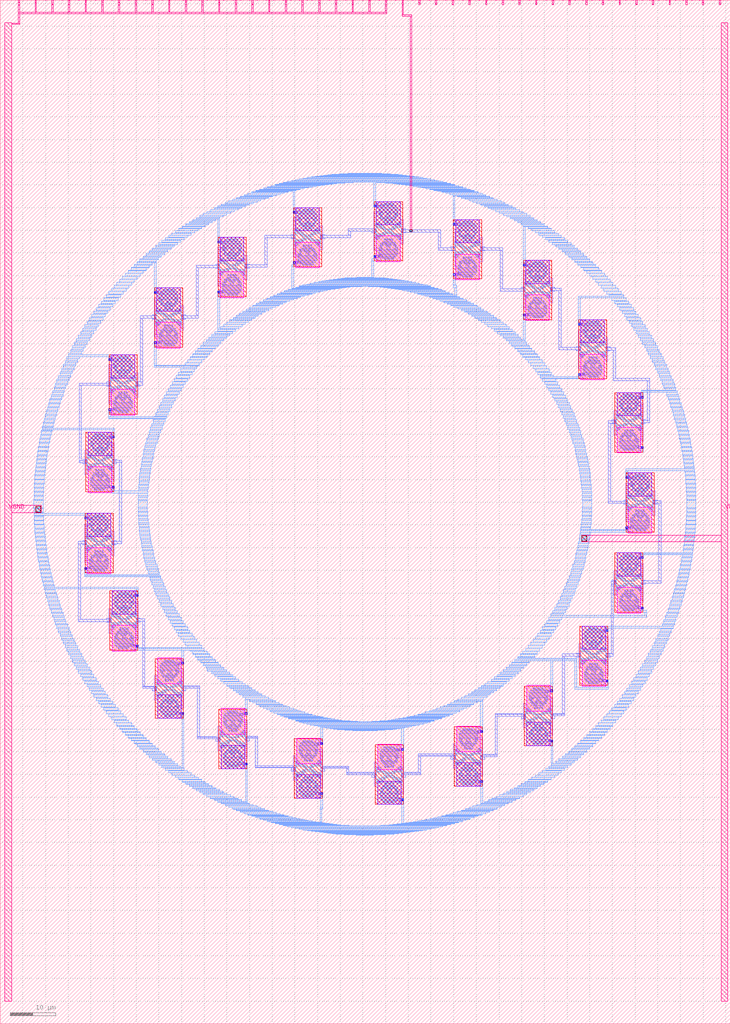
<source format=lef>
MACRO tt_um_oscillating_bones
  CLASS BLOCK ;
  FOREIGN tt_um_oscillating_bones ;
  ORIGIN 0.000 0.000 ;
  SIZE 161.000 BY 225.760 ;
  PIN clk
    DIRECTION INPUT ;
    USE SIGNAL ;
    PORT
      LAYER met4 ;
        RECT 154.870 224.760 155.170 225.760 ;
    END
  END clk
  PIN ena
    DIRECTION INPUT ;
    USE SIGNAL ;
    PORT
      LAYER met4 ;
        RECT 158.550 224.760 158.850 225.760 ;
    END
  END ena
  PIN rst_n
    DIRECTION INPUT ;
    USE SIGNAL ;
    PORT
      LAYER met4 ;
        RECT 151.190 224.760 151.490 225.760 ;
    END
  END rst_n
  PIN ui_in[0]
    DIRECTION INPUT ;
    USE SIGNAL ;
    PORT
      LAYER met4 ;
        RECT 147.510 224.760 147.810 225.760 ;
    END
  END ui_in[0]
  PIN ui_in[1]
    DIRECTION INPUT ;
    USE SIGNAL ;
    PORT
      LAYER met4 ;
        RECT 143.830 224.760 144.130 225.760 ;
    END
  END ui_in[1]
  PIN ui_in[2]
    DIRECTION INPUT ;
    USE SIGNAL ;
    PORT
      LAYER met4 ;
        RECT 140.150 224.760 140.450 225.760 ;
    END
  END ui_in[2]
  PIN ui_in[3]
    DIRECTION INPUT ;
    USE SIGNAL ;
    PORT
      LAYER met4 ;
        RECT 136.470 224.760 136.770 225.760 ;
    END
  END ui_in[3]
  PIN ui_in[4]
    DIRECTION INPUT ;
    USE SIGNAL ;
    PORT
      LAYER met4 ;
        RECT 132.790 224.760 133.090 225.760 ;
    END
  END ui_in[4]
  PIN ui_in[5]
    DIRECTION INPUT ;
    USE SIGNAL ;
    PORT
      LAYER met4 ;
        RECT 129.110 224.760 129.410 225.760 ;
    END
  END ui_in[5]
  PIN ui_in[6]
    DIRECTION INPUT ;
    USE SIGNAL ;
    PORT
      LAYER met4 ;
        RECT 125.430 224.760 125.730 225.760 ;
    END
  END ui_in[6]
  PIN ui_in[7]
    DIRECTION INPUT ;
    USE SIGNAL ;
    PORT
      LAYER met4 ;
        RECT 121.750 224.760 122.050 225.760 ;
    END
  END ui_in[7]
  PIN uio_in[0]
    DIRECTION INPUT ;
    USE SIGNAL ;
    PORT
      LAYER met4 ;
        RECT 118.070 224.760 118.370 225.760 ;
    END
  END uio_in[0]
  PIN uio_in[1]
    DIRECTION INPUT ;
    USE SIGNAL ;
    PORT
      LAYER met4 ;
        RECT 114.390 224.760 114.690 225.760 ;
    END
  END uio_in[1]
  PIN uio_in[2]
    DIRECTION INPUT ;
    USE SIGNAL ;
    PORT
      LAYER met4 ;
        RECT 110.710 224.760 111.010 225.760 ;
    END
  END uio_in[2]
  PIN uio_in[3]
    DIRECTION INPUT ;
    USE SIGNAL ;
    PORT
      LAYER met4 ;
        RECT 107.030 224.760 107.330 225.760 ;
    END
  END uio_in[3]
  PIN uio_in[4]
    DIRECTION INPUT ;
    USE SIGNAL ;
    PORT
      LAYER met4 ;
        RECT 103.350 224.760 103.650 225.760 ;
    END
  END uio_in[4]
  PIN uio_in[5]
    DIRECTION INPUT ;
    USE SIGNAL ;
    PORT
      LAYER met4 ;
        RECT 99.670 224.760 99.970 225.760 ;
    END
  END uio_in[5]
  PIN uio_in[6]
    DIRECTION INPUT ;
    USE SIGNAL ;
    PORT
      LAYER met4 ;
        RECT 95.990 224.760 96.290 225.760 ;
    END
  END uio_in[6]
  PIN uio_in[7]
    DIRECTION INPUT ;
    USE SIGNAL ;
    PORT
      LAYER met4 ;
        RECT 92.310 224.760 92.610 225.760 ;
    END
  END uio_in[7]
  PIN uio_oe[0]
    DIRECTION OUTPUT ;
    USE SIGNAL ;
    ANTENNADIFFAREA 98.042694 ;
    PORT
      LAYER met4 ;
        RECT 29.750 224.760 30.050 225.760 ;
    END
  END uio_oe[0]
  PIN uio_oe[1]
    DIRECTION OUTPUT ;
    USE SIGNAL ;
    ANTENNADIFFAREA 98.042694 ;
    PORT
      LAYER met4 ;
        RECT 26.070 224.760 26.370 225.760 ;
    END
  END uio_oe[1]
  PIN uio_oe[2]
    DIRECTION OUTPUT ;
    USE SIGNAL ;
    ANTENNADIFFAREA 98.042694 ;
    PORT
      LAYER met4 ;
        RECT 22.390 224.760 22.690 225.760 ;
    END
  END uio_oe[2]
  PIN uio_oe[3]
    DIRECTION OUTPUT ;
    USE SIGNAL ;
    ANTENNADIFFAREA 98.042694 ;
    PORT
      LAYER met4 ;
        RECT 18.710 224.760 19.010 225.760 ;
    END
  END uio_oe[3]
  PIN uio_oe[4]
    DIRECTION OUTPUT ;
    USE SIGNAL ;
    ANTENNADIFFAREA 98.042694 ;
    PORT
      LAYER met4 ;
        RECT 15.030 224.760 15.330 225.760 ;
    END
  END uio_oe[4]
  PIN uio_oe[5]
    DIRECTION OUTPUT ;
    USE SIGNAL ;
    ANTENNADIFFAREA 98.042694 ;
    PORT
      LAYER met4 ;
        RECT 11.350 224.760 11.650 225.760 ;
    END
  END uio_oe[5]
  PIN uio_oe[6]
    DIRECTION OUTPUT ;
    USE SIGNAL ;
    ANTENNADIFFAREA 98.042694 ;
    PORT
      LAYER met4 ;
        RECT 7.670 224.760 7.970 225.760 ;
    END
  END uio_oe[6]
  PIN uio_oe[7]
    DIRECTION OUTPUT ;
    USE SIGNAL ;
    ANTENNADIFFAREA 98.042694 ;
    PORT
      LAYER met4 ;
        RECT 3.990 224.760 4.290 225.760 ;
    END
  END uio_oe[7]
  PIN uio_out[0]
    DIRECTION OUTPUT ;
    USE SIGNAL ;
    ANTENNADIFFAREA 98.042694 ;
    PORT
      LAYER met4 ;
        RECT 59.190 224.760 59.490 225.760 ;
    END
  END uio_out[0]
  PIN uio_out[1]
    DIRECTION OUTPUT ;
    USE SIGNAL ;
    ANTENNADIFFAREA 98.042694 ;
    PORT
      LAYER met4 ;
        RECT 55.510 224.760 55.810 225.760 ;
    END
  END uio_out[1]
  PIN uio_out[2]
    DIRECTION OUTPUT ;
    USE SIGNAL ;
    ANTENNADIFFAREA 98.042694 ;
    PORT
      LAYER met4 ;
        RECT 51.830 224.760 52.130 225.760 ;
    END
  END uio_out[2]
  PIN uio_out[3]
    DIRECTION OUTPUT ;
    USE SIGNAL ;
    ANTENNADIFFAREA 98.042694 ;
    PORT
      LAYER met4 ;
        RECT 48.150 224.760 48.450 225.760 ;
    END
  END uio_out[3]
  PIN uio_out[4]
    DIRECTION OUTPUT ;
    USE SIGNAL ;
    ANTENNADIFFAREA 98.042694 ;
    PORT
      LAYER met4 ;
        RECT 44.470 224.760 44.770 225.760 ;
    END
  END uio_out[4]
  PIN uio_out[5]
    DIRECTION OUTPUT ;
    USE SIGNAL ;
    ANTENNADIFFAREA 98.042694 ;
    PORT
      LAYER met4 ;
        RECT 40.790 224.760 41.090 225.760 ;
    END
  END uio_out[5]
  PIN uio_out[6]
    DIRECTION OUTPUT ;
    USE SIGNAL ;
    ANTENNADIFFAREA 98.042694 ;
    PORT
      LAYER met4 ;
        RECT 37.110 224.760 37.410 225.760 ;
    END
  END uio_out[6]
  PIN uio_out[7]
    DIRECTION OUTPUT ;
    USE SIGNAL ;
    ANTENNADIFFAREA 98.042694 ;
    PORT
      LAYER met4 ;
        RECT 33.430 224.760 33.730 225.760 ;
    END
  END uio_out[7]
  PIN uo_out[0]
    DIRECTION OUTPUT ;
    USE SIGNAL ;
    ANTENNAGATEAREA 3.240000 ;
    ANTENNADIFFAREA 12.700800 ;
    PORT
      LAYER met4 ;
        RECT 88.630 224.760 88.930 225.760 ;
    END
  END uo_out[0]
  PIN uo_out[1]
    DIRECTION OUTPUT ;
    USE SIGNAL ;
    ANTENNADIFFAREA 98.042694 ;
    PORT
      LAYER met4 ;
        RECT 84.950 224.760 85.250 225.760 ;
    END
  END uo_out[1]
  PIN uo_out[2]
    DIRECTION OUTPUT ;
    USE SIGNAL ;
    ANTENNADIFFAREA 98.042694 ;
    PORT
      LAYER met4 ;
        RECT 81.270 224.760 81.570 225.760 ;
    END
  END uo_out[2]
  PIN uo_out[3]
    DIRECTION OUTPUT ;
    USE SIGNAL ;
    ANTENNADIFFAREA 98.042694 ;
    PORT
      LAYER met4 ;
        RECT 77.590 224.760 77.890 225.760 ;
    END
  END uo_out[3]
  PIN uo_out[4]
    DIRECTION OUTPUT ;
    USE SIGNAL ;
    ANTENNADIFFAREA 98.042694 ;
    PORT
      LAYER met4 ;
        RECT 73.910 224.760 74.210 225.760 ;
    END
  END uo_out[4]
  PIN uo_out[5]
    DIRECTION OUTPUT ;
    USE SIGNAL ;
    ANTENNADIFFAREA 98.042694 ;
    PORT
      LAYER met4 ;
        RECT 70.230 224.760 70.530 225.760 ;
    END
  END uo_out[5]
  PIN uo_out[6]
    DIRECTION OUTPUT ;
    USE SIGNAL ;
    ANTENNADIFFAREA 98.042694 ;
    PORT
      LAYER met4 ;
        RECT 66.550 224.760 66.850 225.760 ;
    END
  END uo_out[6]
  PIN uo_out[7]
    DIRECTION OUTPUT ;
    USE SIGNAL ;
    ANTENNADIFFAREA 98.042694 ;
    PORT
      LAYER met4 ;
        RECT 62.870 224.760 63.170 225.760 ;
    END
  END uo_out[7]
  PIN VPWR
    DIRECTION INOUT ;
    USE POWER ;
    PORT
      LAYER met4 ;
        RECT 159.000 5.000 160.500 220.760 ;
    END
  END VPWR
  PIN VGND
    DIRECTION INOUT ;
    USE GROUND ;
    PORT
      LAYER met4 ;
        RECT 1.000 5.000 2.500 220.760 ;
    END
  END VGND
  OBS
      LAYER pwell ;
        RECT 65.140 174.850 70.340 180.000 ;
        RECT 82.970 176.190 88.170 181.340 ;
        RECT 48.500 168.320 53.700 173.470 ;
      LAYER nwell ;
        RECT 65.140 166.700 70.340 172.400 ;
        RECT 82.970 168.040 88.170 173.740 ;
      LAYER pwell ;
        RECT 100.410 172.210 105.610 177.360 ;
        RECT 34.510 157.170 39.710 162.320 ;
      LAYER nwell ;
        RECT 48.500 160.170 53.700 165.870 ;
        RECT 100.410 164.060 105.610 169.760 ;
      LAYER pwell ;
        RECT 115.890 163.260 121.090 168.410 ;
      LAYER nwell ;
        RECT 115.890 155.110 121.090 160.810 ;
        RECT 34.510 149.020 39.710 154.720 ;
      LAYER pwell ;
        RECT 128.060 150.150 133.260 155.300 ;
        RECT 24.440 142.390 29.640 147.540 ;
      LAYER nwell ;
        RECT 128.060 142.000 133.260 147.700 ;
        RECT 24.440 134.240 29.640 139.940 ;
      LAYER pwell ;
        RECT 136.070 134.040 141.270 139.190 ;
        RECT 19.420 125.300 24.620 130.450 ;
      LAYER nwell ;
        RECT 136.070 125.890 141.270 131.590 ;
        RECT 19.420 117.150 24.620 122.850 ;
      LAYER pwell ;
        RECT 138.490 116.360 143.690 121.510 ;
        RECT 19.170 107.420 24.370 112.570 ;
      LAYER nwell ;
        RECT 138.490 108.210 143.690 113.910 ;
        RECT 19.170 99.270 24.370 104.970 ;
      LAYER pwell ;
        RECT 136.070 98.680 141.270 103.830 ;
        RECT 24.690 90.330 29.890 95.480 ;
      LAYER nwell ;
        RECT 136.070 90.530 141.270 96.230 ;
        RECT 24.690 82.180 29.890 87.880 ;
      LAYER pwell ;
        RECT 128.310 82.570 133.510 87.720 ;
      LAYER nwell ;
        RECT 34.760 75.000 39.960 80.700 ;
      LAYER pwell ;
        RECT 34.760 67.400 39.960 72.550 ;
      LAYER nwell ;
        RECT 48.740 63.850 53.940 69.550 ;
        RECT 116.140 68.910 121.340 74.610 ;
        RECT 128.310 74.420 133.510 80.120 ;
      LAYER pwell ;
        RECT 48.740 56.250 53.940 61.400 ;
      LAYER nwell ;
        RECT 65.390 57.320 70.590 63.020 ;
        RECT 83.220 55.980 88.420 61.680 ;
        RECT 100.660 59.960 105.860 65.660 ;
      LAYER pwell ;
        RECT 116.140 61.310 121.340 66.460 ;
        RECT 65.390 49.720 70.590 54.870 ;
        RECT 83.220 48.380 88.420 53.530 ;
        RECT 100.660 52.360 105.860 57.510 ;
      LAYER li1 ;
        RECT 83.220 180.490 84.020 181.240 ;
        RECT 83.020 179.990 84.220 180.490 ;
        RECT 65.390 179.150 66.190 179.900 ;
        RECT 65.190 178.650 66.390 179.150 ;
        RECT 82.420 178.590 83.920 179.090 ;
        RECT 64.590 177.250 66.090 177.750 ;
        RECT 48.750 172.620 49.550 173.370 ;
        RECT 48.550 172.120 49.750 172.620 ;
        RECT 47.950 170.720 49.450 171.220 ;
        RECT 47.950 163.120 48.450 170.720 ;
        RECT 64.590 169.650 65.090 177.250 ;
        RECT 70.590 170.650 71.090 176.050 ;
        RECT 82.420 170.990 82.920 178.590 ;
        RECT 88.420 171.990 88.920 177.390 ;
        RECT 100.660 176.510 101.460 177.260 ;
        RECT 100.460 176.010 101.660 176.510 ;
        RECT 99.860 174.610 101.360 175.110 ;
        RECT 82.420 170.490 84.020 170.990 ;
        RECT 53.950 164.120 54.450 169.520 ;
        RECT 64.590 169.150 66.190 169.650 ;
        RECT 83.320 169.090 84.220 169.590 ;
        RECT 83.270 168.390 83.970 169.090 ;
        RECT 65.490 167.750 66.390 168.250 ;
        RECT 65.440 167.050 66.140 167.750 ;
        RECT 99.860 167.010 100.360 174.610 ;
        RECT 105.860 168.010 106.360 173.410 ;
        RECT 116.140 167.560 116.940 168.310 ;
        RECT 115.940 167.060 117.140 167.560 ;
        RECT 99.860 166.510 101.460 167.010 ;
        RECT 115.340 165.660 116.840 166.160 ;
        RECT 100.760 165.110 101.660 165.610 ;
        RECT 100.710 164.410 101.410 165.110 ;
        RECT 47.950 162.620 49.550 163.120 ;
        RECT 34.760 161.470 35.560 162.220 ;
        RECT 34.560 160.970 35.760 161.470 ;
        RECT 48.850 161.220 49.750 161.720 ;
        RECT 48.800 160.520 49.500 161.220 ;
        RECT 33.960 159.570 35.460 160.070 ;
        RECT 33.960 151.970 34.460 159.570 ;
        RECT 39.960 152.970 40.460 158.370 ;
        RECT 115.340 158.060 115.840 165.660 ;
        RECT 121.340 159.060 121.840 164.460 ;
        RECT 115.340 157.560 116.940 158.060 ;
        RECT 116.240 156.160 117.140 156.660 ;
        RECT 116.190 155.460 116.890 156.160 ;
        RECT 128.310 154.450 129.110 155.200 ;
        RECT 128.110 153.950 129.310 154.450 ;
        RECT 127.510 152.550 129.010 153.050 ;
        RECT 33.960 151.470 35.560 151.970 ;
        RECT 34.860 150.070 35.760 150.570 ;
        RECT 34.810 149.370 35.510 150.070 ;
        RECT 24.690 146.690 25.490 147.440 ;
        RECT 24.490 146.190 25.690 146.690 ;
        RECT 23.890 144.790 25.390 145.290 ;
        RECT 127.510 144.950 128.010 152.550 ;
        RECT 133.510 145.950 134.010 151.350 ;
        RECT 23.890 137.190 24.390 144.790 ;
        RECT 127.510 144.450 129.110 144.950 ;
        RECT 29.890 138.190 30.390 143.590 ;
        RECT 128.410 143.050 129.310 143.550 ;
        RECT 128.360 142.350 129.060 143.050 ;
        RECT 140.220 138.340 141.020 139.090 ;
        RECT 140.020 137.840 141.220 138.340 ;
        RECT 23.890 136.690 25.490 137.190 ;
        RECT 140.320 136.440 141.820 136.940 ;
        RECT 24.790 135.290 25.690 135.790 ;
        RECT 24.740 134.590 25.440 135.290 ;
        RECT 23.570 129.600 24.370 130.350 ;
        RECT 135.320 129.840 135.820 135.240 ;
        RECT 23.370 129.100 24.570 129.600 ;
        RECT 141.320 128.840 141.820 136.440 ;
        RECT 140.220 128.340 141.820 128.840 ;
        RECT 23.670 127.700 25.170 128.200 ;
        RECT 18.670 121.100 19.170 126.500 ;
        RECT 24.670 120.100 25.170 127.700 ;
        RECT 140.020 126.940 140.920 127.440 ;
        RECT 140.270 126.240 140.970 126.940 ;
        RECT 138.740 120.660 139.540 121.410 ;
        RECT 138.540 120.160 139.740 120.660 ;
        RECT 23.570 119.600 25.170 120.100 ;
        RECT 137.940 118.760 139.440 119.260 ;
        RECT 23.370 118.200 24.270 118.700 ;
        RECT 23.620 117.500 24.320 118.200 ;
        RECT 19.420 111.720 20.220 112.470 ;
        RECT 19.220 111.220 20.420 111.720 ;
        RECT 137.940 111.160 138.440 118.760 ;
        RECT 143.940 112.160 144.440 117.560 ;
        RECT 137.940 110.660 139.540 111.160 ;
        RECT 18.620 109.820 20.120 110.320 ;
        RECT 18.620 102.220 19.120 109.820 ;
        RECT 138.840 109.260 139.740 109.760 ;
        RECT 24.620 103.220 25.120 108.620 ;
        RECT 138.790 108.560 139.490 109.260 ;
        RECT 140.220 102.980 141.020 103.730 ;
        RECT 140.020 102.480 141.220 102.980 ;
        RECT 18.620 101.720 20.220 102.220 ;
        RECT 140.320 101.080 141.820 101.580 ;
        RECT 19.520 100.320 20.420 100.820 ;
        RECT 19.470 99.620 20.170 100.320 ;
        RECT 28.840 94.630 29.640 95.380 ;
        RECT 28.640 94.130 29.840 94.630 ;
        RECT 135.320 94.480 135.820 99.880 ;
        RECT 141.320 93.480 141.820 101.080 ;
        RECT 28.940 92.730 30.440 93.230 ;
        RECT 140.220 92.980 141.820 93.480 ;
        RECT 23.940 86.130 24.440 91.530 ;
        RECT 29.940 85.130 30.440 92.730 ;
        RECT 140.020 91.580 140.920 92.080 ;
        RECT 140.270 90.880 140.970 91.580 ;
        RECT 132.460 86.870 133.260 87.620 ;
        RECT 132.260 86.370 133.460 86.870 ;
        RECT 28.840 84.630 30.440 85.130 ;
        RECT 132.560 84.970 134.060 85.470 ;
        RECT 28.640 83.230 29.540 83.730 ;
        RECT 28.890 82.530 29.590 83.230 ;
        RECT 38.960 79.650 39.660 80.350 ;
        RECT 38.710 79.150 39.610 79.650 ;
        RECT 127.560 78.370 128.060 83.770 ;
        RECT 38.910 77.750 40.510 78.250 ;
        RECT 34.010 71.350 34.510 76.750 ;
        RECT 40.010 70.150 40.510 77.750 ;
        RECT 133.560 77.370 134.060 84.970 ;
        RECT 132.460 76.870 134.060 77.370 ;
        RECT 132.260 75.470 133.160 75.970 ;
        RECT 132.510 74.770 133.210 75.470 ;
        RECT 120.340 73.560 121.040 74.260 ;
        RECT 120.090 73.060 120.990 73.560 ;
        RECT 120.290 71.660 121.890 72.160 ;
        RECT 39.010 69.650 40.510 70.150 ;
        RECT 38.710 68.250 39.910 68.750 ;
        RECT 52.940 68.500 53.640 69.200 ;
        RECT 38.910 67.500 39.710 68.250 ;
        RECT 52.690 68.000 53.590 68.500 ;
        RECT 52.890 66.600 54.490 67.100 ;
        RECT 47.990 60.200 48.490 65.600 ;
        RECT 53.990 59.000 54.490 66.600 ;
        RECT 104.860 64.610 105.560 65.310 ;
        RECT 115.390 65.260 115.890 70.660 ;
        RECT 104.610 64.110 105.510 64.610 ;
        RECT 121.390 64.060 121.890 71.660 ;
        RECT 120.390 63.560 121.890 64.060 ;
        RECT 104.810 62.710 106.410 63.210 ;
        RECT 69.590 61.970 70.290 62.670 ;
        RECT 69.340 61.470 70.240 61.970 ;
        RECT 87.420 60.630 88.120 61.330 ;
        RECT 69.540 60.070 71.140 60.570 ;
        RECT 87.170 60.130 88.070 60.630 ;
        RECT 52.990 58.500 54.490 59.000 ;
        RECT 52.690 57.100 53.890 57.600 ;
        RECT 52.890 56.350 53.690 57.100 ;
        RECT 64.640 53.670 65.140 59.070 ;
        RECT 70.640 52.470 71.140 60.070 ;
        RECT 87.370 58.730 88.970 59.230 ;
        RECT 69.640 51.970 71.140 52.470 ;
        RECT 82.470 52.330 82.970 57.730 ;
        RECT 88.470 51.130 88.970 58.730 ;
        RECT 99.910 56.310 100.410 61.710 ;
        RECT 105.910 55.110 106.410 62.710 ;
        RECT 120.090 62.160 121.290 62.660 ;
        RECT 120.290 61.410 121.090 62.160 ;
        RECT 104.910 54.610 106.410 55.110 ;
        RECT 104.610 53.210 105.810 53.710 ;
        RECT 104.810 52.460 105.610 53.210 ;
        RECT 69.340 50.570 70.540 51.070 ;
        RECT 87.470 50.630 88.970 51.130 ;
        RECT 69.540 49.820 70.340 50.570 ;
        RECT 87.170 49.230 88.370 49.730 ;
        RECT 87.370 48.480 88.170 49.230 ;
      LAYER mcon ;
        RECT 83.120 180.140 83.370 180.390 ;
        RECT 65.290 178.800 65.540 179.050 ;
        RECT 64.640 173.200 65.040 173.900 ;
        RECT 48.650 172.270 48.900 172.520 ;
        RECT 70.640 173.200 71.040 173.900 ;
        RECT 82.470 174.540 82.870 175.240 ;
        RECT 100.560 176.160 100.810 176.410 ;
        RECT 88.470 174.540 88.870 175.240 ;
        RECT 99.910 170.560 100.310 171.260 ;
        RECT 48.000 166.670 48.400 167.370 ;
        RECT 83.370 169.190 83.620 169.390 ;
        RECT 65.540 167.850 65.790 168.050 ;
        RECT 54.000 166.670 54.400 167.370 ;
        RECT 105.910 170.560 106.310 171.260 ;
        RECT 116.040 167.210 116.290 167.460 ;
        RECT 100.810 165.210 101.060 165.410 ;
        RECT 34.660 161.120 34.910 161.370 ;
        RECT 48.900 161.320 49.150 161.520 ;
        RECT 115.390 161.610 115.790 162.310 ;
        RECT 34.010 155.520 34.410 156.220 ;
        RECT 121.390 161.610 121.790 162.310 ;
        RECT 40.010 155.520 40.410 156.220 ;
        RECT 116.290 156.260 116.540 156.460 ;
        RECT 128.210 154.100 128.460 154.350 ;
        RECT 34.910 150.170 35.160 150.370 ;
        RECT 127.560 148.500 127.960 149.200 ;
        RECT 24.590 146.340 24.840 146.590 ;
        RECT 133.560 148.500 133.960 149.200 ;
        RECT 23.940 140.740 24.340 141.440 ;
        RECT 128.460 143.150 128.710 143.350 ;
        RECT 29.940 140.740 30.340 141.440 ;
        RECT 140.870 137.990 141.120 138.240 ;
        RECT 24.840 135.390 25.090 135.590 ;
        RECT 135.370 132.390 135.770 133.090 ;
        RECT 141.370 132.390 141.770 133.090 ;
        RECT 24.220 129.250 24.470 129.500 ;
        RECT 18.720 123.650 19.120 124.350 ;
        RECT 140.620 127.040 140.870 127.240 ;
        RECT 24.720 123.650 25.120 124.350 ;
        RECT 138.640 120.310 138.890 120.560 ;
        RECT 23.970 118.300 24.220 118.500 ;
        RECT 137.990 114.710 138.390 115.410 ;
        RECT 19.320 111.370 19.570 111.620 ;
        RECT 143.990 114.710 144.390 115.410 ;
        RECT 138.890 109.360 139.140 109.560 ;
        RECT 18.670 105.770 19.070 106.470 ;
        RECT 24.670 105.770 25.070 106.470 ;
        RECT 140.870 102.630 141.120 102.880 ;
        RECT 19.570 100.420 19.820 100.620 ;
        RECT 135.370 97.030 135.770 97.730 ;
        RECT 29.490 94.280 29.740 94.530 ;
        RECT 141.370 97.030 141.770 97.730 ;
        RECT 23.990 88.680 24.390 89.380 ;
        RECT 140.620 91.680 140.870 91.880 ;
        RECT 29.990 88.680 30.390 89.380 ;
        RECT 133.110 86.520 133.360 86.770 ;
        RECT 29.240 83.330 29.490 83.530 ;
        RECT 127.610 80.920 128.010 81.620 ;
        RECT 39.310 79.350 39.560 79.550 ;
        RECT 133.610 80.920 134.010 81.620 ;
        RECT 34.060 73.500 34.460 74.200 ;
        RECT 132.860 75.570 133.110 75.770 ;
        RECT 40.060 73.500 40.460 74.200 ;
        RECT 120.690 73.260 120.940 73.460 ;
        RECT 39.560 68.350 39.810 68.600 ;
        RECT 53.290 68.200 53.540 68.400 ;
        RECT 115.440 67.410 115.840 68.110 ;
        RECT 48.040 62.350 48.440 63.050 ;
        RECT 121.440 67.410 121.840 68.110 ;
        RECT 105.210 64.310 105.460 64.510 ;
        RECT 54.040 62.350 54.440 63.050 ;
        RECT 69.940 61.670 70.190 61.870 ;
        RECT 87.770 60.330 88.020 60.530 ;
        RECT 53.540 57.200 53.790 57.450 ;
        RECT 64.690 55.820 65.090 56.520 ;
        RECT 70.690 55.820 71.090 56.520 ;
        RECT 82.520 54.480 82.920 55.180 ;
        RECT 99.960 58.460 100.360 59.160 ;
        RECT 120.940 62.260 121.190 62.510 ;
        RECT 105.960 58.460 106.360 59.160 ;
        RECT 88.520 54.480 88.920 55.180 ;
        RECT 105.460 53.310 105.710 53.560 ;
        RECT 70.190 50.670 70.440 50.920 ;
        RECT 88.020 49.330 88.270 49.580 ;
      LAYER met1 ;
        RECT 84.650 180.740 86.810 181.010 ;
        RECT 82.420 180.490 82.820 180.590 ;
        RECT 82.420 180.040 83.420 180.490 ;
        RECT 84.380 180.470 86.810 180.740 ;
        RECT 83.840 179.930 87.350 180.470 ;
        RECT 66.820 179.400 68.980 179.670 ;
        RECT 64.590 179.150 64.990 179.250 ;
        RECT 64.590 178.700 65.590 179.150 ;
        RECT 66.550 179.130 68.980 179.400 ;
        RECT 66.010 178.590 69.520 179.130 ;
        RECT 83.570 178.850 87.620 179.930 ;
        RECT 65.740 177.510 69.790 178.590 ;
        RECT 83.570 178.580 84.380 178.850 ;
        RECT 83.570 178.310 84.110 178.580 ;
        RECT 65.740 177.240 66.550 177.510 ;
        RECT 65.740 176.970 66.280 177.240 ;
        RECT 66.010 176.700 66.280 176.970 ;
        RECT 67.360 176.700 68.170 177.510 ;
        RECT 68.980 177.240 69.790 177.510 ;
        RECT 83.840 178.040 84.110 178.310 ;
        RECT 85.190 178.040 86.000 178.850 ;
        RECT 86.810 178.580 87.620 178.850 ;
        RECT 87.080 178.310 87.620 178.580 ;
        RECT 87.080 178.040 87.350 178.310 ;
        RECT 83.840 177.770 84.380 178.040 ;
        RECT 84.920 177.770 86.270 178.040 ;
        RECT 86.810 177.770 87.350 178.040 ;
        RECT 83.840 177.500 85.460 177.770 ;
        RECT 85.730 177.500 87.080 177.770 ;
        RECT 69.250 176.970 69.790 177.240 ;
        RECT 84.380 177.230 85.190 177.500 ;
        RECT 86.000 177.230 87.080 177.500 ;
        RECT 69.250 176.700 69.520 176.970 ;
        RECT 66.010 176.430 66.550 176.700 ;
        RECT 67.090 176.430 68.440 176.700 ;
        RECT 68.980 176.430 69.520 176.700 ;
        RECT 84.650 176.690 86.540 177.230 ;
        RECT 102.090 176.760 104.250 177.030 ;
        RECT 66.010 176.160 67.630 176.430 ;
        RECT 67.900 176.160 69.250 176.430 ;
        RECT 83.030 176.420 83.840 176.690 ;
        RECT 84.650 176.420 84.920 176.690 ;
        RECT 85.190 176.420 85.460 176.690 ;
        RECT 85.730 176.420 86.000 176.690 ;
        RECT 86.270 176.420 86.540 176.690 ;
        RECT 87.350 176.420 88.160 176.690 ;
        RECT 99.860 176.510 100.260 176.610 ;
        RECT 66.550 175.890 67.360 176.160 ;
        RECT 68.170 175.890 69.250 176.160 ;
        RECT 66.820 175.350 68.710 175.890 ;
        RECT 82.760 175.880 84.110 176.420 ;
        RECT 87.080 175.880 88.430 176.420 ;
        RECT 99.860 176.060 100.860 176.510 ;
        RECT 101.820 176.490 104.250 176.760 ;
        RECT 101.280 175.950 104.790 176.490 ;
        RECT 83.030 175.610 84.650 175.880 ;
        RECT 86.540 175.610 88.160 175.880 ;
        RECT 65.200 175.080 66.010 175.350 ;
        RECT 66.820 175.080 67.090 175.350 ;
        RECT 67.360 175.080 67.630 175.350 ;
        RECT 67.900 175.080 68.170 175.350 ;
        RECT 68.440 175.080 68.710 175.350 ;
        RECT 69.520 175.080 70.330 175.350 ;
        RECT 76.705 175.340 82.335 175.345 ;
        RECT 83.840 175.340 84.920 175.610 ;
        RECT 86.270 175.340 87.350 175.610 ;
        RECT 64.930 174.540 66.280 175.080 ;
        RECT 69.250 174.540 70.600 175.080 ;
        RECT 76.705 174.795 82.920 175.340 ;
        RECT 84.380 175.070 85.460 175.340 ;
        RECT 85.730 175.070 86.810 175.340 ;
        RECT 88.420 175.165 89.420 175.340 ;
        RECT 65.200 174.270 66.820 174.540 ;
        RECT 68.710 174.270 70.330 174.540 ;
        RECT 66.010 174.000 67.090 174.270 ;
        RECT 68.440 174.000 69.520 174.270 ;
        RECT 64.140 173.945 65.090 174.000 ;
        RECT 58.375 173.395 65.090 173.945 ;
        RECT 66.550 173.730 67.630 174.000 ;
        RECT 67.900 173.730 68.980 174.000 ;
        RECT 70.590 173.865 71.590 174.000 ;
        RECT 76.705 173.865 77.255 174.795 ;
        RECT 81.970 174.440 82.920 174.795 ;
        RECT 84.920 174.530 86.270 175.070 ;
        RECT 88.420 174.615 97.185 175.165 ;
        RECT 84.380 174.260 85.460 174.530 ;
        RECT 85.730 174.260 86.810 174.530 ;
        RECT 88.420 174.440 89.420 174.615 ;
        RECT 83.030 173.990 84.920 174.260 ;
        RECT 86.270 173.990 88.430 174.260 ;
        RECT 50.180 172.870 52.340 173.140 ;
        RECT 47.950 172.620 48.350 172.720 ;
        RECT 47.950 172.170 48.950 172.620 ;
        RECT 49.910 172.600 52.340 172.870 ;
        RECT 49.370 172.060 52.880 172.600 ;
        RECT 49.100 170.980 53.150 172.060 ;
        RECT 49.100 170.710 49.910 170.980 ;
        RECT 49.100 170.440 49.640 170.710 ;
        RECT 49.370 170.170 49.640 170.440 ;
        RECT 50.720 170.170 51.530 170.980 ;
        RECT 52.340 170.710 53.150 170.980 ;
        RECT 52.610 170.440 53.150 170.710 ;
        RECT 52.610 170.170 52.880 170.440 ;
        RECT 49.370 169.900 49.910 170.170 ;
        RECT 50.450 169.900 51.800 170.170 ;
        RECT 52.340 169.900 52.880 170.170 ;
        RECT 49.370 169.630 50.990 169.900 ;
        RECT 51.260 169.630 52.610 169.900 ;
        RECT 49.910 169.360 50.720 169.630 ;
        RECT 51.530 169.360 52.610 169.630 ;
        RECT 50.180 168.820 52.070 169.360 ;
        RECT 48.560 168.550 49.370 168.820 ;
        RECT 50.180 168.550 50.450 168.820 ;
        RECT 50.720 168.550 50.990 168.820 ;
        RECT 51.260 168.550 51.530 168.820 ;
        RECT 51.800 168.550 52.070 168.820 ;
        RECT 52.880 168.550 53.690 168.820 ;
        RECT 48.290 168.010 49.640 168.550 ;
        RECT 52.610 168.010 53.960 168.550 ;
        RECT 48.560 167.740 50.180 168.010 ;
        RECT 52.070 167.740 53.690 168.010 ;
        RECT 49.370 167.470 50.450 167.740 ;
        RECT 51.800 167.470 52.880 167.740 ;
        RECT 47.500 167.240 48.450 167.470 ;
        RECT 43.210 166.740 48.450 167.240 ;
        RECT 49.910 167.200 50.990 167.470 ;
        RECT 51.260 167.200 52.340 167.470 ;
        RECT 53.950 167.365 54.950 167.470 ;
        RECT 58.375 167.365 58.925 173.395 ;
        RECT 64.140 173.100 65.090 173.395 ;
        RECT 67.090 173.190 68.440 173.730 ;
        RECT 70.590 173.315 77.255 173.865 ;
        RECT 82.760 173.720 84.380 173.990 ;
        RECT 86.810 173.720 88.430 173.990 ;
        RECT 82.760 173.450 83.840 173.720 ;
        RECT 87.350 173.450 88.430 173.720 ;
        RECT 66.550 172.920 67.630 173.190 ;
        RECT 67.900 172.920 68.980 173.190 ;
        RECT 70.590 173.100 71.590 173.315 ;
        RECT 82.760 173.180 83.570 173.450 ;
        RECT 87.620 173.180 88.430 173.450 ;
        RECT 65.200 172.650 67.090 172.920 ;
        RECT 68.440 172.650 70.600 172.920 ;
        RECT 83.030 172.910 83.300 173.180 ;
        RECT 84.650 172.910 84.920 173.180 ;
        RECT 85.190 172.910 85.460 173.180 ;
        RECT 85.730 172.910 86.000 173.180 ;
        RECT 86.270 172.910 86.540 173.180 ;
        RECT 87.890 172.910 88.160 173.180 ;
        RECT 64.930 172.380 66.550 172.650 ;
        RECT 68.980 172.380 70.600 172.650 ;
        RECT 64.930 172.110 66.010 172.380 ;
        RECT 69.520 172.110 70.600 172.380 ;
        RECT 84.650 172.370 86.540 172.910 ;
        RECT 64.930 171.840 65.740 172.110 ;
        RECT 69.790 171.840 70.600 172.110 ;
        RECT 84.380 172.100 85.190 172.370 ;
        RECT 86.000 172.100 87.080 172.370 ;
        RECT 65.200 171.570 65.470 171.840 ;
        RECT 66.820 171.570 67.090 171.840 ;
        RECT 67.360 171.570 67.630 171.840 ;
        RECT 67.900 171.570 68.170 171.840 ;
        RECT 68.440 171.570 68.710 171.840 ;
        RECT 70.060 171.570 70.330 171.840 ;
        RECT 83.840 171.830 85.460 172.100 ;
        RECT 85.730 171.830 87.080 172.100 ;
        RECT 66.820 171.030 68.710 171.570 ;
        RECT 83.840 171.560 84.380 171.830 ;
        RECT 84.920 171.560 86.270 171.830 ;
        RECT 86.810 171.560 87.350 171.830 ;
        RECT 83.840 171.290 84.110 171.560 ;
        RECT 66.550 170.760 67.360 171.030 ;
        RECT 68.170 170.760 69.250 171.030 ;
        RECT 66.010 170.490 67.630 170.760 ;
        RECT 67.900 170.490 69.250 170.760 ;
        RECT 83.570 171.020 84.110 171.290 ;
        RECT 83.570 170.750 84.380 171.020 ;
        RECT 85.190 170.750 86.000 171.560 ;
        RECT 87.080 171.290 87.350 171.560 ;
        RECT 87.080 171.020 87.620 171.290 ;
        RECT 86.810 170.750 87.620 171.020 ;
        RECT 66.010 170.220 66.550 170.490 ;
        RECT 67.090 170.220 68.440 170.490 ;
        RECT 68.980 170.220 69.520 170.490 ;
        RECT 66.010 169.950 66.280 170.220 ;
        RECT 65.740 169.680 66.280 169.950 ;
        RECT 65.740 169.410 66.550 169.680 ;
        RECT 67.360 169.410 68.170 170.220 ;
        RECT 69.250 169.950 69.520 170.220 ;
        RECT 69.250 169.680 69.790 169.950 ;
        RECT 68.980 169.410 69.790 169.680 ;
        RECT 83.570 169.670 87.620 170.750 ;
        RECT 96.635 171.165 97.185 174.615 ;
        RECT 101.010 174.870 105.060 175.950 ;
        RECT 101.010 174.600 101.820 174.870 ;
        RECT 101.010 174.330 101.550 174.600 ;
        RECT 101.280 174.060 101.550 174.330 ;
        RECT 102.630 174.060 103.440 174.870 ;
        RECT 104.250 174.600 105.060 174.870 ;
        RECT 104.520 174.330 105.060 174.600 ;
        RECT 104.520 174.060 104.790 174.330 ;
        RECT 101.280 173.790 101.820 174.060 ;
        RECT 102.360 173.790 103.710 174.060 ;
        RECT 104.250 173.790 104.790 174.060 ;
        RECT 101.280 173.520 102.900 173.790 ;
        RECT 103.170 173.520 104.520 173.790 ;
        RECT 101.820 173.250 102.630 173.520 ;
        RECT 103.440 173.250 104.520 173.520 ;
        RECT 102.090 172.710 103.980 173.250 ;
        RECT 100.470 172.440 101.280 172.710 ;
        RECT 102.090 172.440 102.360 172.710 ;
        RECT 102.630 172.440 102.900 172.710 ;
        RECT 103.170 172.440 103.440 172.710 ;
        RECT 103.710 172.440 103.980 172.710 ;
        RECT 104.790 172.440 105.600 172.710 ;
        RECT 100.200 171.900 101.550 172.440 ;
        RECT 104.520 171.900 105.870 172.440 ;
        RECT 100.470 171.630 102.090 171.900 ;
        RECT 103.980 171.630 105.600 171.900 ;
        RECT 101.280 171.360 102.360 171.630 ;
        RECT 103.710 171.360 104.790 171.630 ;
        RECT 99.410 171.165 100.360 171.360 ;
        RECT 96.635 170.615 100.360 171.165 ;
        RECT 101.820 171.090 102.900 171.360 ;
        RECT 103.170 171.090 104.250 171.360 ;
        RECT 105.860 171.185 106.860 171.360 ;
        RECT 99.410 170.460 100.360 170.615 ;
        RECT 102.360 170.550 103.710 171.090 ;
        RECT 105.860 170.635 110.815 171.185 ;
        RECT 101.820 170.280 102.900 170.550 ;
        RECT 103.170 170.280 104.250 170.550 ;
        RECT 105.860 170.460 106.860 170.635 ;
        RECT 100.470 170.010 102.360 170.280 ;
        RECT 103.710 170.010 105.870 170.280 ;
        RECT 100.200 169.740 101.820 170.010 ;
        RECT 104.250 169.740 105.870 170.010 ;
        RECT 65.740 168.330 69.790 169.410 ;
        RECT 82.420 169.090 83.670 169.490 ;
        RECT 83.840 169.130 87.350 169.670 ;
        RECT 100.200 169.470 101.280 169.740 ;
        RECT 104.790 169.470 105.870 169.740 ;
        RECT 100.200 169.200 101.010 169.470 ;
        RECT 105.060 169.200 105.870 169.470 ;
        RECT 82.420 168.940 82.920 169.090 ;
        RECT 84.380 168.860 86.810 169.130 ;
        RECT 100.470 168.930 100.740 169.200 ;
        RECT 102.090 168.930 102.360 169.200 ;
        RECT 102.630 168.930 102.900 169.200 ;
        RECT 103.170 168.930 103.440 169.200 ;
        RECT 103.710 168.930 103.980 169.200 ;
        RECT 105.330 168.930 105.600 169.200 ;
        RECT 84.650 168.590 86.810 168.860 ;
        RECT 102.090 168.390 103.980 168.930 ;
        RECT 64.590 167.750 65.840 168.150 ;
        RECT 66.010 167.790 69.520 168.330 ;
        RECT 101.820 168.120 102.630 168.390 ;
        RECT 103.440 168.120 104.520 168.390 ;
        RECT 101.280 167.850 102.900 168.120 ;
        RECT 103.170 167.850 104.520 168.120 ;
        RECT 64.590 167.600 65.090 167.750 ;
        RECT 66.550 167.520 68.980 167.790 ;
        RECT 36.190 161.720 38.350 161.990 ;
        RECT 33.960 161.470 34.360 161.570 ;
        RECT 33.960 161.020 34.960 161.470 ;
        RECT 35.920 161.450 38.350 161.720 ;
        RECT 35.380 160.910 38.890 161.450 ;
        RECT 35.110 159.830 39.160 160.910 ;
        RECT 35.110 159.560 35.920 159.830 ;
        RECT 35.110 159.290 35.650 159.560 ;
        RECT 35.380 159.020 35.650 159.290 ;
        RECT 36.730 159.020 37.540 159.830 ;
        RECT 38.350 159.560 39.160 159.830 ;
        RECT 38.620 159.290 39.160 159.560 ;
        RECT 38.620 159.020 38.890 159.290 ;
        RECT 35.380 158.750 35.920 159.020 ;
        RECT 36.460 158.750 37.810 159.020 ;
        RECT 38.350 158.750 38.890 159.020 ;
        RECT 35.380 158.480 37.000 158.750 ;
        RECT 37.270 158.480 38.620 158.750 ;
        RECT 35.920 158.210 36.730 158.480 ;
        RECT 37.540 158.210 38.620 158.480 ;
        RECT 36.190 157.670 38.080 158.210 ;
        RECT 34.570 157.400 35.380 157.670 ;
        RECT 36.190 157.400 36.460 157.670 ;
        RECT 36.730 157.400 37.000 157.670 ;
        RECT 37.270 157.400 37.540 157.670 ;
        RECT 37.810 157.400 38.080 157.670 ;
        RECT 38.890 157.400 39.700 157.670 ;
        RECT 34.300 156.860 35.650 157.400 ;
        RECT 38.620 156.860 39.970 157.400 ;
        RECT 34.570 156.590 36.190 156.860 ;
        RECT 38.080 156.590 39.700 156.860 ;
        RECT 35.380 156.320 36.460 156.590 ;
        RECT 37.810 156.320 38.890 156.590 ;
        RECT 33.510 156.100 34.460 156.320 ;
        RECT 30.880 155.600 34.460 156.100 ;
        RECT 35.920 156.050 37.000 156.320 ;
        RECT 37.270 156.050 38.350 156.320 ;
        RECT 39.960 156.130 40.960 156.320 ;
        RECT 43.210 156.130 43.710 166.740 ;
        RECT 47.500 166.570 48.450 166.740 ;
        RECT 50.450 166.660 51.800 167.200 ;
        RECT 53.950 166.815 58.925 167.365 ;
        RECT 66.820 167.250 68.980 167.520 ;
        RECT 101.280 167.580 101.820 167.850 ;
        RECT 102.360 167.580 103.710 167.850 ;
        RECT 104.250 167.580 104.790 167.850 ;
        RECT 101.280 167.310 101.550 167.580 ;
        RECT 101.010 167.040 101.550 167.310 ;
        RECT 49.910 166.390 50.990 166.660 ;
        RECT 51.260 166.390 52.340 166.660 ;
        RECT 53.950 166.570 54.950 166.815 ;
        RECT 101.010 166.770 101.820 167.040 ;
        RECT 102.630 166.770 103.440 167.580 ;
        RECT 104.520 167.310 104.790 167.580 ;
        RECT 104.520 167.040 105.060 167.310 ;
        RECT 104.250 166.770 105.060 167.040 ;
        RECT 48.560 166.120 50.450 166.390 ;
        RECT 51.800 166.120 53.960 166.390 ;
        RECT 48.290 165.850 49.910 166.120 ;
        RECT 52.340 165.850 53.960 166.120 ;
        RECT 48.290 165.580 49.370 165.850 ;
        RECT 52.880 165.580 53.960 165.850 ;
        RECT 101.010 165.690 105.060 166.770 ;
        RECT 48.290 165.310 49.100 165.580 ;
        RECT 53.150 165.310 53.960 165.580 ;
        RECT 48.560 165.040 48.830 165.310 ;
        RECT 50.180 165.040 50.450 165.310 ;
        RECT 50.720 165.040 50.990 165.310 ;
        RECT 51.260 165.040 51.530 165.310 ;
        RECT 51.800 165.040 52.070 165.310 ;
        RECT 53.420 165.040 53.690 165.310 ;
        RECT 99.860 165.110 101.110 165.510 ;
        RECT 101.280 165.150 104.790 165.690 ;
        RECT 50.180 164.500 52.070 165.040 ;
        RECT 99.860 164.960 100.360 165.110 ;
        RECT 101.820 164.880 104.250 165.150 ;
        RECT 102.090 164.610 104.250 164.880 ;
        RECT 49.910 164.230 50.720 164.500 ;
        RECT 51.530 164.230 52.610 164.500 ;
        RECT 49.370 163.960 50.990 164.230 ;
        RECT 51.260 163.960 52.610 164.230 ;
        RECT 49.370 163.690 49.910 163.960 ;
        RECT 50.450 163.690 51.800 163.960 ;
        RECT 52.340 163.690 52.880 163.960 ;
        RECT 49.370 163.420 49.640 163.690 ;
        RECT 49.100 163.150 49.640 163.420 ;
        RECT 49.100 162.880 49.910 163.150 ;
        RECT 50.720 162.880 51.530 163.690 ;
        RECT 52.610 163.420 52.880 163.690 ;
        RECT 52.610 163.150 53.150 163.420 ;
        RECT 52.340 162.880 53.150 163.150 ;
        RECT 49.100 161.800 53.150 162.880 ;
        RECT 110.265 162.135 110.815 170.635 ;
        RECT 117.570 167.810 119.730 168.080 ;
        RECT 115.340 167.560 115.740 167.660 ;
        RECT 115.340 167.110 116.340 167.560 ;
        RECT 117.300 167.540 119.730 167.810 ;
        RECT 116.760 167.000 120.270 167.540 ;
        RECT 116.490 165.920 120.540 167.000 ;
        RECT 116.490 165.650 117.300 165.920 ;
        RECT 116.490 165.380 117.030 165.650 ;
        RECT 116.760 165.110 117.030 165.380 ;
        RECT 118.110 165.110 118.920 165.920 ;
        RECT 119.730 165.650 120.540 165.920 ;
        RECT 120.000 165.380 120.540 165.650 ;
        RECT 120.000 165.110 120.270 165.380 ;
        RECT 116.760 164.840 117.300 165.110 ;
        RECT 117.840 164.840 119.190 165.110 ;
        RECT 119.730 164.840 120.270 165.110 ;
        RECT 116.760 164.570 118.380 164.840 ;
        RECT 118.650 164.570 120.000 164.840 ;
        RECT 117.300 164.300 118.110 164.570 ;
        RECT 118.920 164.300 120.000 164.570 ;
        RECT 117.570 163.760 119.460 164.300 ;
        RECT 115.950 163.490 116.760 163.760 ;
        RECT 117.570 163.490 117.840 163.760 ;
        RECT 118.110 163.490 118.380 163.760 ;
        RECT 118.650 163.490 118.920 163.760 ;
        RECT 119.190 163.490 119.460 163.760 ;
        RECT 120.270 163.490 121.080 163.760 ;
        RECT 115.680 162.950 117.030 163.490 ;
        RECT 120.000 162.950 121.350 163.490 ;
        RECT 115.950 162.680 117.570 162.950 ;
        RECT 119.460 162.680 121.080 162.950 ;
        RECT 116.760 162.410 117.840 162.680 ;
        RECT 119.190 162.410 120.270 162.680 ;
        RECT 114.890 162.135 115.840 162.410 ;
        RECT 117.300 162.140 118.380 162.410 ;
        RECT 118.650 162.140 119.730 162.410 ;
        RECT 121.340 162.265 122.340 162.410 ;
        RECT 47.950 161.220 49.200 161.620 ;
        RECT 49.370 161.260 52.880 161.800 ;
        RECT 110.265 161.585 115.840 162.135 ;
        RECT 117.840 161.600 119.190 162.140 ;
        RECT 121.340 161.715 123.765 162.265 ;
        RECT 114.890 161.510 115.840 161.585 ;
        RECT 117.300 161.330 118.380 161.600 ;
        RECT 118.650 161.330 119.730 161.600 ;
        RECT 121.340 161.510 122.340 161.715 ;
        RECT 47.950 161.070 48.450 161.220 ;
        RECT 49.910 160.990 52.340 161.260 ;
        RECT 115.950 161.060 117.840 161.330 ;
        RECT 119.190 161.060 121.350 161.330 ;
        RECT 50.180 160.720 52.340 160.990 ;
        RECT 115.680 160.790 117.300 161.060 ;
        RECT 119.730 160.790 121.350 161.060 ;
        RECT 115.680 160.520 116.760 160.790 ;
        RECT 120.270 160.520 121.350 160.790 ;
        RECT 115.680 160.250 116.490 160.520 ;
        RECT 120.540 160.250 121.350 160.520 ;
        RECT 115.950 159.980 116.220 160.250 ;
        RECT 117.570 159.980 117.840 160.250 ;
        RECT 118.110 159.980 118.380 160.250 ;
        RECT 118.650 159.980 118.920 160.250 ;
        RECT 119.190 159.980 119.460 160.250 ;
        RECT 120.810 159.980 121.080 160.250 ;
        RECT 117.570 159.440 119.460 159.980 ;
        RECT 117.300 159.170 118.110 159.440 ;
        RECT 118.920 159.170 120.000 159.440 ;
        RECT 116.760 158.900 118.380 159.170 ;
        RECT 118.650 158.900 120.000 159.170 ;
        RECT 116.760 158.630 117.300 158.900 ;
        RECT 117.840 158.630 119.190 158.900 ;
        RECT 119.730 158.630 120.270 158.900 ;
        RECT 116.760 158.360 117.030 158.630 ;
        RECT 116.490 158.090 117.030 158.360 ;
        RECT 116.490 157.820 117.300 158.090 ;
        RECT 118.110 157.820 118.920 158.630 ;
        RECT 120.000 158.360 120.270 158.630 ;
        RECT 120.000 158.090 120.540 158.360 ;
        RECT 119.730 157.820 120.540 158.090 ;
        RECT 116.490 156.740 120.540 157.820 ;
        RECT 26.120 146.940 28.280 147.210 ;
        RECT 23.890 146.690 24.290 146.790 ;
        RECT 23.890 146.240 24.890 146.690 ;
        RECT 25.850 146.670 28.280 146.940 ;
        RECT 25.310 146.130 28.820 146.670 ;
        RECT 25.040 145.050 29.090 146.130 ;
        RECT 25.040 144.780 25.850 145.050 ;
        RECT 25.040 144.510 25.580 144.780 ;
        RECT 25.310 144.240 25.580 144.510 ;
        RECT 26.660 144.240 27.470 145.050 ;
        RECT 28.280 144.780 29.090 145.050 ;
        RECT 28.550 144.510 29.090 144.780 ;
        RECT 28.550 144.240 28.820 144.510 ;
        RECT 25.310 143.970 25.850 144.240 ;
        RECT 26.390 143.970 27.740 144.240 ;
        RECT 28.280 143.970 28.820 144.240 ;
        RECT 25.310 143.700 26.930 143.970 ;
        RECT 27.200 143.700 28.550 143.970 ;
        RECT 25.850 143.430 26.660 143.700 ;
        RECT 27.470 143.430 28.550 143.700 ;
        RECT 26.120 142.890 28.010 143.430 ;
        RECT 24.500 142.620 25.310 142.890 ;
        RECT 26.120 142.620 26.390 142.890 ;
        RECT 26.660 142.620 26.930 142.890 ;
        RECT 27.200 142.620 27.470 142.890 ;
        RECT 27.740 142.620 28.010 142.890 ;
        RECT 28.820 142.620 29.630 142.890 ;
        RECT 24.230 142.080 25.580 142.620 ;
        RECT 28.550 142.080 29.900 142.620 ;
        RECT 24.500 141.810 26.120 142.080 ;
        RECT 28.010 141.810 29.630 142.080 ;
        RECT 25.310 141.540 26.390 141.810 ;
        RECT 27.740 141.540 28.820 141.810 ;
        RECT 30.880 141.540 31.380 155.600 ;
        RECT 33.510 155.420 34.460 155.600 ;
        RECT 36.460 155.510 37.810 156.050 ;
        RECT 39.960 155.630 43.710 156.130 ;
        RECT 115.340 156.160 116.590 156.560 ;
        RECT 116.760 156.200 120.270 156.740 ;
        RECT 115.340 156.010 115.840 156.160 ;
        RECT 117.300 155.930 119.730 156.200 ;
        RECT 117.570 155.660 119.730 155.930 ;
        RECT 35.920 155.240 37.000 155.510 ;
        RECT 37.270 155.240 38.350 155.510 ;
        RECT 39.960 155.420 40.960 155.630 ;
        RECT 34.570 154.970 36.460 155.240 ;
        RECT 37.810 154.970 39.970 155.240 ;
        RECT 34.300 154.700 35.920 154.970 ;
        RECT 38.350 154.700 39.970 154.970 ;
        RECT 34.300 154.430 35.380 154.700 ;
        RECT 38.890 154.430 39.970 154.700 ;
        RECT 34.300 154.160 35.110 154.430 ;
        RECT 39.160 154.160 39.970 154.430 ;
        RECT 34.570 153.890 34.840 154.160 ;
        RECT 36.190 153.890 36.460 154.160 ;
        RECT 36.730 153.890 37.000 154.160 ;
        RECT 37.270 153.890 37.540 154.160 ;
        RECT 37.810 153.890 38.080 154.160 ;
        RECT 39.430 153.890 39.700 154.160 ;
        RECT 36.190 153.350 38.080 153.890 ;
        RECT 35.920 153.080 36.730 153.350 ;
        RECT 37.540 153.080 38.620 153.350 ;
        RECT 35.380 152.810 37.000 153.080 ;
        RECT 37.270 152.810 38.620 153.080 ;
        RECT 35.380 152.540 35.920 152.810 ;
        RECT 36.460 152.540 37.810 152.810 ;
        RECT 38.350 152.540 38.890 152.810 ;
        RECT 35.380 152.270 35.650 152.540 ;
        RECT 35.110 152.000 35.650 152.270 ;
        RECT 35.110 151.730 35.920 152.000 ;
        RECT 36.730 151.730 37.540 152.540 ;
        RECT 38.620 152.270 38.890 152.540 ;
        RECT 38.620 152.000 39.160 152.270 ;
        RECT 38.350 151.730 39.160 152.000 ;
        RECT 35.110 150.650 39.160 151.730 ;
        RECT 33.960 150.070 35.210 150.470 ;
        RECT 35.380 150.110 38.890 150.650 ;
        RECT 33.960 149.920 34.460 150.070 ;
        RECT 35.920 149.840 38.350 150.110 ;
        RECT 36.190 149.570 38.350 149.840 ;
        RECT 123.215 149.205 123.765 161.715 ;
        RECT 129.740 154.700 131.900 154.970 ;
        RECT 127.510 154.450 127.910 154.550 ;
        RECT 127.510 154.000 128.510 154.450 ;
        RECT 129.470 154.430 131.900 154.700 ;
        RECT 128.930 153.890 132.440 154.430 ;
        RECT 128.660 152.810 132.710 153.890 ;
        RECT 128.660 152.540 129.470 152.810 ;
        RECT 128.660 152.270 129.200 152.540 ;
        RECT 128.930 152.000 129.200 152.270 ;
        RECT 130.280 152.000 131.090 152.810 ;
        RECT 131.900 152.540 132.710 152.810 ;
        RECT 132.170 152.270 132.710 152.540 ;
        RECT 132.170 152.000 132.440 152.270 ;
        RECT 128.930 151.730 129.470 152.000 ;
        RECT 130.010 151.730 131.360 152.000 ;
        RECT 131.900 151.730 132.440 152.000 ;
        RECT 128.930 151.460 130.550 151.730 ;
        RECT 130.820 151.460 132.170 151.730 ;
        RECT 129.470 151.190 130.280 151.460 ;
        RECT 131.090 151.190 132.170 151.460 ;
        RECT 129.740 150.650 131.630 151.190 ;
        RECT 128.120 150.380 128.930 150.650 ;
        RECT 129.740 150.380 130.010 150.650 ;
        RECT 130.280 150.380 130.550 150.650 ;
        RECT 130.820 150.380 131.090 150.650 ;
        RECT 131.360 150.380 131.630 150.650 ;
        RECT 132.440 150.380 133.250 150.650 ;
        RECT 127.850 149.840 129.200 150.380 ;
        RECT 132.170 149.840 133.520 150.380 ;
        RECT 128.120 149.570 129.740 149.840 ;
        RECT 131.630 149.570 133.250 149.840 ;
        RECT 128.930 149.300 130.010 149.570 ;
        RECT 131.360 149.300 132.440 149.570 ;
        RECT 127.060 149.205 128.010 149.300 ;
        RECT 123.215 148.655 128.010 149.205 ;
        RECT 129.470 149.030 130.550 149.300 ;
        RECT 130.820 149.030 131.900 149.300 ;
        RECT 133.510 149.075 134.510 149.300 ;
        RECT 127.060 148.400 128.010 148.655 ;
        RECT 130.010 148.490 131.360 149.030 ;
        RECT 133.510 148.525 135.725 149.075 ;
        RECT 129.470 148.220 130.550 148.490 ;
        RECT 130.820 148.220 131.900 148.490 ;
        RECT 133.510 148.400 134.510 148.525 ;
        RECT 128.120 147.950 130.010 148.220 ;
        RECT 131.360 147.950 133.520 148.220 ;
        RECT 127.850 147.680 129.470 147.950 ;
        RECT 131.900 147.680 133.520 147.950 ;
        RECT 127.850 147.410 128.930 147.680 ;
        RECT 132.440 147.410 133.520 147.680 ;
        RECT 127.850 147.140 128.660 147.410 ;
        RECT 132.710 147.140 133.520 147.410 ;
        RECT 128.120 146.870 128.390 147.140 ;
        RECT 129.740 146.870 130.010 147.140 ;
        RECT 130.280 146.870 130.550 147.140 ;
        RECT 130.820 146.870 131.090 147.140 ;
        RECT 131.360 146.870 131.630 147.140 ;
        RECT 132.980 146.870 133.250 147.140 ;
        RECT 129.740 146.330 131.630 146.870 ;
        RECT 129.470 146.060 130.280 146.330 ;
        RECT 131.090 146.060 132.170 146.330 ;
        RECT 128.930 145.790 130.550 146.060 ;
        RECT 130.820 145.790 132.170 146.060 ;
        RECT 128.930 145.520 129.470 145.790 ;
        RECT 130.010 145.520 131.360 145.790 ;
        RECT 131.900 145.520 132.440 145.790 ;
        RECT 128.930 145.250 129.200 145.520 ;
        RECT 128.660 144.980 129.200 145.250 ;
        RECT 128.660 144.710 129.470 144.980 ;
        RECT 130.280 144.710 131.090 145.520 ;
        RECT 132.170 145.250 132.440 145.520 ;
        RECT 132.170 144.980 132.710 145.250 ;
        RECT 131.900 144.710 132.710 144.980 ;
        RECT 128.660 143.630 132.710 144.710 ;
        RECT 127.510 143.050 128.760 143.450 ;
        RECT 128.930 143.090 132.440 143.630 ;
        RECT 127.510 142.900 128.010 143.050 ;
        RECT 129.470 142.820 131.900 143.090 ;
        RECT 129.740 142.550 131.900 142.820 ;
        RECT 135.175 142.355 135.725 148.525 ;
        RECT 135.175 141.805 143.285 142.355 ;
        RECT 23.440 141.300 24.390 141.540 ;
        RECT 17.400 140.800 24.390 141.300 ;
        RECT 25.850 141.270 26.930 141.540 ;
        RECT 27.200 141.270 28.280 141.540 ;
        RECT 17.400 124.190 17.900 140.800 ;
        RECT 23.440 140.640 24.390 140.800 ;
        RECT 26.390 140.730 27.740 141.270 ;
        RECT 29.890 140.850 31.380 141.540 ;
        RECT 25.850 140.460 26.930 140.730 ;
        RECT 27.200 140.460 28.280 140.730 ;
        RECT 29.890 140.640 30.890 140.850 ;
        RECT 24.500 140.190 26.390 140.460 ;
        RECT 27.740 140.190 29.900 140.460 ;
        RECT 24.230 139.920 25.850 140.190 ;
        RECT 28.280 139.920 29.900 140.190 ;
        RECT 24.230 139.650 25.310 139.920 ;
        RECT 28.820 139.650 29.900 139.920 ;
        RECT 24.230 139.380 25.040 139.650 ;
        RECT 29.090 139.380 29.900 139.650 ;
        RECT 24.500 139.110 24.770 139.380 ;
        RECT 26.120 139.110 26.390 139.380 ;
        RECT 26.660 139.110 26.930 139.380 ;
        RECT 27.200 139.110 27.470 139.380 ;
        RECT 27.740 139.110 28.010 139.380 ;
        RECT 29.360 139.110 29.630 139.380 ;
        RECT 26.120 138.570 28.010 139.110 ;
        RECT 137.430 138.590 139.590 138.860 ;
        RECT 25.850 138.300 26.660 138.570 ;
        RECT 27.470 138.300 28.550 138.570 ;
        RECT 137.430 138.320 139.860 138.590 ;
        RECT 141.420 138.340 141.820 138.440 ;
        RECT 25.310 138.030 26.930 138.300 ;
        RECT 27.200 138.030 28.550 138.300 ;
        RECT 25.310 137.760 25.850 138.030 ;
        RECT 26.390 137.760 27.740 138.030 ;
        RECT 28.280 137.760 28.820 138.030 ;
        RECT 136.890 137.780 140.400 138.320 ;
        RECT 140.820 137.890 141.820 138.340 ;
        RECT 25.310 137.490 25.580 137.760 ;
        RECT 25.040 137.220 25.580 137.490 ;
        RECT 25.040 136.950 25.850 137.220 ;
        RECT 26.660 136.950 27.470 137.760 ;
        RECT 28.550 137.490 28.820 137.760 ;
        RECT 28.550 137.220 29.090 137.490 ;
        RECT 28.280 136.950 29.090 137.220 ;
        RECT 25.040 135.870 29.090 136.950 ;
        RECT 136.620 136.700 140.670 137.780 ;
        RECT 136.620 136.430 137.430 136.700 ;
        RECT 136.620 136.160 137.160 136.430 ;
        RECT 136.890 135.890 137.160 136.160 ;
        RECT 138.240 135.890 139.050 136.700 ;
        RECT 139.860 136.430 140.670 136.700 ;
        RECT 140.130 136.160 140.670 136.430 ;
        RECT 140.130 135.890 140.400 136.160 ;
        RECT 23.890 135.290 25.140 135.690 ;
        RECT 25.310 135.330 28.820 135.870 ;
        RECT 136.890 135.620 137.430 135.890 ;
        RECT 137.970 135.620 139.320 135.890 ;
        RECT 139.860 135.620 140.400 135.890 ;
        RECT 137.160 135.350 138.510 135.620 ;
        RECT 138.780 135.350 140.400 135.620 ;
        RECT 23.890 135.140 24.390 135.290 ;
        RECT 25.850 135.060 28.280 135.330 ;
        RECT 137.160 135.080 138.240 135.350 ;
        RECT 139.050 135.080 139.860 135.350 ;
        RECT 26.120 134.790 28.280 135.060 ;
        RECT 137.700 134.540 139.590 135.080 ;
        RECT 136.080 134.270 136.890 134.540 ;
        RECT 137.700 134.270 137.970 134.540 ;
        RECT 138.240 134.270 138.510 134.540 ;
        RECT 138.780 134.270 139.050 134.540 ;
        RECT 139.320 134.270 139.590 134.540 ;
        RECT 140.400 134.270 141.210 134.540 ;
        RECT 135.810 133.730 137.160 134.270 ;
        RECT 140.130 133.730 141.480 134.270 ;
        RECT 136.080 133.460 137.700 133.730 ;
        RECT 139.590 133.460 141.210 133.730 ;
        RECT 136.890 133.190 137.970 133.460 ;
        RECT 139.320 133.190 140.400 133.460 ;
        RECT 134.820 132.990 135.820 133.190 ;
        RECT 134.120 132.490 135.820 132.990 ;
        RECT 137.430 132.920 138.510 133.190 ;
        RECT 138.780 132.920 139.860 133.190 ;
        RECT 141.320 133.115 142.270 133.190 ;
        RECT 142.735 133.115 143.285 141.805 ;
        RECT 20.780 129.850 22.940 130.120 ;
        RECT 20.780 129.580 23.210 129.850 ;
        RECT 24.770 129.600 25.170 129.700 ;
        RECT 20.240 129.040 23.750 129.580 ;
        RECT 24.170 129.150 25.170 129.600 ;
        RECT 19.970 127.960 24.020 129.040 ;
        RECT 19.970 127.690 20.780 127.960 ;
        RECT 19.970 127.420 20.510 127.690 ;
        RECT 20.240 127.150 20.510 127.420 ;
        RECT 21.590 127.150 22.400 127.960 ;
        RECT 23.210 127.690 24.020 127.960 ;
        RECT 23.480 127.420 24.020 127.690 ;
        RECT 23.480 127.150 23.750 127.420 ;
        RECT 20.240 126.880 20.780 127.150 ;
        RECT 21.320 126.880 22.670 127.150 ;
        RECT 23.210 126.880 23.750 127.150 ;
        RECT 20.510 126.610 21.860 126.880 ;
        RECT 22.130 126.610 23.750 126.880 ;
        RECT 20.510 126.340 21.590 126.610 ;
        RECT 22.400 126.340 23.210 126.610 ;
        RECT 21.050 125.800 22.940 126.340 ;
        RECT 19.430 125.530 20.240 125.800 ;
        RECT 21.050 125.530 21.320 125.800 ;
        RECT 21.590 125.530 21.860 125.800 ;
        RECT 22.130 125.530 22.400 125.800 ;
        RECT 22.670 125.530 22.940 125.800 ;
        RECT 23.750 125.530 24.560 125.800 ;
        RECT 19.160 124.990 20.510 125.530 ;
        RECT 23.480 124.990 24.830 125.530 ;
        RECT 19.430 124.720 21.050 124.990 ;
        RECT 22.940 124.720 24.560 124.990 ;
        RECT 20.240 124.450 21.320 124.720 ;
        RECT 22.670 124.450 23.750 124.720 ;
        RECT 18.170 124.190 19.170 124.450 ;
        RECT 17.400 123.690 19.170 124.190 ;
        RECT 20.780 124.180 21.860 124.450 ;
        RECT 22.130 124.180 23.210 124.450 ;
        RECT 24.670 124.290 25.620 124.450 ;
        RECT 18.170 123.550 19.170 123.690 ;
        RECT 21.320 123.640 22.670 124.180 ;
        RECT 24.670 123.790 26.800 124.290 ;
        RECT 20.780 123.370 21.860 123.640 ;
        RECT 22.130 123.370 23.210 123.640 ;
        RECT 24.670 123.550 25.620 123.790 ;
        RECT 19.160 123.100 21.320 123.370 ;
        RECT 22.670 123.100 24.560 123.370 ;
        RECT 19.160 122.830 20.780 123.100 ;
        RECT 23.210 122.830 24.830 123.100 ;
        RECT 19.160 122.560 20.240 122.830 ;
        RECT 23.750 122.560 24.830 122.830 ;
        RECT 19.160 122.290 19.970 122.560 ;
        RECT 24.020 122.290 24.830 122.560 ;
        RECT 19.430 122.020 19.700 122.290 ;
        RECT 21.050 122.020 21.320 122.290 ;
        RECT 21.590 122.020 21.860 122.290 ;
        RECT 22.130 122.020 22.400 122.290 ;
        RECT 22.670 122.020 22.940 122.290 ;
        RECT 24.290 122.020 24.560 122.290 ;
        RECT 21.050 121.480 22.940 122.020 ;
        RECT 20.510 121.210 21.590 121.480 ;
        RECT 22.400 121.210 23.210 121.480 ;
        RECT 20.510 120.940 21.860 121.210 ;
        RECT 22.130 120.940 23.750 121.210 ;
        RECT 20.240 120.670 20.780 120.940 ;
        RECT 21.320 120.670 22.670 120.940 ;
        RECT 23.210 120.670 23.750 120.940 ;
        RECT 20.240 120.400 20.510 120.670 ;
        RECT 19.970 120.130 20.510 120.400 ;
        RECT 19.970 119.860 20.780 120.130 ;
        RECT 21.590 119.860 22.400 120.670 ;
        RECT 23.480 120.400 23.750 120.670 ;
        RECT 23.480 120.130 24.020 120.400 ;
        RECT 23.210 119.860 24.020 120.130 ;
        RECT 19.970 118.780 24.020 119.860 ;
        RECT 20.240 118.240 23.750 118.780 ;
        RECT 20.780 117.970 23.210 118.240 ;
        RECT 23.920 118.200 25.170 118.600 ;
        RECT 24.670 118.050 25.170 118.200 ;
        RECT 20.780 117.700 22.940 117.970 ;
        RECT 20.850 111.970 23.010 112.240 ;
        RECT 18.620 111.720 19.020 111.820 ;
        RECT 18.620 111.270 19.620 111.720 ;
        RECT 20.580 111.700 23.010 111.970 ;
        RECT 20.040 111.160 23.550 111.700 ;
        RECT 19.770 110.080 23.820 111.160 ;
        RECT 19.770 109.810 20.580 110.080 ;
        RECT 19.770 109.540 20.310 109.810 ;
        RECT 20.040 109.270 20.310 109.540 ;
        RECT 21.390 109.270 22.200 110.080 ;
        RECT 23.010 109.810 23.820 110.080 ;
        RECT 23.280 109.540 23.820 109.810 ;
        RECT 23.280 109.270 23.550 109.540 ;
        RECT 20.040 109.000 20.580 109.270 ;
        RECT 21.120 109.000 22.470 109.270 ;
        RECT 23.010 109.000 23.550 109.270 ;
        RECT 20.040 108.730 21.660 109.000 ;
        RECT 21.930 108.730 23.280 109.000 ;
        RECT 20.580 108.460 21.390 108.730 ;
        RECT 22.200 108.460 23.280 108.730 ;
        RECT 20.850 107.920 22.740 108.460 ;
        RECT 19.230 107.650 20.040 107.920 ;
        RECT 20.850 107.650 21.120 107.920 ;
        RECT 21.390 107.650 21.660 107.920 ;
        RECT 21.930 107.650 22.200 107.920 ;
        RECT 22.470 107.650 22.740 107.920 ;
        RECT 23.550 107.650 24.360 107.920 ;
        RECT 18.960 107.110 20.310 107.650 ;
        RECT 23.280 107.110 24.630 107.650 ;
        RECT 19.230 106.840 20.850 107.110 ;
        RECT 22.740 106.840 24.360 107.110 ;
        RECT 20.040 106.570 21.120 106.840 ;
        RECT 22.470 106.570 23.550 106.840 ;
        RECT 18.170 106.360 19.120 106.570 ;
        RECT 17.240 105.860 19.120 106.360 ;
        RECT 20.580 106.300 21.660 106.570 ;
        RECT 21.930 106.300 23.010 106.570 ;
        RECT 24.620 106.370 25.620 106.570 ;
        RECT 26.300 106.370 26.800 123.790 ;
        RECT 134.120 115.250 134.620 132.490 ;
        RECT 134.820 132.290 135.820 132.490 ;
        RECT 137.970 132.380 139.320 132.920 ;
        RECT 141.320 132.565 143.285 133.115 ;
        RECT 137.430 132.110 138.510 132.380 ;
        RECT 138.780 132.110 139.860 132.380 ;
        RECT 141.320 132.290 142.270 132.565 ;
        RECT 135.810 131.840 137.970 132.110 ;
        RECT 139.320 131.840 141.210 132.110 ;
        RECT 135.810 131.570 137.430 131.840 ;
        RECT 139.860 131.570 141.480 131.840 ;
        RECT 135.810 131.300 136.890 131.570 ;
        RECT 140.400 131.300 141.480 131.570 ;
        RECT 135.810 131.030 136.620 131.300 ;
        RECT 140.670 131.030 141.480 131.300 ;
        RECT 136.080 130.760 136.350 131.030 ;
        RECT 137.700 130.760 137.970 131.030 ;
        RECT 138.240 130.760 138.510 131.030 ;
        RECT 138.780 130.760 139.050 131.030 ;
        RECT 139.320 130.760 139.590 131.030 ;
        RECT 140.940 130.760 141.210 131.030 ;
        RECT 137.700 130.220 139.590 130.760 ;
        RECT 137.160 129.950 138.240 130.220 ;
        RECT 139.050 129.950 139.860 130.220 ;
        RECT 137.160 129.680 138.510 129.950 ;
        RECT 138.780 129.680 140.400 129.950 ;
        RECT 136.890 129.410 137.430 129.680 ;
        RECT 137.970 129.410 139.320 129.680 ;
        RECT 139.860 129.410 140.400 129.680 ;
        RECT 136.890 129.140 137.160 129.410 ;
        RECT 136.620 128.870 137.160 129.140 ;
        RECT 136.620 128.600 137.430 128.870 ;
        RECT 138.240 128.600 139.050 129.410 ;
        RECT 140.130 129.140 140.400 129.410 ;
        RECT 140.130 128.870 140.670 129.140 ;
        RECT 139.860 128.600 140.670 128.870 ;
        RECT 136.620 127.520 140.670 128.600 ;
        RECT 136.890 126.980 140.400 127.520 ;
        RECT 137.430 126.710 139.860 126.980 ;
        RECT 140.570 126.940 141.820 127.340 ;
        RECT 141.320 126.790 141.820 126.940 ;
        RECT 137.430 126.440 139.590 126.710 ;
        RECT 140.170 120.910 142.330 121.180 ;
        RECT 137.940 120.660 138.340 120.760 ;
        RECT 137.940 120.210 138.940 120.660 ;
        RECT 139.900 120.640 142.330 120.910 ;
        RECT 139.360 120.100 142.870 120.640 ;
        RECT 139.090 119.020 143.140 120.100 ;
        RECT 139.090 118.750 139.900 119.020 ;
        RECT 139.090 118.480 139.630 118.750 ;
        RECT 139.360 118.210 139.630 118.480 ;
        RECT 140.710 118.210 141.520 119.020 ;
        RECT 142.330 118.750 143.140 119.020 ;
        RECT 142.600 118.480 143.140 118.750 ;
        RECT 142.600 118.210 142.870 118.480 ;
        RECT 139.360 117.940 139.900 118.210 ;
        RECT 140.440 117.940 141.790 118.210 ;
        RECT 142.330 117.940 142.870 118.210 ;
        RECT 139.360 117.670 140.980 117.940 ;
        RECT 141.250 117.670 142.600 117.940 ;
        RECT 139.900 117.400 140.710 117.670 ;
        RECT 141.520 117.400 142.600 117.670 ;
        RECT 140.170 116.860 142.060 117.400 ;
        RECT 138.550 116.590 139.360 116.860 ;
        RECT 140.170 116.590 140.440 116.860 ;
        RECT 140.710 116.590 140.980 116.860 ;
        RECT 141.250 116.590 141.520 116.860 ;
        RECT 141.790 116.590 142.060 116.860 ;
        RECT 142.870 116.590 143.680 116.860 ;
        RECT 138.280 116.050 139.630 116.590 ;
        RECT 142.600 116.050 143.950 116.590 ;
        RECT 138.550 115.780 140.170 116.050 ;
        RECT 142.060 115.780 143.680 116.050 ;
        RECT 139.360 115.510 140.440 115.780 ;
        RECT 141.790 115.510 142.870 115.780 ;
        RECT 137.490 115.250 138.440 115.510 ;
        RECT 134.120 114.750 138.440 115.250 ;
        RECT 139.900 115.240 140.980 115.510 ;
        RECT 141.250 115.240 142.330 115.510 ;
        RECT 143.940 115.300 144.940 115.510 ;
        RECT 137.490 114.610 138.440 114.750 ;
        RECT 140.440 114.700 141.790 115.240 ;
        RECT 143.940 114.800 145.740 115.300 ;
        RECT 139.900 114.430 140.980 114.700 ;
        RECT 141.250 114.430 142.330 114.700 ;
        RECT 143.940 114.610 144.940 114.800 ;
        RECT 138.550 114.160 140.440 114.430 ;
        RECT 141.790 114.160 143.950 114.430 ;
        RECT 138.280 113.890 139.900 114.160 ;
        RECT 142.330 113.890 143.950 114.160 ;
        RECT 138.280 113.620 139.360 113.890 ;
        RECT 142.870 113.620 143.950 113.890 ;
        RECT 138.280 113.350 139.090 113.620 ;
        RECT 143.140 113.350 143.950 113.620 ;
        RECT 138.550 113.080 138.820 113.350 ;
        RECT 140.170 113.080 140.440 113.350 ;
        RECT 140.710 113.080 140.980 113.350 ;
        RECT 141.250 113.080 141.520 113.350 ;
        RECT 141.790 113.080 142.060 113.350 ;
        RECT 143.410 113.080 143.680 113.350 ;
        RECT 140.170 112.540 142.060 113.080 ;
        RECT 139.900 112.270 140.710 112.540 ;
        RECT 141.520 112.270 142.600 112.540 ;
        RECT 139.360 112.000 140.980 112.270 ;
        RECT 141.250 112.000 142.600 112.270 ;
        RECT 139.360 111.730 139.900 112.000 ;
        RECT 140.440 111.730 141.790 112.000 ;
        RECT 142.330 111.730 142.870 112.000 ;
        RECT 139.360 111.460 139.630 111.730 ;
        RECT 139.090 111.190 139.630 111.460 ;
        RECT 139.090 110.920 139.900 111.190 ;
        RECT 140.710 110.920 141.520 111.730 ;
        RECT 142.600 111.460 142.870 111.730 ;
        RECT 142.600 111.190 143.140 111.460 ;
        RECT 142.330 110.920 143.140 111.190 ;
        RECT 139.090 109.840 143.140 110.920 ;
        RECT 137.940 109.260 139.190 109.660 ;
        RECT 139.360 109.300 142.870 109.840 ;
        RECT 137.940 109.110 138.440 109.260 ;
        RECT 139.900 109.030 142.330 109.300 ;
        RECT 140.170 108.760 142.330 109.030 ;
        RECT 17.240 89.210 17.740 105.860 ;
        RECT 18.170 105.670 19.120 105.860 ;
        RECT 21.120 105.760 22.470 106.300 ;
        RECT 24.620 105.870 26.800 106.370 ;
        RECT 20.580 105.490 21.660 105.760 ;
        RECT 21.930 105.490 23.010 105.760 ;
        RECT 24.620 105.670 25.620 105.870 ;
        RECT 19.230 105.220 21.120 105.490 ;
        RECT 22.470 105.220 24.630 105.490 ;
        RECT 18.960 104.950 20.580 105.220 ;
        RECT 23.010 104.950 24.630 105.220 ;
        RECT 18.960 104.680 20.040 104.950 ;
        RECT 23.550 104.680 24.630 104.950 ;
        RECT 18.960 104.410 19.770 104.680 ;
        RECT 23.820 104.410 24.630 104.680 ;
        RECT 19.230 104.140 19.500 104.410 ;
        RECT 20.850 104.140 21.120 104.410 ;
        RECT 21.390 104.140 21.660 104.410 ;
        RECT 21.930 104.140 22.200 104.410 ;
        RECT 22.470 104.140 22.740 104.410 ;
        RECT 24.090 104.140 24.360 104.410 ;
        RECT 20.850 103.600 22.740 104.140 ;
        RECT 20.580 103.330 21.390 103.600 ;
        RECT 22.200 103.330 23.280 103.600 ;
        RECT 20.040 103.060 21.660 103.330 ;
        RECT 21.930 103.060 23.280 103.330 ;
        RECT 137.430 103.230 139.590 103.500 ;
        RECT 20.040 102.790 20.580 103.060 ;
        RECT 21.120 102.790 22.470 103.060 ;
        RECT 23.010 102.790 23.550 103.060 ;
        RECT 137.430 102.960 139.860 103.230 ;
        RECT 141.420 102.980 141.820 103.080 ;
        RECT 20.040 102.520 20.310 102.790 ;
        RECT 19.770 102.250 20.310 102.520 ;
        RECT 19.770 101.980 20.580 102.250 ;
        RECT 21.390 101.980 22.200 102.790 ;
        RECT 23.280 102.520 23.550 102.790 ;
        RECT 23.280 102.250 23.820 102.520 ;
        RECT 136.890 102.420 140.400 102.960 ;
        RECT 140.820 102.530 141.820 102.980 ;
        RECT 23.010 101.980 23.820 102.250 ;
        RECT 19.770 100.900 23.820 101.980 ;
        RECT 136.620 101.340 140.670 102.420 ;
        RECT 136.620 101.070 137.430 101.340 ;
        RECT 18.620 100.320 19.870 100.720 ;
        RECT 20.040 100.360 23.550 100.900 ;
        RECT 136.620 100.800 137.160 101.070 ;
        RECT 136.890 100.530 137.160 100.800 ;
        RECT 138.240 100.530 139.050 101.340 ;
        RECT 139.860 101.070 140.670 101.340 ;
        RECT 140.130 100.800 140.670 101.070 ;
        RECT 140.130 100.530 140.400 100.800 ;
        RECT 18.620 100.170 19.120 100.320 ;
        RECT 20.580 100.090 23.010 100.360 ;
        RECT 136.890 100.260 137.430 100.530 ;
        RECT 137.970 100.260 139.320 100.530 ;
        RECT 139.860 100.260 140.400 100.530 ;
        RECT 20.850 99.820 23.010 100.090 ;
        RECT 137.160 99.990 138.510 100.260 ;
        RECT 138.780 99.990 140.400 100.260 ;
        RECT 137.160 99.720 138.240 99.990 ;
        RECT 139.050 99.720 139.860 99.990 ;
        RECT 137.700 99.180 139.590 99.720 ;
        RECT 136.080 98.910 136.890 99.180 ;
        RECT 137.700 98.910 137.970 99.180 ;
        RECT 138.240 98.910 138.510 99.180 ;
        RECT 138.780 98.910 139.050 99.180 ;
        RECT 139.320 98.910 139.590 99.180 ;
        RECT 140.400 98.910 141.210 99.180 ;
        RECT 135.810 98.370 137.160 98.910 ;
        RECT 140.130 98.370 141.480 98.910 ;
        RECT 136.080 98.100 137.700 98.370 ;
        RECT 139.590 98.100 141.210 98.370 ;
        RECT 136.890 97.830 137.970 98.100 ;
        RECT 139.320 97.830 140.400 98.100 ;
        RECT 134.820 97.560 135.820 97.830 ;
        RECT 137.430 97.560 138.510 97.830 ;
        RECT 138.780 97.560 139.860 97.830 ;
        RECT 141.320 97.670 142.270 97.830 ;
        RECT 145.240 97.670 145.740 114.800 ;
        RECT 134.700 96.930 135.820 97.560 ;
        RECT 137.970 97.020 139.320 97.560 ;
        RECT 141.320 97.170 145.740 97.670 ;
        RECT 26.050 94.880 28.210 95.150 ;
        RECT 26.050 94.610 28.480 94.880 ;
        RECT 30.040 94.630 30.440 94.730 ;
        RECT 25.510 94.070 29.020 94.610 ;
        RECT 29.440 94.180 30.440 94.630 ;
        RECT 25.240 92.990 29.290 94.070 ;
        RECT 25.240 92.720 26.050 92.990 ;
        RECT 25.240 92.450 25.780 92.720 ;
        RECT 25.510 92.180 25.780 92.450 ;
        RECT 26.860 92.180 27.670 92.990 ;
        RECT 28.480 92.720 29.290 92.990 ;
        RECT 28.750 92.450 29.290 92.720 ;
        RECT 28.750 92.180 29.020 92.450 ;
        RECT 25.510 91.910 26.050 92.180 ;
        RECT 26.590 91.910 27.940 92.180 ;
        RECT 28.480 91.910 29.020 92.180 ;
        RECT 25.780 91.640 27.130 91.910 ;
        RECT 27.400 91.640 29.020 91.910 ;
        RECT 25.780 91.370 26.860 91.640 ;
        RECT 27.670 91.370 28.480 91.640 ;
        RECT 26.320 90.830 28.210 91.370 ;
        RECT 24.700 90.560 25.510 90.830 ;
        RECT 26.320 90.560 26.590 90.830 ;
        RECT 26.860 90.560 27.130 90.830 ;
        RECT 27.400 90.560 27.670 90.830 ;
        RECT 27.940 90.560 28.210 90.830 ;
        RECT 29.020 90.560 29.830 90.830 ;
        RECT 24.430 90.020 25.780 90.560 ;
        RECT 28.750 90.020 30.100 90.560 ;
        RECT 24.700 89.750 26.320 90.020 ;
        RECT 28.210 89.750 29.830 90.020 ;
        RECT 25.510 89.480 26.590 89.750 ;
        RECT 27.940 89.480 29.020 89.750 ;
        RECT 23.440 89.210 24.440 89.480 ;
        RECT 26.050 89.210 27.130 89.480 ;
        RECT 27.400 89.210 28.480 89.480 ;
        RECT 29.940 89.290 30.890 89.480 ;
        RECT 17.240 88.710 24.440 89.210 ;
        RECT 23.440 88.580 24.440 88.710 ;
        RECT 26.590 88.670 27.940 89.210 ;
        RECT 29.940 88.790 31.880 89.290 ;
        RECT 26.050 88.400 27.130 88.670 ;
        RECT 27.400 88.400 28.480 88.670 ;
        RECT 29.940 88.580 30.890 88.790 ;
        RECT 24.430 88.130 26.590 88.400 ;
        RECT 27.940 88.130 29.830 88.400 ;
        RECT 24.430 87.860 26.050 88.130 ;
        RECT 28.480 87.860 30.100 88.130 ;
        RECT 24.430 87.590 25.510 87.860 ;
        RECT 29.020 87.590 30.100 87.860 ;
        RECT 24.430 87.320 25.240 87.590 ;
        RECT 29.290 87.320 30.100 87.590 ;
        RECT 24.700 87.050 24.970 87.320 ;
        RECT 26.320 87.050 26.590 87.320 ;
        RECT 26.860 87.050 27.130 87.320 ;
        RECT 27.400 87.050 27.670 87.320 ;
        RECT 27.940 87.050 28.210 87.320 ;
        RECT 29.560 87.050 29.830 87.320 ;
        RECT 26.320 86.510 28.210 87.050 ;
        RECT 25.780 86.240 26.860 86.510 ;
        RECT 27.670 86.240 28.480 86.510 ;
        RECT 25.780 85.970 27.130 86.240 ;
        RECT 27.400 85.970 29.020 86.240 ;
        RECT 25.510 85.700 26.050 85.970 ;
        RECT 26.590 85.700 27.940 85.970 ;
        RECT 28.480 85.700 29.020 85.970 ;
        RECT 25.510 85.430 25.780 85.700 ;
        RECT 25.240 85.160 25.780 85.430 ;
        RECT 25.240 84.890 26.050 85.160 ;
        RECT 26.860 84.890 27.670 85.700 ;
        RECT 28.750 85.430 29.020 85.700 ;
        RECT 28.750 85.160 29.290 85.430 ;
        RECT 28.480 84.890 29.290 85.160 ;
        RECT 25.240 83.810 29.290 84.890 ;
        RECT 25.510 83.270 29.020 83.810 ;
        RECT 26.050 83.000 28.480 83.270 ;
        RECT 29.190 83.230 30.440 83.630 ;
        RECT 29.940 83.080 30.440 83.230 ;
        RECT 26.050 82.730 28.210 83.000 ;
        RECT 31.380 74.470 31.880 88.790 ;
        RECT 129.670 87.120 131.830 87.390 ;
        RECT 129.670 86.850 132.100 87.120 ;
        RECT 133.660 86.870 134.060 86.970 ;
        RECT 129.130 86.310 132.640 86.850 ;
        RECT 133.060 86.420 134.060 86.870 ;
        RECT 128.860 85.230 132.910 86.310 ;
        RECT 128.860 84.960 129.670 85.230 ;
        RECT 128.860 84.690 129.400 84.960 ;
        RECT 129.130 84.420 129.400 84.690 ;
        RECT 130.480 84.420 131.290 85.230 ;
        RECT 132.100 84.960 132.910 85.230 ;
        RECT 132.370 84.690 132.910 84.960 ;
        RECT 132.370 84.420 132.640 84.690 ;
        RECT 129.130 84.150 129.670 84.420 ;
        RECT 130.210 84.150 131.560 84.420 ;
        RECT 132.100 84.150 132.640 84.420 ;
        RECT 129.400 83.880 130.750 84.150 ;
        RECT 131.020 83.880 132.640 84.150 ;
        RECT 129.400 83.610 130.480 83.880 ;
        RECT 131.290 83.610 132.100 83.880 ;
        RECT 129.940 83.070 131.830 83.610 ;
        RECT 128.320 82.800 129.130 83.070 ;
        RECT 129.940 82.800 130.210 83.070 ;
        RECT 130.480 82.800 130.750 83.070 ;
        RECT 131.020 82.800 131.290 83.070 ;
        RECT 131.560 82.800 131.830 83.070 ;
        RECT 132.640 82.800 133.450 83.070 ;
        RECT 128.050 82.260 129.400 82.800 ;
        RECT 132.370 82.260 133.720 82.800 ;
        RECT 128.320 81.990 129.940 82.260 ;
        RECT 131.830 81.990 133.450 82.260 ;
        RECT 129.130 81.720 130.210 81.990 ;
        RECT 131.560 81.720 132.640 81.990 ;
        RECT 127.060 81.580 128.060 81.720 ;
        RECT 123.970 81.080 128.060 81.580 ;
        RECT 129.670 81.450 130.750 81.720 ;
        RECT 131.020 81.450 132.100 81.720 ;
        RECT 133.560 81.550 134.510 81.720 ;
        RECT 134.700 81.550 135.200 96.930 ;
        RECT 137.430 96.750 138.510 97.020 ;
        RECT 138.780 96.750 139.860 97.020 ;
        RECT 141.320 96.930 142.270 97.170 ;
        RECT 135.810 96.480 137.970 96.750 ;
        RECT 139.320 96.480 141.210 96.750 ;
        RECT 135.810 96.210 137.430 96.480 ;
        RECT 139.860 96.210 141.480 96.480 ;
        RECT 135.810 95.940 136.890 96.210 ;
        RECT 140.400 95.940 141.480 96.210 ;
        RECT 135.810 95.670 136.620 95.940 ;
        RECT 140.670 95.670 141.480 95.940 ;
        RECT 136.080 95.400 136.350 95.670 ;
        RECT 137.700 95.400 137.970 95.670 ;
        RECT 138.240 95.400 138.510 95.670 ;
        RECT 138.780 95.400 139.050 95.670 ;
        RECT 139.320 95.400 139.590 95.670 ;
        RECT 140.940 95.400 141.210 95.670 ;
        RECT 137.700 94.860 139.590 95.400 ;
        RECT 137.160 94.590 138.240 94.860 ;
        RECT 139.050 94.590 139.860 94.860 ;
        RECT 137.160 94.320 138.510 94.590 ;
        RECT 138.780 94.320 140.400 94.590 ;
        RECT 136.890 94.050 137.430 94.320 ;
        RECT 137.970 94.050 139.320 94.320 ;
        RECT 139.860 94.050 140.400 94.320 ;
        RECT 136.890 93.780 137.160 94.050 ;
        RECT 136.620 93.510 137.160 93.780 ;
        RECT 136.620 93.240 137.430 93.510 ;
        RECT 138.240 93.240 139.050 94.050 ;
        RECT 140.130 93.780 140.400 94.050 ;
        RECT 140.130 93.510 140.670 93.780 ;
        RECT 139.860 93.240 140.670 93.510 ;
        RECT 136.620 92.160 140.670 93.240 ;
        RECT 136.890 91.620 140.400 92.160 ;
        RECT 137.430 91.350 139.860 91.620 ;
        RECT 140.570 91.580 141.820 91.980 ;
        RECT 141.320 91.430 141.820 91.580 ;
        RECT 137.430 91.080 139.590 91.350 ;
        RECT 36.120 79.880 38.280 80.150 ;
        RECT 36.120 79.610 38.550 79.880 ;
        RECT 40.010 79.650 40.510 79.800 ;
        RECT 35.580 79.070 39.090 79.610 ;
        RECT 39.260 79.250 40.510 79.650 ;
        RECT 35.310 77.990 39.360 79.070 ;
        RECT 35.310 77.720 36.120 77.990 ;
        RECT 35.310 77.450 35.850 77.720 ;
        RECT 35.580 77.180 35.850 77.450 ;
        RECT 36.930 77.180 37.740 77.990 ;
        RECT 38.550 77.720 39.360 77.990 ;
        RECT 38.820 77.450 39.360 77.720 ;
        RECT 38.820 77.180 39.090 77.450 ;
        RECT 35.580 76.910 36.120 77.180 ;
        RECT 36.660 76.910 38.010 77.180 ;
        RECT 38.550 76.910 39.090 77.180 ;
        RECT 35.850 76.640 37.200 76.910 ;
        RECT 37.470 76.640 39.090 76.910 ;
        RECT 35.850 76.370 36.930 76.640 ;
        RECT 37.740 76.370 38.550 76.640 ;
        RECT 36.390 75.830 38.280 76.370 ;
        RECT 34.770 75.560 35.040 75.830 ;
        RECT 36.390 75.560 36.660 75.830 ;
        RECT 36.930 75.560 37.200 75.830 ;
        RECT 37.470 75.560 37.740 75.830 ;
        RECT 38.010 75.560 38.280 75.830 ;
        RECT 39.630 75.560 39.900 75.830 ;
        RECT 34.500 75.290 35.310 75.560 ;
        RECT 39.360 75.290 40.170 75.560 ;
        RECT 34.500 75.020 35.580 75.290 ;
        RECT 39.090 75.020 40.170 75.290 ;
        RECT 34.500 74.750 36.120 75.020 ;
        RECT 38.550 74.750 40.170 75.020 ;
        RECT 34.500 74.480 36.660 74.750 ;
        RECT 38.010 74.480 39.900 74.750 ;
        RECT 31.380 74.300 33.950 74.470 ;
        RECT 31.380 73.970 34.510 74.300 ;
        RECT 36.120 74.210 37.200 74.480 ;
        RECT 37.470 74.210 38.550 74.480 ;
        RECT 40.460 74.300 43.980 74.520 ;
        RECT 33.510 73.400 34.510 73.970 ;
        RECT 36.660 73.670 38.010 74.210 ;
        RECT 40.010 74.020 43.980 74.300 ;
        RECT 36.120 73.400 37.200 73.670 ;
        RECT 37.470 73.400 38.550 73.670 ;
        RECT 40.010 73.400 40.960 74.020 ;
        RECT 35.580 73.130 36.660 73.400 ;
        RECT 38.010 73.130 39.090 73.400 ;
        RECT 34.770 72.860 36.390 73.130 ;
        RECT 38.280 72.860 39.900 73.130 ;
        RECT 34.500 72.320 35.850 72.860 ;
        RECT 38.820 72.320 40.170 72.860 ;
        RECT 34.770 72.050 35.580 72.320 ;
        RECT 36.390 72.050 36.660 72.320 ;
        RECT 36.930 72.050 37.200 72.320 ;
        RECT 37.470 72.050 37.740 72.320 ;
        RECT 38.010 72.050 38.280 72.320 ;
        RECT 39.090 72.050 39.900 72.320 ;
        RECT 36.390 71.510 38.280 72.050 ;
        RECT 35.850 71.240 36.930 71.510 ;
        RECT 37.740 71.240 38.550 71.510 ;
        RECT 35.850 70.970 37.200 71.240 ;
        RECT 37.470 70.970 39.090 71.240 ;
        RECT 35.580 70.700 36.120 70.970 ;
        RECT 36.660 70.700 38.010 70.970 ;
        RECT 38.550 70.700 39.090 70.970 ;
        RECT 35.580 70.430 35.850 70.700 ;
        RECT 35.310 70.160 35.850 70.430 ;
        RECT 35.310 69.890 36.120 70.160 ;
        RECT 36.930 69.890 37.740 70.700 ;
        RECT 38.820 70.430 39.090 70.700 ;
        RECT 38.820 70.160 39.360 70.430 ;
        RECT 38.550 69.890 39.360 70.160 ;
        RECT 35.310 68.810 39.360 69.890 ;
        RECT 35.580 68.270 39.090 68.810 ;
        RECT 36.120 68.000 38.550 68.270 ;
        RECT 39.510 68.250 40.510 68.700 ;
        RECT 40.110 68.150 40.510 68.250 ;
        RECT 36.120 67.730 38.280 68.000 ;
        RECT 43.480 63.340 43.980 74.020 ;
        RECT 117.500 73.790 119.660 74.060 ;
        RECT 117.500 73.520 119.930 73.790 ;
        RECT 121.390 73.560 121.890 73.710 ;
        RECT 116.960 72.980 120.470 73.520 ;
        RECT 120.640 73.160 121.890 73.560 ;
        RECT 116.690 71.900 120.740 72.980 ;
        RECT 116.690 71.630 117.500 71.900 ;
        RECT 116.690 71.360 117.230 71.630 ;
        RECT 116.960 71.090 117.230 71.360 ;
        RECT 118.310 71.090 119.120 71.900 ;
        RECT 119.930 71.630 120.740 71.900 ;
        RECT 120.200 71.360 120.740 71.630 ;
        RECT 120.200 71.090 120.470 71.360 ;
        RECT 116.960 70.820 117.500 71.090 ;
        RECT 118.040 70.820 119.390 71.090 ;
        RECT 119.930 70.820 120.470 71.090 ;
        RECT 117.230 70.550 118.580 70.820 ;
        RECT 118.850 70.550 120.470 70.820 ;
        RECT 117.230 70.280 118.310 70.550 ;
        RECT 119.120 70.280 119.930 70.550 ;
        RECT 117.770 69.740 119.660 70.280 ;
        RECT 116.150 69.470 116.420 69.740 ;
        RECT 117.770 69.470 118.040 69.740 ;
        RECT 118.310 69.470 118.580 69.740 ;
        RECT 118.850 69.470 119.120 69.740 ;
        RECT 119.390 69.470 119.660 69.740 ;
        RECT 121.010 69.470 121.280 69.740 ;
        RECT 115.880 69.200 116.690 69.470 ;
        RECT 120.740 69.200 121.550 69.470 ;
        RECT 50.100 68.730 52.260 69.000 ;
        RECT 115.880 68.930 116.960 69.200 ;
        RECT 120.470 68.930 121.550 69.200 ;
        RECT 50.100 68.460 52.530 68.730 ;
        RECT 115.880 68.660 117.500 68.930 ;
        RECT 119.930 68.660 121.550 68.930 ;
        RECT 53.990 68.500 54.490 68.650 ;
        RECT 49.560 67.920 53.070 68.460 ;
        RECT 53.240 68.100 54.490 68.500 ;
        RECT 115.880 68.390 118.040 68.660 ;
        RECT 119.390 68.390 121.280 68.660 ;
        RECT 123.970 68.390 124.470 81.080 ;
        RECT 127.060 80.820 128.060 81.080 ;
        RECT 130.210 80.910 131.560 81.450 ;
        RECT 133.560 81.050 135.200 81.550 ;
        RECT 129.670 80.640 130.750 80.910 ;
        RECT 131.020 80.640 132.100 80.910 ;
        RECT 133.560 80.820 134.510 81.050 ;
        RECT 128.050 80.370 130.210 80.640 ;
        RECT 131.560 80.370 133.450 80.640 ;
        RECT 128.050 80.100 129.670 80.370 ;
        RECT 132.100 80.100 133.720 80.370 ;
        RECT 128.050 79.830 129.130 80.100 ;
        RECT 132.640 79.830 133.720 80.100 ;
        RECT 128.050 79.560 128.860 79.830 ;
        RECT 132.910 79.560 133.720 79.830 ;
        RECT 128.320 79.290 128.590 79.560 ;
        RECT 129.940 79.290 130.210 79.560 ;
        RECT 130.480 79.290 130.750 79.560 ;
        RECT 131.020 79.290 131.290 79.560 ;
        RECT 131.560 79.290 131.830 79.560 ;
        RECT 133.180 79.290 133.450 79.560 ;
        RECT 129.940 78.750 131.830 79.290 ;
        RECT 129.400 78.480 130.480 78.750 ;
        RECT 131.290 78.480 132.100 78.750 ;
        RECT 129.400 78.210 130.750 78.480 ;
        RECT 131.020 78.210 132.640 78.480 ;
        RECT 129.130 77.940 129.670 78.210 ;
        RECT 130.210 77.940 131.560 78.210 ;
        RECT 132.100 77.940 132.640 78.210 ;
        RECT 129.130 77.670 129.400 77.940 ;
        RECT 128.860 77.400 129.400 77.670 ;
        RECT 128.860 77.130 129.670 77.400 ;
        RECT 130.480 77.130 131.290 77.940 ;
        RECT 132.370 77.670 132.640 77.940 ;
        RECT 132.370 77.400 132.910 77.670 ;
        RECT 132.100 77.130 132.910 77.400 ;
        RECT 128.860 76.050 132.910 77.130 ;
        RECT 129.130 75.510 132.640 76.050 ;
        RECT 129.670 75.240 132.100 75.510 ;
        RECT 132.810 75.470 134.060 75.870 ;
        RECT 133.560 75.320 134.060 75.470 ;
        RECT 129.670 74.970 131.830 75.240 ;
        RECT 109.160 68.210 115.260 68.340 ;
        RECT 49.290 66.840 53.340 67.920 ;
        RECT 49.290 66.570 50.100 66.840 ;
        RECT 49.290 66.300 49.830 66.570 ;
        RECT 49.560 66.030 49.830 66.300 ;
        RECT 50.910 66.030 51.720 66.840 ;
        RECT 52.530 66.570 53.340 66.840 ;
        RECT 52.800 66.300 53.340 66.570 ;
        RECT 109.160 67.840 115.890 68.210 ;
        RECT 117.500 68.120 118.580 68.390 ;
        RECT 118.850 68.120 119.930 68.390 ;
        RECT 121.840 68.210 124.470 68.390 ;
        RECT 52.800 66.030 53.070 66.300 ;
        RECT 49.560 65.760 50.100 66.030 ;
        RECT 50.640 65.760 51.990 66.030 ;
        RECT 52.530 65.760 53.070 66.030 ;
        RECT 49.830 65.490 51.180 65.760 ;
        RECT 51.450 65.490 53.070 65.760 ;
        RECT 49.830 65.220 50.910 65.490 ;
        RECT 51.720 65.220 52.530 65.490 ;
        RECT 50.370 64.680 52.260 65.220 ;
        RECT 102.020 64.840 104.180 65.110 ;
        RECT 48.750 64.410 49.020 64.680 ;
        RECT 50.370 64.410 50.640 64.680 ;
        RECT 50.910 64.410 51.180 64.680 ;
        RECT 51.450 64.410 51.720 64.680 ;
        RECT 51.990 64.410 52.260 64.680 ;
        RECT 53.610 64.410 53.880 64.680 ;
        RECT 102.020 64.570 104.450 64.840 ;
        RECT 105.910 64.610 106.410 64.760 ;
        RECT 48.480 64.140 49.290 64.410 ;
        RECT 53.340 64.140 54.150 64.410 ;
        RECT 48.480 63.870 49.560 64.140 ;
        RECT 53.070 63.870 54.150 64.140 ;
        RECT 101.480 64.030 104.990 64.570 ;
        RECT 105.160 64.210 106.410 64.610 ;
        RECT 48.480 63.600 50.100 63.870 ;
        RECT 52.530 63.600 54.150 63.870 ;
        RECT 43.480 63.150 47.690 63.340 ;
        RECT 48.480 63.330 50.640 63.600 ;
        RECT 51.990 63.330 53.880 63.600 ;
        RECT 43.480 62.840 48.490 63.150 ;
        RECT 50.100 63.060 51.180 63.330 ;
        RECT 51.450 63.060 52.530 63.330 ;
        RECT 54.440 63.150 56.740 63.440 ;
        RECT 47.490 62.250 48.490 62.840 ;
        RECT 50.640 62.520 51.990 63.060 ;
        RECT 53.990 62.940 56.740 63.150 ;
        RECT 50.100 62.250 51.180 62.520 ;
        RECT 51.450 62.250 52.530 62.520 ;
        RECT 53.990 62.250 54.940 62.940 ;
        RECT 49.560 61.980 50.640 62.250 ;
        RECT 51.990 61.980 53.070 62.250 ;
        RECT 48.750 61.710 50.370 61.980 ;
        RECT 52.260 61.710 53.880 61.980 ;
        RECT 48.480 61.170 49.830 61.710 ;
        RECT 52.800 61.170 54.150 61.710 ;
        RECT 48.750 60.900 49.560 61.170 ;
        RECT 50.370 60.900 50.640 61.170 ;
        RECT 50.910 60.900 51.180 61.170 ;
        RECT 51.450 60.900 51.720 61.170 ;
        RECT 51.990 60.900 52.260 61.170 ;
        RECT 53.070 60.900 53.880 61.170 ;
        RECT 50.370 60.360 52.260 60.900 ;
        RECT 49.830 60.090 50.910 60.360 ;
        RECT 51.720 60.090 52.530 60.360 ;
        RECT 49.830 59.820 51.180 60.090 ;
        RECT 51.450 59.820 53.070 60.090 ;
        RECT 49.560 59.550 50.100 59.820 ;
        RECT 50.640 59.550 51.990 59.820 ;
        RECT 52.530 59.550 53.070 59.820 ;
        RECT 49.560 59.280 49.830 59.550 ;
        RECT 49.290 59.010 49.830 59.280 ;
        RECT 49.290 58.740 50.100 59.010 ;
        RECT 50.910 58.740 51.720 59.550 ;
        RECT 52.800 59.280 53.070 59.550 ;
        RECT 52.800 59.010 53.340 59.280 ;
        RECT 52.530 58.740 53.340 59.010 ;
        RECT 49.290 57.660 53.340 58.740 ;
        RECT 49.560 57.120 53.070 57.660 ;
        RECT 50.100 56.850 52.530 57.120 ;
        RECT 53.490 57.100 54.490 57.550 ;
        RECT 54.090 57.000 54.490 57.100 ;
        RECT 56.240 56.910 56.740 62.940 ;
        RECT 101.210 62.950 105.260 64.030 ;
        RECT 101.210 62.680 102.020 62.950 ;
        RECT 66.750 62.200 68.910 62.470 ;
        RECT 101.210 62.410 101.750 62.680 ;
        RECT 66.750 61.930 69.180 62.200 ;
        RECT 101.480 62.140 101.750 62.410 ;
        RECT 102.830 62.140 103.640 62.950 ;
        RECT 104.450 62.680 105.260 62.950 ;
        RECT 104.720 62.410 105.260 62.680 ;
        RECT 104.720 62.140 104.990 62.410 ;
        RECT 70.640 61.970 71.140 62.120 ;
        RECT 66.210 61.390 69.720 61.930 ;
        RECT 69.890 61.570 71.140 61.970 ;
        RECT 101.480 61.870 102.020 62.140 ;
        RECT 102.560 61.870 103.910 62.140 ;
        RECT 104.450 61.870 104.990 62.140 ;
        RECT 101.750 61.600 103.100 61.870 ;
        RECT 103.370 61.600 104.990 61.870 ;
        RECT 65.940 60.310 69.990 61.390 ;
        RECT 101.750 61.330 102.830 61.600 ;
        RECT 103.640 61.330 104.450 61.600 ;
        RECT 84.580 60.860 86.740 61.130 ;
        RECT 84.580 60.590 87.010 60.860 ;
        RECT 102.290 60.790 104.180 61.330 ;
        RECT 88.470 60.630 88.970 60.780 ;
        RECT 65.940 60.040 66.750 60.310 ;
        RECT 65.940 59.770 66.480 60.040 ;
        RECT 66.210 59.500 66.480 59.770 ;
        RECT 67.560 59.500 68.370 60.310 ;
        RECT 69.180 60.040 69.990 60.310 ;
        RECT 84.040 60.050 87.550 60.590 ;
        RECT 87.720 60.230 88.970 60.630 ;
        RECT 100.670 60.520 100.940 60.790 ;
        RECT 102.290 60.520 102.560 60.790 ;
        RECT 102.830 60.520 103.100 60.790 ;
        RECT 103.370 60.520 103.640 60.790 ;
        RECT 103.910 60.520 104.180 60.790 ;
        RECT 105.530 60.520 105.800 60.790 ;
        RECT 100.400 60.250 101.210 60.520 ;
        RECT 105.260 60.250 106.070 60.520 ;
        RECT 69.450 59.770 69.990 60.040 ;
        RECT 69.450 59.500 69.720 59.770 ;
        RECT 66.210 59.230 66.750 59.500 ;
        RECT 67.290 59.230 68.640 59.500 ;
        RECT 69.180 59.230 69.720 59.500 ;
        RECT 66.480 58.960 67.830 59.230 ;
        RECT 68.100 58.960 69.720 59.230 ;
        RECT 83.770 58.970 87.820 60.050 ;
        RECT 100.400 59.980 101.480 60.250 ;
        RECT 104.990 59.980 106.070 60.250 ;
        RECT 100.400 59.710 102.020 59.980 ;
        RECT 104.450 59.710 106.070 59.980 ;
        RECT 66.480 58.690 67.560 58.960 ;
        RECT 68.370 58.690 69.180 58.960 ;
        RECT 83.770 58.700 84.580 58.970 ;
        RECT 67.020 58.150 68.910 58.690 ;
        RECT 83.770 58.430 84.310 58.700 ;
        RECT 84.040 58.160 84.310 58.430 ;
        RECT 85.390 58.160 86.200 58.970 ;
        RECT 87.010 58.700 87.820 58.970 ;
        RECT 87.280 58.430 87.820 58.700 ;
        RECT 92.210 59.260 99.720 59.520 ;
        RECT 100.400 59.440 102.560 59.710 ;
        RECT 103.910 59.440 105.800 59.710 ;
        RECT 109.160 59.440 109.660 67.840 ;
        RECT 114.890 67.310 115.890 67.840 ;
        RECT 118.040 67.580 119.390 68.120 ;
        RECT 121.390 67.890 124.470 68.210 ;
        RECT 117.500 67.310 118.580 67.580 ;
        RECT 118.850 67.310 119.930 67.580 ;
        RECT 121.390 67.310 122.340 67.890 ;
        RECT 116.960 67.040 118.040 67.310 ;
        RECT 119.390 67.040 120.470 67.310 ;
        RECT 116.150 66.770 117.770 67.040 ;
        RECT 119.660 66.770 121.280 67.040 ;
        RECT 115.880 66.230 117.230 66.770 ;
        RECT 120.200 66.230 121.550 66.770 ;
        RECT 116.150 65.960 116.960 66.230 ;
        RECT 117.770 65.960 118.040 66.230 ;
        RECT 118.310 65.960 118.580 66.230 ;
        RECT 118.850 65.960 119.120 66.230 ;
        RECT 119.390 65.960 119.660 66.230 ;
        RECT 120.470 65.960 121.280 66.230 ;
        RECT 117.770 65.420 119.660 65.960 ;
        RECT 117.230 65.150 118.310 65.420 ;
        RECT 119.120 65.150 119.930 65.420 ;
        RECT 117.230 64.880 118.580 65.150 ;
        RECT 118.850 64.880 120.470 65.150 ;
        RECT 116.960 64.610 117.500 64.880 ;
        RECT 118.040 64.610 119.390 64.880 ;
        RECT 119.930 64.610 120.470 64.880 ;
        RECT 116.960 64.340 117.230 64.610 ;
        RECT 116.690 64.070 117.230 64.340 ;
        RECT 116.690 63.800 117.500 64.070 ;
        RECT 118.310 63.800 119.120 64.610 ;
        RECT 120.200 64.340 120.470 64.610 ;
        RECT 120.200 64.070 120.740 64.340 ;
        RECT 119.930 63.800 120.740 64.070 ;
        RECT 116.690 62.720 120.740 63.800 ;
        RECT 116.960 62.180 120.470 62.720 ;
        RECT 117.500 61.910 119.930 62.180 ;
        RECT 120.890 62.160 121.890 62.610 ;
        RECT 121.490 62.060 121.890 62.160 ;
        RECT 117.500 61.640 119.660 61.910 ;
        RECT 92.210 59.020 100.410 59.260 ;
        RECT 102.020 59.170 103.100 59.440 ;
        RECT 103.370 59.170 104.450 59.440 ;
        RECT 106.360 59.260 109.660 59.440 ;
        RECT 87.280 58.160 87.550 58.430 ;
        RECT 65.400 57.880 65.670 58.150 ;
        RECT 67.020 57.880 67.290 58.150 ;
        RECT 67.560 57.880 67.830 58.150 ;
        RECT 68.100 57.880 68.370 58.150 ;
        RECT 68.640 57.880 68.910 58.150 ;
        RECT 70.260 57.880 70.530 58.150 ;
        RECT 84.040 57.890 84.580 58.160 ;
        RECT 85.120 57.890 86.470 58.160 ;
        RECT 87.010 57.890 87.550 58.160 ;
        RECT 65.130 57.610 65.940 57.880 ;
        RECT 69.990 57.610 70.800 57.880 ;
        RECT 65.130 57.340 66.210 57.610 ;
        RECT 69.720 57.340 70.800 57.610 ;
        RECT 84.310 57.620 85.660 57.890 ;
        RECT 85.930 57.620 87.550 57.890 ;
        RECT 84.310 57.350 85.390 57.620 ;
        RECT 86.200 57.350 87.010 57.620 ;
        RECT 65.130 57.070 66.750 57.340 ;
        RECT 69.180 57.070 70.800 57.340 ;
        RECT 50.100 56.580 52.260 56.850 ;
        RECT 56.240 56.620 64.470 56.910 ;
        RECT 65.130 56.800 67.290 57.070 ;
        RECT 68.640 56.800 70.530 57.070 ;
        RECT 56.240 56.410 65.140 56.620 ;
        RECT 66.750 56.530 67.830 56.800 ;
        RECT 68.100 56.530 69.180 56.800 ;
        RECT 71.090 56.620 76.900 56.820 ;
        RECT 84.850 56.810 86.740 57.350 ;
        RECT 64.140 55.720 65.140 56.410 ;
        RECT 67.290 55.990 68.640 56.530 ;
        RECT 70.640 56.320 76.900 56.620 ;
        RECT 83.230 56.540 83.500 56.810 ;
        RECT 84.850 56.540 85.120 56.810 ;
        RECT 85.390 56.540 85.660 56.810 ;
        RECT 85.930 56.540 86.200 56.810 ;
        RECT 86.470 56.540 86.740 56.810 ;
        RECT 88.090 56.540 88.360 56.810 ;
        RECT 66.750 55.720 67.830 55.990 ;
        RECT 68.100 55.720 69.180 55.990 ;
        RECT 70.640 55.720 71.590 56.320 ;
        RECT 66.210 55.450 67.290 55.720 ;
        RECT 68.640 55.450 69.720 55.720 ;
        RECT 76.400 55.460 76.900 56.320 ;
        RECT 82.960 56.270 83.770 56.540 ;
        RECT 87.820 56.270 88.630 56.540 ;
        RECT 82.960 56.000 84.040 56.270 ;
        RECT 87.550 56.000 88.630 56.270 ;
        RECT 82.960 55.730 84.580 56.000 ;
        RECT 87.010 55.730 88.630 56.000 ;
        RECT 82.960 55.460 85.120 55.730 ;
        RECT 86.470 55.460 88.360 55.730 ;
        RECT 65.400 55.180 67.020 55.450 ;
        RECT 68.910 55.180 70.530 55.450 ;
        RECT 76.400 55.280 82.320 55.460 ;
        RECT 65.130 54.640 66.480 55.180 ;
        RECT 69.450 54.640 70.800 55.180 ;
        RECT 76.400 54.960 82.970 55.280 ;
        RECT 84.580 55.190 85.660 55.460 ;
        RECT 85.930 55.190 87.010 55.460 ;
        RECT 92.210 55.440 92.710 59.020 ;
        RECT 99.410 58.360 100.410 59.020 ;
        RECT 102.560 58.630 103.910 59.170 ;
        RECT 105.910 58.940 109.660 59.260 ;
        RECT 102.020 58.360 103.100 58.630 ;
        RECT 103.370 58.360 104.450 58.630 ;
        RECT 105.910 58.360 106.860 58.940 ;
        RECT 101.480 58.090 102.560 58.360 ;
        RECT 103.910 58.090 104.990 58.360 ;
        RECT 100.670 57.820 102.290 58.090 ;
        RECT 104.180 57.820 105.800 58.090 ;
        RECT 100.400 57.280 101.750 57.820 ;
        RECT 104.720 57.280 106.070 57.820 ;
        RECT 100.670 57.010 101.480 57.280 ;
        RECT 102.290 57.010 102.560 57.280 ;
        RECT 102.830 57.010 103.100 57.280 ;
        RECT 103.370 57.010 103.640 57.280 ;
        RECT 103.910 57.010 104.180 57.280 ;
        RECT 104.990 57.010 105.800 57.280 ;
        RECT 102.290 56.470 104.180 57.010 ;
        RECT 101.750 56.200 102.830 56.470 ;
        RECT 103.640 56.200 104.450 56.470 ;
        RECT 101.750 55.930 103.100 56.200 ;
        RECT 103.370 55.930 104.990 56.200 ;
        RECT 88.920 55.280 92.710 55.440 ;
        RECT 101.480 55.660 102.020 55.930 ;
        RECT 102.560 55.660 103.910 55.930 ;
        RECT 104.450 55.660 104.990 55.930 ;
        RECT 101.480 55.390 101.750 55.660 ;
        RECT 65.400 54.370 66.210 54.640 ;
        RECT 67.020 54.370 67.290 54.640 ;
        RECT 67.560 54.370 67.830 54.640 ;
        RECT 68.100 54.370 68.370 54.640 ;
        RECT 68.640 54.370 68.910 54.640 ;
        RECT 69.720 54.370 70.530 54.640 ;
        RECT 81.970 54.380 82.970 54.960 ;
        RECT 85.120 54.650 86.470 55.190 ;
        RECT 88.470 54.940 92.710 55.280 ;
        RECT 101.210 55.120 101.750 55.390 ;
        RECT 84.580 54.380 85.660 54.650 ;
        RECT 85.930 54.380 87.010 54.650 ;
        RECT 88.470 54.380 89.420 54.940 ;
        RECT 101.210 54.850 102.020 55.120 ;
        RECT 102.830 54.850 103.640 55.660 ;
        RECT 104.720 55.390 104.990 55.660 ;
        RECT 104.720 55.120 105.260 55.390 ;
        RECT 104.450 54.850 105.260 55.120 ;
        RECT 67.020 53.830 68.910 54.370 ;
        RECT 84.040 54.110 85.120 54.380 ;
        RECT 86.470 54.110 87.550 54.380 ;
        RECT 83.230 53.840 84.850 54.110 ;
        RECT 86.740 53.840 88.360 54.110 ;
        RECT 66.480 53.560 67.560 53.830 ;
        RECT 68.370 53.560 69.180 53.830 ;
        RECT 66.480 53.290 67.830 53.560 ;
        RECT 68.100 53.290 69.720 53.560 ;
        RECT 82.960 53.300 84.310 53.840 ;
        RECT 87.280 53.300 88.630 53.840 ;
        RECT 101.210 53.770 105.260 54.850 ;
        RECT 66.210 53.020 66.750 53.290 ;
        RECT 67.290 53.020 68.640 53.290 ;
        RECT 69.180 53.020 69.720 53.290 ;
        RECT 83.230 53.030 84.040 53.300 ;
        RECT 84.850 53.030 85.120 53.300 ;
        RECT 85.390 53.030 85.660 53.300 ;
        RECT 85.930 53.030 86.200 53.300 ;
        RECT 86.470 53.030 86.740 53.300 ;
        RECT 87.550 53.030 88.360 53.300 ;
        RECT 101.480 53.230 104.990 53.770 ;
        RECT 66.210 52.750 66.480 53.020 ;
        RECT 65.940 52.480 66.480 52.750 ;
        RECT 65.940 52.210 66.750 52.480 ;
        RECT 67.560 52.210 68.370 53.020 ;
        RECT 69.450 52.750 69.720 53.020 ;
        RECT 69.450 52.480 69.990 52.750 ;
        RECT 84.850 52.490 86.740 53.030 ;
        RECT 102.020 52.960 104.450 53.230 ;
        RECT 105.410 53.210 106.410 53.660 ;
        RECT 106.010 53.110 106.410 53.210 ;
        RECT 102.020 52.690 104.180 52.960 ;
        RECT 69.180 52.210 69.990 52.480 ;
        RECT 65.940 51.130 69.990 52.210 ;
        RECT 84.310 52.220 85.390 52.490 ;
        RECT 86.200 52.220 87.010 52.490 ;
        RECT 84.310 51.950 85.660 52.220 ;
        RECT 85.930 51.950 87.550 52.220 ;
        RECT 84.040 51.680 84.580 51.950 ;
        RECT 85.120 51.680 86.470 51.950 ;
        RECT 87.010 51.680 87.550 51.950 ;
        RECT 84.040 51.410 84.310 51.680 ;
        RECT 83.770 51.140 84.310 51.410 ;
        RECT 66.210 50.590 69.720 51.130 ;
        RECT 66.750 50.320 69.180 50.590 ;
        RECT 70.140 50.570 71.140 51.020 ;
        RECT 70.740 50.470 71.140 50.570 ;
        RECT 83.770 50.870 84.580 51.140 ;
        RECT 85.390 50.870 86.200 51.680 ;
        RECT 87.280 51.410 87.550 51.680 ;
        RECT 87.280 51.140 87.820 51.410 ;
        RECT 87.010 50.870 87.820 51.140 ;
        RECT 66.750 50.050 68.910 50.320 ;
        RECT 83.770 49.790 87.820 50.870 ;
        RECT 84.040 49.250 87.550 49.790 ;
        RECT 84.580 48.980 87.010 49.250 ;
        RECT 87.970 49.230 88.970 49.680 ;
        RECT 88.570 49.130 88.970 49.230 ;
        RECT 84.580 48.710 86.740 48.980 ;
      LAYER via ;
        RECT 82.470 180.140 82.770 180.490 ;
        RECT 64.640 178.800 64.940 179.150 ;
        RECT 99.910 176.160 100.210 176.510 ;
        RECT 90.400 174.710 90.740 175.090 ;
        RECT 48.000 172.270 48.300 172.620 ;
        RECT 82.470 169.040 82.870 169.390 ;
        RECT 64.640 167.700 65.040 168.050 ;
        RECT 34.010 161.120 34.310 161.470 ;
        RECT 99.910 165.060 100.310 165.410 ;
        RECT 115.390 167.210 115.690 167.560 ;
        RECT 48.000 161.170 48.400 161.520 ;
        RECT 23.940 146.340 24.240 146.690 ;
        RECT 115.390 156.110 115.790 156.460 ;
        RECT 34.010 150.020 34.410 150.370 ;
        RECT 127.560 154.100 127.860 154.450 ;
        RECT 127.560 143.000 127.960 143.350 ;
        RECT 141.470 137.990 141.770 138.340 ;
        RECT 23.940 135.240 24.340 135.590 ;
        RECT 24.820 129.250 25.120 129.600 ;
        RECT 24.720 118.150 25.120 118.500 ;
        RECT 18.670 111.370 18.970 111.720 ;
        RECT 141.370 126.890 141.770 127.240 ;
        RECT 137.990 120.310 138.290 120.660 ;
        RECT 137.990 109.210 138.390 109.560 ;
        RECT 141.470 102.630 141.770 102.980 ;
        RECT 18.670 100.270 19.070 100.620 ;
        RECT 30.090 94.280 30.390 94.630 ;
        RECT 29.990 83.180 30.390 83.530 ;
        RECT 133.710 86.520 134.010 86.870 ;
        RECT 141.370 91.530 141.770 91.880 ;
        RECT 40.060 79.350 40.460 79.700 ;
        RECT 40.160 68.250 40.460 68.600 ;
        RECT 121.440 73.260 121.840 73.610 ;
        RECT 54.040 68.200 54.440 68.550 ;
        RECT 133.610 75.420 134.010 75.770 ;
        RECT 105.960 64.310 106.360 64.660 ;
        RECT 54.140 57.100 54.440 57.450 ;
        RECT 70.690 61.670 71.090 62.020 ;
        RECT 88.520 60.330 88.920 60.680 ;
        RECT 121.540 62.160 121.840 62.510 ;
        RECT 106.060 53.210 106.360 53.560 ;
        RECT 70.790 50.570 71.090 50.920 ;
        RECT 88.620 49.230 88.920 49.580 ;
      LAYER met2 ;
        RECT 79.450 187.600 81.440 187.610 ;
        RECT 78.540 187.580 82.340 187.600 ;
        RECT 77.640 187.550 83.240 187.580 ;
        RECT 76.730 187.510 84.150 187.550 ;
        RECT 75.830 187.460 85.050 187.510 ;
        RECT 74.920 187.400 85.960 187.460 ;
        RECT 74.020 187.330 86.860 187.400 ;
        RECT 73.120 187.240 87.760 187.330 ;
        RECT 72.220 187.150 88.660 187.240 ;
        RECT 71.320 187.040 89.560 187.150 ;
        RECT 70.420 186.920 90.460 187.040 ;
        RECT 69.520 186.790 91.360 186.920 ;
        RECT 68.630 186.650 92.250 186.790 ;
        RECT 67.740 186.490 93.140 186.650 ;
        RECT 66.840 186.330 94.040 186.490 ;
        RECT 65.950 186.150 94.930 186.330 ;
        RECT 65.070 185.970 95.810 186.150 ;
        RECT 64.180 185.770 96.700 185.970 ;
        RECT 63.300 185.600 97.580 185.770 ;
        RECT 63.300 185.580 79.640 185.600 ;
        RECT 81.240 185.580 97.580 185.600 ;
        RECT 63.300 185.560 78.730 185.580 ;
        RECT 62.420 185.550 78.730 185.560 ;
        RECT 82.150 185.560 97.580 185.580 ;
        RECT 82.150 185.550 98.460 185.560 ;
        RECT 62.420 185.510 77.830 185.550 ;
        RECT 62.420 185.460 76.920 185.510 ;
        RECT 62.420 185.400 76.020 185.460 ;
        RECT 62.420 185.340 75.120 185.400 ;
        RECT 61.540 185.330 75.120 185.340 ;
        RECT 61.540 185.240 74.220 185.330 ;
        RECT 61.540 185.150 73.320 185.240 ;
        RECT 61.540 185.110 72.420 185.150 ;
        RECT 60.660 185.040 72.420 185.110 ;
        RECT 60.660 184.920 71.520 185.040 ;
        RECT 60.660 184.870 70.630 184.920 ;
        RECT 59.790 184.790 70.630 184.870 ;
        RECT 59.790 184.650 69.740 184.790 ;
        RECT 59.790 184.620 68.840 184.650 ;
        RECT 58.920 184.490 68.840 184.620 ;
        RECT 58.920 184.360 67.950 184.490 ;
        RECT 58.060 184.330 67.950 184.360 ;
        RECT 58.060 184.150 67.070 184.330 ;
        RECT 58.060 184.080 66.180 184.150 ;
        RECT 57.200 183.970 66.180 184.080 ;
        RECT 57.200 183.800 65.300 183.970 ;
        RECT 56.340 183.770 65.300 183.800 ;
        RECT 56.340 183.560 64.420 183.770 ;
        RECT 56.340 183.500 63.540 183.560 ;
        RECT 55.480 183.340 63.540 183.500 ;
        RECT 55.480 183.190 62.660 183.340 ;
        RECT 54.630 183.110 62.660 183.190 ;
        RECT 54.630 182.880 61.790 183.110 ;
        RECT 53.780 182.870 61.790 182.880 ;
        RECT 53.780 182.620 60.920 182.870 ;
        RECT 53.780 182.550 60.060 182.620 ;
        RECT 52.940 182.360 60.060 182.550 ;
        RECT 52.940 182.210 59.200 182.360 ;
        RECT 52.100 182.080 59.200 182.210 ;
        RECT 52.100 181.860 58.340 182.080 ;
        RECT 51.270 181.800 58.340 181.860 ;
        RECT 51.270 181.500 57.480 181.800 ;
        RECT 50.440 181.190 56.630 181.500 ;
        RECT 50.440 181.130 55.780 181.190 ;
        RECT 49.610 180.880 55.780 181.130 ;
        RECT 49.610 180.750 54.940 180.880 ;
        RECT 48.790 180.550 54.940 180.750 ;
        RECT 48.790 180.360 54.100 180.550 ;
        RECT 47.970 180.210 54.100 180.360 ;
        RECT 47.970 179.960 53.270 180.210 ;
        RECT 47.160 179.860 53.270 179.960 ;
        RECT 47.160 179.550 52.440 179.860 ;
        RECT 46.360 179.500 52.440 179.550 ;
        RECT 46.360 179.130 51.610 179.500 ;
        RECT 45.550 178.750 50.790 179.130 ;
        RECT 45.550 178.700 49.970 178.750 ;
        RECT 64.590 178.700 64.990 183.770 ;
        RECT 82.420 180.040 82.820 185.550 ;
        RECT 83.050 185.510 98.460 185.550 ;
        RECT 83.960 185.460 98.460 185.510 ;
        RECT 84.860 185.400 98.460 185.460 ;
        RECT 85.760 185.340 98.460 185.400 ;
        RECT 85.760 185.330 99.340 185.340 ;
        RECT 86.660 185.240 99.340 185.330 ;
        RECT 87.560 185.150 99.340 185.240 ;
        RECT 88.460 185.110 99.340 185.150 ;
        RECT 88.460 185.040 100.220 185.110 ;
        RECT 89.360 184.920 100.220 185.040 ;
        RECT 90.250 184.870 100.220 184.920 ;
        RECT 90.250 184.790 101.090 184.870 ;
        RECT 91.140 184.650 101.090 184.790 ;
        RECT 92.040 184.620 101.090 184.650 ;
        RECT 92.040 184.490 101.960 184.620 ;
        RECT 92.930 184.360 101.960 184.490 ;
        RECT 92.930 184.330 102.820 184.360 ;
        RECT 93.810 184.150 102.820 184.330 ;
        RECT 94.700 184.080 102.820 184.150 ;
        RECT 94.700 183.970 103.680 184.080 ;
        RECT 95.580 183.800 103.680 183.970 ;
        RECT 95.580 183.770 104.540 183.800 ;
        RECT 96.460 183.560 104.540 183.770 ;
        RECT 97.340 183.500 104.540 183.560 ;
        RECT 97.340 183.340 105.400 183.500 ;
        RECT 98.220 183.190 105.400 183.340 ;
        RECT 98.220 183.110 106.250 183.190 ;
        RECT 99.090 182.880 106.250 183.110 ;
        RECT 99.090 182.870 107.100 182.880 ;
        RECT 99.860 182.620 107.100 182.870 ;
        RECT 84.650 180.740 86.810 181.010 ;
        RECT 84.380 180.470 86.810 180.740 ;
        RECT 83.840 179.930 87.350 180.470 ;
        RECT 66.820 179.400 68.980 179.670 ;
        RECT 66.550 179.130 68.980 179.400 ;
        RECT 44.760 178.360 49.970 178.700 ;
        RECT 66.010 178.590 69.520 179.130 ;
        RECT 83.570 178.850 87.620 179.930 ;
        RECT 44.760 178.260 49.160 178.360 ;
        RECT 43.970 177.960 49.160 178.260 ;
        RECT 43.970 177.810 48.360 177.960 ;
        RECT 43.180 177.550 48.360 177.810 ;
        RECT 43.180 177.350 47.550 177.550 ;
        RECT 42.410 177.130 47.550 177.350 ;
        RECT 42.410 176.880 46.760 177.130 ;
        RECT 41.630 176.700 46.760 176.880 ;
        RECT 41.630 176.400 45.970 176.700 ;
        RECT 40.870 176.260 45.970 176.400 ;
        RECT 40.870 175.910 45.180 176.260 ;
        RECT 40.100 175.810 45.180 175.910 ;
        RECT 40.100 175.410 44.410 175.810 ;
        RECT 39.350 175.350 44.410 175.410 ;
        RECT 39.350 174.900 43.630 175.350 ;
        RECT 38.600 174.880 43.630 174.900 ;
        RECT 38.600 174.400 42.870 174.880 ;
        RECT 38.600 174.380 42.100 174.400 ;
        RECT 37.860 173.910 42.100 174.380 ;
        RECT 37.860 173.850 41.350 173.910 ;
        RECT 37.120 173.410 41.350 173.850 ;
        RECT 37.120 173.320 40.600 173.410 ;
        RECT 36.400 172.900 40.600 173.320 ;
        RECT 36.400 172.770 39.860 172.900 ;
        RECT 35.670 172.380 39.860 172.770 ;
        RECT 35.670 172.220 39.120 172.380 ;
        RECT 34.960 171.850 39.120 172.220 ;
        RECT 47.950 172.170 48.350 177.550 ;
        RECT 65.740 177.510 69.790 178.590 ;
        RECT 83.570 178.580 84.380 178.850 ;
        RECT 83.570 178.310 84.110 178.580 ;
        RECT 65.740 177.240 66.550 177.510 ;
        RECT 65.740 176.970 66.280 177.240 ;
        RECT 66.010 176.700 66.280 176.970 ;
        RECT 67.360 176.700 68.170 177.510 ;
        RECT 68.980 177.240 69.790 177.510 ;
        RECT 83.840 178.040 84.110 178.310 ;
        RECT 85.190 178.040 86.000 178.850 ;
        RECT 86.810 178.580 87.620 178.850 ;
        RECT 87.080 178.310 87.620 178.580 ;
        RECT 87.080 178.040 87.350 178.310 ;
        RECT 83.840 177.770 84.380 178.040 ;
        RECT 84.920 177.770 86.270 178.040 ;
        RECT 86.810 177.770 87.350 178.040 ;
        RECT 83.840 177.500 85.460 177.770 ;
        RECT 85.730 177.500 87.080 177.770 ;
        RECT 69.250 176.970 69.790 177.240 ;
        RECT 84.380 177.230 85.190 177.500 ;
        RECT 86.000 177.230 87.080 177.500 ;
        RECT 69.250 176.700 69.520 176.970 ;
        RECT 66.010 176.430 66.550 176.700 ;
        RECT 67.090 176.430 68.440 176.700 ;
        RECT 68.980 176.430 69.520 176.700 ;
        RECT 84.650 176.690 86.540 177.230 ;
        RECT 66.010 176.160 67.630 176.430 ;
        RECT 67.900 176.160 69.250 176.430 ;
        RECT 83.030 176.420 83.840 176.690 ;
        RECT 84.650 176.420 84.920 176.690 ;
        RECT 85.190 176.420 85.460 176.690 ;
        RECT 85.730 176.420 86.000 176.690 ;
        RECT 86.270 176.420 86.540 176.690 ;
        RECT 87.350 176.420 88.160 176.690 ;
        RECT 66.550 175.890 67.360 176.160 ;
        RECT 68.170 175.890 69.250 176.160 ;
        RECT 66.820 175.350 68.710 175.890 ;
        RECT 82.760 175.880 84.110 176.420 ;
        RECT 87.080 175.880 88.430 176.420 ;
        RECT 99.860 176.060 100.260 182.620 ;
        RECT 100.820 182.550 107.100 182.620 ;
        RECT 100.820 182.360 107.940 182.550 ;
        RECT 101.680 182.210 107.940 182.360 ;
        RECT 101.680 182.080 108.780 182.210 ;
        RECT 102.540 181.860 108.780 182.080 ;
        RECT 102.540 181.800 109.610 181.860 ;
        RECT 103.400 181.500 109.610 181.800 ;
        RECT 104.250 181.190 110.440 181.500 ;
        RECT 105.100 181.130 110.440 181.190 ;
        RECT 105.100 180.880 111.270 181.130 ;
        RECT 105.940 180.750 111.270 180.880 ;
        RECT 105.940 180.550 112.090 180.750 ;
        RECT 106.780 180.360 112.090 180.550 ;
        RECT 106.780 180.210 112.910 180.360 ;
        RECT 107.610 179.960 112.910 180.210 ;
        RECT 107.610 179.860 113.720 179.960 ;
        RECT 108.440 179.550 113.720 179.860 ;
        RECT 108.440 179.500 114.520 179.550 ;
        RECT 109.270 179.130 114.520 179.500 ;
        RECT 110.090 178.750 115.330 179.130 ;
        RECT 110.910 178.700 115.330 178.750 ;
        RECT 110.910 178.360 116.120 178.700 ;
        RECT 111.720 178.260 116.120 178.360 ;
        RECT 111.720 177.960 116.910 178.260 ;
        RECT 112.520 177.810 116.910 177.960 ;
        RECT 112.520 177.550 117.700 177.810 ;
        RECT 113.330 177.350 117.700 177.550 ;
        RECT 113.330 177.130 118.470 177.350 ;
        RECT 102.090 176.760 104.250 177.030 ;
        RECT 101.820 176.490 104.250 176.760 ;
        RECT 114.120 176.880 118.470 177.130 ;
        RECT 114.120 176.700 119.250 176.880 ;
        RECT 101.280 175.950 104.790 176.490 ;
        RECT 114.910 176.400 119.250 176.700 ;
        RECT 114.910 176.260 120.010 176.400 ;
        RECT 83.030 175.610 84.650 175.880 ;
        RECT 86.540 175.610 88.160 175.880 ;
        RECT 65.200 175.080 66.010 175.350 ;
        RECT 66.820 175.080 67.090 175.350 ;
        RECT 67.360 175.080 67.630 175.350 ;
        RECT 67.900 175.080 68.170 175.350 ;
        RECT 68.440 175.080 68.710 175.350 ;
        RECT 69.520 175.080 70.330 175.350 ;
        RECT 83.840 175.340 84.920 175.610 ;
        RECT 86.270 175.340 87.350 175.610 ;
        RECT 64.930 174.540 66.280 175.080 ;
        RECT 69.250 174.540 70.600 175.080 ;
        RECT 84.380 175.070 85.460 175.340 ;
        RECT 85.730 175.070 86.810 175.340 ;
        RECT 65.200 174.270 66.820 174.540 ;
        RECT 68.710 174.270 70.330 174.540 ;
        RECT 84.920 174.530 86.270 175.070 ;
        RECT 90.400 174.660 90.740 175.140 ;
        RECT 101.010 174.870 105.060 175.950 ;
        RECT 101.010 174.600 101.820 174.870 ;
        RECT 66.010 174.000 67.090 174.270 ;
        RECT 68.440 174.000 69.520 174.270 ;
        RECT 84.380 174.260 85.460 174.530 ;
        RECT 85.730 174.260 86.810 174.530 ;
        RECT 101.010 174.330 101.550 174.600 ;
        RECT 66.550 173.730 67.630 174.000 ;
        RECT 67.900 173.730 68.980 174.000 ;
        RECT 83.030 173.990 84.920 174.260 ;
        RECT 86.270 173.990 88.430 174.260 ;
        RECT 67.090 173.190 68.440 173.730 ;
        RECT 82.760 173.720 84.380 173.990 ;
        RECT 86.810 173.720 88.430 173.990 ;
        RECT 82.760 173.450 83.840 173.720 ;
        RECT 87.350 173.450 88.430 173.720 ;
        RECT 101.280 174.060 101.550 174.330 ;
        RECT 102.630 174.060 103.440 174.870 ;
        RECT 104.250 174.600 105.060 174.870 ;
        RECT 104.520 174.330 105.060 174.600 ;
        RECT 115.340 175.910 120.010 176.260 ;
        RECT 115.340 175.810 120.780 175.910 ;
        RECT 104.520 174.060 104.790 174.330 ;
        RECT 101.280 173.790 101.820 174.060 ;
        RECT 102.360 173.790 103.710 174.060 ;
        RECT 104.250 173.790 104.790 174.060 ;
        RECT 101.280 173.520 102.900 173.790 ;
        RECT 103.170 173.520 104.520 173.790 ;
        RECT 50.180 172.870 52.340 173.140 ;
        RECT 66.550 172.920 67.630 173.190 ;
        RECT 67.900 172.920 68.980 173.190 ;
        RECT 82.760 173.180 83.570 173.450 ;
        RECT 87.620 173.180 88.430 173.450 ;
        RECT 101.820 173.250 102.630 173.520 ;
        RECT 103.440 173.250 104.520 173.520 ;
        RECT 49.910 172.600 52.340 172.870 ;
        RECT 65.200 172.650 67.090 172.920 ;
        RECT 68.440 172.650 70.600 172.920 ;
        RECT 83.030 172.910 83.300 173.180 ;
        RECT 84.650 172.910 84.920 173.180 ;
        RECT 85.190 172.910 85.460 173.180 ;
        RECT 85.730 172.910 86.000 173.180 ;
        RECT 86.270 172.910 86.540 173.180 ;
        RECT 87.890 172.910 88.160 173.180 ;
        RECT 49.370 172.060 52.880 172.600 ;
        RECT 64.930 172.380 66.550 172.650 ;
        RECT 68.980 172.380 70.600 172.650 ;
        RECT 64.930 172.110 66.010 172.380 ;
        RECT 69.520 172.110 70.600 172.380 ;
        RECT 84.650 172.370 86.540 172.910 ;
        RECT 102.090 172.710 103.980 173.250 ;
        RECT 100.470 172.440 101.280 172.710 ;
        RECT 102.090 172.440 102.360 172.710 ;
        RECT 102.630 172.440 102.900 172.710 ;
        RECT 103.170 172.440 103.440 172.710 ;
        RECT 103.710 172.440 103.980 172.710 ;
        RECT 104.790 172.440 105.600 172.710 ;
        RECT 34.960 171.650 38.400 171.850 ;
        RECT 34.250 171.320 38.400 171.650 ;
        RECT 34.250 171.080 37.670 171.320 ;
        RECT 33.550 170.770 37.670 171.080 ;
        RECT 49.100 170.980 53.150 172.060 ;
        RECT 64.930 171.840 65.740 172.110 ;
        RECT 69.790 171.840 70.600 172.110 ;
        RECT 84.380 172.100 85.190 172.370 ;
        RECT 86.000 172.100 87.080 172.370 ;
        RECT 65.200 171.570 65.470 171.840 ;
        RECT 66.820 171.570 67.090 171.840 ;
        RECT 67.360 171.570 67.630 171.840 ;
        RECT 67.900 171.570 68.170 171.840 ;
        RECT 68.440 171.570 68.710 171.840 ;
        RECT 70.060 171.570 70.330 171.840 ;
        RECT 83.840 171.830 85.460 172.100 ;
        RECT 85.730 171.830 87.080 172.100 ;
        RECT 100.200 171.900 101.550 172.440 ;
        RECT 104.520 171.900 105.870 172.440 ;
        RECT 66.820 171.030 68.710 171.570 ;
        RECT 83.840 171.560 84.380 171.830 ;
        RECT 84.920 171.560 86.270 171.830 ;
        RECT 86.810 171.560 87.350 171.830 ;
        RECT 100.470 171.630 102.090 171.900 ;
        RECT 103.980 171.630 105.600 171.900 ;
        RECT 83.840 171.290 84.110 171.560 ;
        RECT 33.550 170.500 36.960 170.770 ;
        RECT 32.860 170.220 36.960 170.500 ;
        RECT 49.100 170.710 49.910 170.980 ;
        RECT 49.100 170.440 49.640 170.710 ;
        RECT 32.860 169.910 36.250 170.220 ;
        RECT 32.170 169.650 36.250 169.910 ;
        RECT 49.370 170.170 49.640 170.440 ;
        RECT 50.720 170.170 51.530 170.980 ;
        RECT 52.340 170.710 53.150 170.980 ;
        RECT 66.550 170.760 67.360 171.030 ;
        RECT 68.170 170.760 69.250 171.030 ;
        RECT 52.610 170.440 53.150 170.710 ;
        RECT 66.010 170.490 67.630 170.760 ;
        RECT 67.900 170.490 69.250 170.760 ;
        RECT 83.570 171.020 84.110 171.290 ;
        RECT 83.570 170.750 84.380 171.020 ;
        RECT 85.190 170.750 86.000 171.560 ;
        RECT 87.080 171.290 87.350 171.560 ;
        RECT 101.280 171.360 102.360 171.630 ;
        RECT 103.710 171.360 104.790 171.630 ;
        RECT 87.080 171.020 87.620 171.290 ;
        RECT 101.820 171.090 102.900 171.360 ;
        RECT 103.170 171.090 104.250 171.360 ;
        RECT 86.810 170.750 87.620 171.020 ;
        RECT 52.610 170.170 52.880 170.440 ;
        RECT 49.370 169.900 49.910 170.170 ;
        RECT 50.450 169.900 51.800 170.170 ;
        RECT 52.340 169.900 52.880 170.170 ;
        RECT 66.010 170.220 66.550 170.490 ;
        RECT 67.090 170.220 68.440 170.490 ;
        RECT 68.980 170.220 69.520 170.490 ;
        RECT 66.010 169.950 66.280 170.220 ;
        RECT 32.170 169.310 35.550 169.650 ;
        RECT 49.370 169.630 50.990 169.900 ;
        RECT 51.260 169.630 52.610 169.900 ;
        RECT 49.910 169.360 50.720 169.630 ;
        RECT 51.530 169.360 52.610 169.630 ;
        RECT 65.740 169.680 66.280 169.950 ;
        RECT 65.740 169.410 66.550 169.680 ;
        RECT 67.360 169.410 68.170 170.220 ;
        RECT 69.250 169.950 69.520 170.220 ;
        RECT 69.250 169.680 69.790 169.950 ;
        RECT 68.980 169.410 69.790 169.680 ;
        RECT 83.570 169.670 87.620 170.750 ;
        RECT 102.360 170.550 103.710 171.090 ;
        RECT 101.820 170.280 102.900 170.550 ;
        RECT 103.170 170.280 104.250 170.550 ;
        RECT 100.470 170.010 102.360 170.280 ;
        RECT 103.710 170.010 105.870 170.280 ;
        RECT 100.200 169.740 101.820 170.010 ;
        RECT 104.250 169.740 105.870 170.010 ;
        RECT 31.490 169.080 35.550 169.310 ;
        RECT 31.490 168.710 34.860 169.080 ;
        RECT 50.180 168.820 52.070 169.360 ;
        RECT 30.820 168.500 34.860 168.710 ;
        RECT 48.560 168.550 49.370 168.820 ;
        RECT 50.180 168.550 50.450 168.820 ;
        RECT 50.720 168.550 50.990 168.820 ;
        RECT 51.260 168.550 51.530 168.820 ;
        RECT 51.800 168.550 52.070 168.820 ;
        RECT 52.880 168.550 53.690 168.820 ;
        RECT 30.820 168.090 34.360 168.500 ;
        RECT 30.160 167.910 34.360 168.090 ;
        RECT 48.290 168.010 49.640 168.550 ;
        RECT 52.610 168.010 53.960 168.550 ;
        RECT 65.740 168.330 69.790 169.410 ;
        RECT 82.420 168.740 82.920 169.490 ;
        RECT 83.840 169.130 87.350 169.670 ;
        RECT 100.200 169.470 101.280 169.740 ;
        RECT 104.790 169.470 105.870 169.740 ;
        RECT 100.200 169.200 101.010 169.470 ;
        RECT 105.060 169.200 105.870 169.470 ;
        RECT 84.380 168.860 86.810 169.130 ;
        RECT 100.470 168.930 100.740 169.200 ;
        RECT 102.090 168.930 102.360 169.200 ;
        RECT 102.630 168.930 102.900 169.200 ;
        RECT 103.170 168.930 103.440 169.200 ;
        RECT 103.710 168.930 103.980 169.200 ;
        RECT 105.330 168.930 105.600 169.200 ;
        RECT 30.160 167.470 33.490 167.910 ;
        RECT 29.500 167.310 33.490 167.470 ;
        RECT 29.500 166.840 32.820 167.310 ;
        RECT 28.850 166.710 32.820 166.840 ;
        RECT 28.850 166.200 32.160 166.710 ;
        RECT 28.210 166.090 32.160 166.200 ;
        RECT 28.210 165.550 31.500 166.090 ;
        RECT 27.580 165.470 31.500 165.550 ;
        RECT 27.580 164.890 30.850 165.470 ;
        RECT 26.960 164.840 30.850 164.890 ;
        RECT 26.960 164.230 30.210 164.840 ;
        RECT 26.340 164.200 30.210 164.230 ;
        RECT 26.340 163.560 29.580 164.200 ;
        RECT 25.740 163.550 29.580 163.560 ;
        RECT 25.740 162.890 28.960 163.550 ;
        RECT 25.740 162.880 28.340 162.890 ;
        RECT 25.140 162.230 28.340 162.880 ;
        RECT 25.140 162.190 27.740 162.230 ;
        RECT 24.550 161.560 27.740 162.190 ;
        RECT 24.550 161.500 27.140 161.560 ;
        RECT 23.970 160.880 27.140 161.500 ;
        RECT 33.960 161.020 34.360 167.910 ;
        RECT 48.560 167.740 50.180 168.010 ;
        RECT 52.070 167.740 53.690 168.010 ;
        RECT 49.370 167.470 50.450 167.740 ;
        RECT 51.800 167.470 52.880 167.740 ;
        RECT 49.910 167.200 50.990 167.470 ;
        RECT 51.260 167.200 52.340 167.470 ;
        RECT 64.590 167.400 65.090 168.150 ;
        RECT 66.010 167.790 69.520 168.330 ;
        RECT 81.900 168.240 82.920 168.740 ;
        RECT 84.650 168.590 86.810 168.860 ;
        RECT 102.090 168.390 103.980 168.930 ;
        RECT 66.550 167.520 68.980 167.790 ;
        RECT 50.450 166.660 51.800 167.200 ;
        RECT 64.280 166.900 65.090 167.400 ;
        RECT 66.820 167.250 68.980 167.520 ;
        RECT 49.910 166.390 50.990 166.660 ;
        RECT 51.260 166.390 52.340 166.660 ;
        RECT 48.560 166.120 50.450 166.390 ;
        RECT 51.800 166.120 53.960 166.390 ;
        RECT 48.290 165.850 49.910 166.120 ;
        RECT 52.340 165.850 53.960 166.120 ;
        RECT 48.290 165.580 49.370 165.850 ;
        RECT 52.880 165.580 53.960 165.850 ;
        RECT 48.290 165.310 49.100 165.580 ;
        RECT 53.150 165.310 53.960 165.580 ;
        RECT 48.560 165.040 48.830 165.310 ;
        RECT 50.180 165.040 50.450 165.310 ;
        RECT 50.720 165.040 50.990 165.310 ;
        RECT 51.260 165.040 51.530 165.310 ;
        RECT 51.800 165.040 52.070 165.310 ;
        RECT 53.420 165.040 53.690 165.310 ;
        RECT 50.180 164.500 52.070 165.040 ;
        RECT 49.910 164.230 50.720 164.500 ;
        RECT 51.530 164.230 52.610 164.500 ;
        RECT 49.370 163.960 50.990 164.230 ;
        RECT 51.260 163.960 52.610 164.230 ;
        RECT 49.370 163.690 49.910 163.960 ;
        RECT 50.450 163.690 51.800 163.960 ;
        RECT 52.340 163.690 52.880 163.960 ;
        RECT 49.370 163.420 49.640 163.690 ;
        RECT 49.100 163.150 49.640 163.420 ;
        RECT 49.100 162.880 49.910 163.150 ;
        RECT 50.720 162.880 51.530 163.690 ;
        RECT 52.610 163.420 52.880 163.690 ;
        RECT 52.610 163.150 53.150 163.420 ;
        RECT 52.340 162.880 53.150 163.150 ;
        RECT 36.190 161.720 38.350 161.990 ;
        RECT 49.100 161.800 53.150 162.880 ;
        RECT 64.280 162.210 64.780 166.900 ;
        RECT 79.450 164.600 81.440 164.610 ;
        RECT 81.900 164.600 82.400 168.240 ;
        RECT 101.820 168.120 102.630 168.390 ;
        RECT 103.440 168.120 104.520 168.390 ;
        RECT 101.280 167.850 102.900 168.120 ;
        RECT 103.170 167.850 104.520 168.120 ;
        RECT 101.280 167.580 101.820 167.850 ;
        RECT 102.360 167.580 103.710 167.850 ;
        RECT 104.250 167.580 104.790 167.850 ;
        RECT 101.280 167.310 101.550 167.580 ;
        RECT 101.010 167.040 101.550 167.310 ;
        RECT 101.010 166.770 101.820 167.040 ;
        RECT 102.630 166.770 103.440 167.580 ;
        RECT 104.520 167.310 104.790 167.580 ;
        RECT 104.520 167.040 105.060 167.310 ;
        RECT 115.340 167.110 115.740 175.810 ;
        RECT 116.470 175.410 120.780 175.810 ;
        RECT 116.470 175.350 121.530 175.410 ;
        RECT 117.250 174.900 121.530 175.350 ;
        RECT 117.250 174.880 122.280 174.900 ;
        RECT 118.010 174.400 122.280 174.880 ;
        RECT 118.780 174.380 122.280 174.400 ;
        RECT 118.780 173.910 123.020 174.380 ;
        RECT 119.530 173.850 123.020 173.910 ;
        RECT 119.530 173.410 123.760 173.850 ;
        RECT 120.280 173.320 123.760 173.410 ;
        RECT 120.280 172.900 124.480 173.320 ;
        RECT 121.020 172.770 124.480 172.900 ;
        RECT 121.020 172.380 125.210 172.770 ;
        RECT 121.760 172.220 125.210 172.380 ;
        RECT 121.760 171.850 125.920 172.220 ;
        RECT 122.480 171.650 125.920 171.850 ;
        RECT 122.480 171.320 126.630 171.650 ;
        RECT 123.210 171.080 126.630 171.320 ;
        RECT 123.210 170.770 127.330 171.080 ;
        RECT 123.920 170.500 127.330 170.770 ;
        RECT 123.920 170.220 128.020 170.500 ;
        RECT 124.630 169.910 128.020 170.220 ;
        RECT 124.630 169.650 128.710 169.910 ;
        RECT 125.330 169.310 128.710 169.650 ;
        RECT 125.330 169.080 129.390 169.310 ;
        RECT 126.020 168.710 129.390 169.080 ;
        RECT 126.020 168.500 130.060 168.710 ;
        RECT 126.710 168.090 130.060 168.500 ;
        RECT 117.570 167.810 119.730 168.080 ;
        RECT 126.710 167.910 130.720 168.090 ;
        RECT 117.300 167.540 119.730 167.810 ;
        RECT 104.250 166.770 105.060 167.040 ;
        RECT 116.760 167.000 120.270 167.540 ;
        RECT 127.390 167.470 130.720 167.910 ;
        RECT 127.390 167.310 131.380 167.470 ;
        RECT 101.010 165.690 105.060 166.770 ;
        RECT 116.490 165.920 120.540 167.000 ;
        RECT 128.060 166.840 131.380 167.310 ;
        RECT 128.060 166.710 132.030 166.840 ;
        RECT 128.720 166.200 132.030 166.710 ;
        RECT 128.720 166.090 132.670 166.200 ;
        RECT 78.590 164.580 82.400 164.600 ;
        RECT 77.730 164.540 83.150 164.580 ;
        RECT 76.880 164.490 84.000 164.540 ;
        RECT 76.030 164.420 84.850 164.490 ;
        RECT 75.170 164.340 85.710 164.420 ;
        RECT 74.320 164.240 86.560 164.340 ;
        RECT 73.470 164.130 87.410 164.240 ;
        RECT 72.630 164.000 88.250 164.130 ;
        RECT 71.780 163.860 89.100 164.000 ;
        RECT 70.940 163.700 89.940 163.860 ;
        RECT 70.100 163.530 90.780 163.700 ;
        RECT 69.260 163.350 91.620 163.530 ;
        RECT 68.420 163.150 92.460 163.350 ;
        RECT 67.590 162.940 93.290 163.150 ;
        RECT 66.760 162.710 94.120 162.940 ;
        RECT 99.860 162.820 100.360 165.510 ;
        RECT 101.280 165.150 104.790 165.690 ;
        RECT 116.490 165.650 117.300 165.920 ;
        RECT 116.490 165.380 117.030 165.650 ;
        RECT 101.820 164.880 104.250 165.150 ;
        RECT 102.090 164.610 104.250 164.880 ;
        RECT 116.760 165.110 117.030 165.380 ;
        RECT 118.110 165.110 118.920 165.920 ;
        RECT 119.730 165.650 120.540 165.920 ;
        RECT 120.000 165.380 120.540 165.650 ;
        RECT 129.380 165.550 132.670 166.090 ;
        RECT 129.380 165.470 133.300 165.550 ;
        RECT 120.000 165.110 120.270 165.380 ;
        RECT 116.760 164.840 117.300 165.110 ;
        RECT 117.840 164.840 119.190 165.110 ;
        RECT 119.730 164.840 120.270 165.110 ;
        RECT 130.030 164.890 133.300 165.470 ;
        RECT 130.030 164.840 133.920 164.890 ;
        RECT 116.760 164.570 118.380 164.840 ;
        RECT 118.650 164.570 120.000 164.840 ;
        RECT 117.300 164.300 118.110 164.570 ;
        RECT 118.920 164.300 120.000 164.570 ;
        RECT 117.570 163.760 119.460 164.300 ;
        RECT 130.670 164.230 133.920 164.840 ;
        RECT 130.670 164.200 134.540 164.230 ;
        RECT 115.950 163.490 116.760 163.760 ;
        RECT 117.570 163.490 117.840 163.760 ;
        RECT 118.110 163.490 118.380 163.760 ;
        RECT 118.650 163.490 118.920 163.760 ;
        RECT 119.190 163.490 119.460 163.760 ;
        RECT 120.270 163.490 121.080 163.760 ;
        RECT 131.300 163.560 134.540 164.200 ;
        RECT 131.300 163.550 135.140 163.560 ;
        RECT 115.680 162.950 117.030 163.490 ;
        RECT 120.000 162.950 121.350 163.490 ;
        RECT 65.940 162.600 94.940 162.710 ;
        RECT 65.940 162.580 79.730 162.600 ;
        RECT 81.150 162.580 94.940 162.600 ;
        RECT 65.940 162.540 78.880 162.580 ;
        RECT 82.000 162.540 94.940 162.580 ;
        RECT 65.940 162.490 78.030 162.540 ;
        RECT 82.850 162.490 94.940 162.540 ;
        RECT 65.940 162.460 77.170 162.490 ;
        RECT 65.120 162.420 77.170 162.460 ;
        RECT 83.710 162.460 94.940 162.490 ;
        RECT 83.710 162.420 95.760 162.460 ;
        RECT 65.120 162.340 76.320 162.420 ;
        RECT 84.560 162.340 95.760 162.420 ;
        RECT 65.120 162.240 75.470 162.340 ;
        RECT 85.410 162.240 95.760 162.340 ;
        RECT 99.860 162.320 100.700 162.820 ;
        RECT 115.950 162.680 117.570 162.950 ;
        RECT 119.460 162.680 121.080 162.950 ;
        RECT 131.920 162.890 135.140 163.550 ;
        RECT 132.540 162.880 135.140 162.890 ;
        RECT 116.760 162.410 117.840 162.680 ;
        RECT 119.190 162.410 120.270 162.680 ;
        RECT 65.120 162.210 74.630 162.240 ;
        RECT 64.280 162.130 74.630 162.210 ;
        RECT 86.250 162.210 95.760 162.240 ;
        RECT 86.250 162.130 96.580 162.210 ;
        RECT 64.280 162.000 73.780 162.130 ;
        RECT 87.100 162.000 96.580 162.130 ;
        RECT 64.280 161.940 72.940 162.000 ;
        RECT 63.490 161.860 72.940 161.940 ;
        RECT 87.940 161.940 96.580 162.000 ;
        RECT 87.940 161.860 97.390 161.940 ;
        RECT 35.920 161.450 38.350 161.720 ;
        RECT 35.380 160.910 38.890 161.450 ;
        RECT 23.970 160.800 26.550 160.880 ;
        RECT 23.400 160.190 26.550 160.800 ;
        RECT 23.400 160.090 25.970 160.190 ;
        RECT 22.830 159.500 25.970 160.090 ;
        RECT 35.110 159.830 39.160 160.910 ;
        RECT 35.110 159.560 35.920 159.830 ;
        RECT 22.830 159.380 25.400 159.500 ;
        RECT 22.280 158.800 25.400 159.380 ;
        RECT 35.110 159.290 35.650 159.560 ;
        RECT 35.380 159.020 35.650 159.290 ;
        RECT 36.730 159.020 37.540 159.830 ;
        RECT 38.350 159.560 39.160 159.830 ;
        RECT 38.620 159.290 39.160 159.560 ;
        RECT 38.620 159.020 38.890 159.290 ;
        RECT 22.280 158.650 24.830 158.800 ;
        RECT 21.730 158.090 24.830 158.650 ;
        RECT 35.380 158.750 35.920 159.020 ;
        RECT 36.460 158.750 37.810 159.020 ;
        RECT 38.350 158.750 38.890 159.020 ;
        RECT 35.380 158.480 37.000 158.750 ;
        RECT 37.270 158.480 38.620 158.750 ;
        RECT 35.920 158.210 36.730 158.480 ;
        RECT 37.540 158.210 38.620 158.480 ;
        RECT 21.730 157.930 24.280 158.090 ;
        RECT 21.200 157.380 24.280 157.930 ;
        RECT 36.190 157.670 38.080 158.210 ;
        RECT 34.570 157.400 35.380 157.670 ;
        RECT 36.190 157.400 36.460 157.670 ;
        RECT 36.730 157.400 37.000 157.670 ;
        RECT 37.270 157.400 37.540 157.670 ;
        RECT 37.810 157.400 38.080 157.670 ;
        RECT 38.890 157.400 39.700 157.670 ;
        RECT 21.200 157.190 23.730 157.380 ;
        RECT 20.670 156.650 23.730 157.190 ;
        RECT 34.300 156.860 35.650 157.400 ;
        RECT 38.620 156.860 39.970 157.400 ;
        RECT 20.670 156.450 23.200 156.650 ;
        RECT 34.570 156.590 36.190 156.860 ;
        RECT 38.080 156.590 39.700 156.860 ;
        RECT 20.150 155.930 23.200 156.450 ;
        RECT 35.380 156.320 36.460 156.590 ;
        RECT 37.810 156.320 38.890 156.590 ;
        RECT 35.920 156.050 37.000 156.320 ;
        RECT 37.270 156.050 38.350 156.320 ;
        RECT 20.150 155.700 22.670 155.930 ;
        RECT 19.640 155.190 22.670 155.700 ;
        RECT 36.460 155.510 37.810 156.050 ;
        RECT 35.920 155.240 37.000 155.510 ;
        RECT 37.270 155.240 38.350 155.510 ;
        RECT 19.640 154.950 22.150 155.190 ;
        RECT 34.570 154.970 36.460 155.240 ;
        RECT 37.810 154.970 39.970 155.240 ;
        RECT 19.140 154.450 22.150 154.950 ;
        RECT 34.300 154.700 35.920 154.970 ;
        RECT 38.350 154.700 39.970 154.970 ;
        RECT 19.140 154.180 21.640 154.450 ;
        RECT 18.650 153.700 21.640 154.180 ;
        RECT 34.300 154.430 35.380 154.700 ;
        RECT 38.890 154.430 39.970 154.700 ;
        RECT 34.300 154.160 35.110 154.430 ;
        RECT 39.160 154.160 39.970 154.430 ;
        RECT 34.570 153.890 34.840 154.160 ;
        RECT 36.190 153.890 36.460 154.160 ;
        RECT 36.730 153.890 37.000 154.160 ;
        RECT 37.270 153.890 37.540 154.160 ;
        RECT 37.810 153.890 38.080 154.160 ;
        RECT 39.430 153.890 39.700 154.160 ;
        RECT 18.650 153.420 21.140 153.700 ;
        RECT 18.170 152.950 21.140 153.420 ;
        RECT 36.190 153.350 38.080 153.890 ;
        RECT 35.920 153.080 36.730 153.350 ;
        RECT 37.540 153.080 38.620 153.350 ;
        RECT 18.170 152.640 20.650 152.950 ;
        RECT 17.700 152.180 20.650 152.640 ;
        RECT 35.380 152.810 37.000 153.080 ;
        RECT 37.270 152.810 38.620 153.080 ;
        RECT 47.950 153.140 48.450 161.620 ;
        RECT 49.370 161.260 52.880 161.800 ;
        RECT 63.490 161.700 72.100 161.860 ;
        RECT 88.780 161.700 97.390 161.860 ;
        RECT 63.490 161.650 71.260 161.700 ;
        RECT 62.690 161.530 71.260 161.650 ;
        RECT 89.620 161.650 97.390 161.700 ;
        RECT 89.620 161.530 98.190 161.650 ;
        RECT 62.690 161.350 70.420 161.530 ;
        RECT 90.460 161.350 98.190 161.530 ;
        RECT 49.910 160.990 52.340 161.260 ;
        RECT 61.880 161.150 69.590 161.350 ;
        RECT 91.290 161.150 99.000 161.350 ;
        RECT 61.880 161.040 68.760 161.150 ;
        RECT 50.180 160.720 52.340 160.990 ;
        RECT 61.090 160.940 68.760 161.040 ;
        RECT 92.120 161.040 99.000 161.150 ;
        RECT 92.120 160.940 99.790 161.040 ;
        RECT 61.090 160.710 67.940 160.940 ;
        RECT 92.940 160.710 99.790 160.940 ;
        RECT 100.200 160.710 100.700 162.320 ;
        RECT 117.300 162.140 118.380 162.410 ;
        RECT 118.650 162.140 119.730 162.410 ;
        RECT 132.540 162.230 135.740 162.880 ;
        RECT 133.140 162.190 135.740 162.230 ;
        RECT 117.840 161.600 119.190 162.140 ;
        RECT 117.300 161.330 118.380 161.600 ;
        RECT 118.650 161.330 119.730 161.600 ;
        RECT 133.140 161.560 136.330 162.190 ;
        RECT 133.740 161.500 136.330 161.560 ;
        RECT 115.950 161.060 117.840 161.330 ;
        RECT 119.190 161.060 121.350 161.330 ;
        RECT 60.300 160.460 67.120 160.710 ;
        RECT 93.760 160.460 100.700 160.710 ;
        RECT 60.300 160.370 66.300 160.460 ;
        RECT 59.510 160.210 66.300 160.370 ;
        RECT 94.580 160.370 100.700 160.460 ;
        RECT 115.680 160.790 117.300 161.060 ;
        RECT 119.730 160.790 121.350 161.060 ;
        RECT 133.740 160.880 136.910 161.500 ;
        RECT 115.680 160.520 116.760 160.790 ;
        RECT 120.270 160.520 121.350 160.790 ;
        RECT 94.580 160.210 101.370 160.370 ;
        RECT 115.680 160.250 116.490 160.520 ;
        RECT 120.540 160.250 121.350 160.520 ;
        RECT 134.330 160.800 136.910 160.880 ;
        RECT 134.330 160.480 137.480 160.800 ;
        RECT 59.510 160.010 65.490 160.210 ;
        RECT 58.740 159.940 65.490 160.010 ;
        RECT 95.390 160.010 101.370 160.210 ;
        RECT 95.390 159.940 102.140 160.010 ;
        RECT 115.950 159.980 116.220 160.250 ;
        RECT 117.570 159.980 117.840 160.250 ;
        RECT 118.110 159.980 118.380 160.250 ;
        RECT 118.650 159.980 118.920 160.250 ;
        RECT 119.190 159.980 119.460 160.250 ;
        RECT 120.810 159.980 121.080 160.250 ;
        RECT 127.510 160.090 137.480 160.480 ;
        RECT 127.510 160.080 138.050 160.090 ;
        RECT 58.740 159.650 64.690 159.940 ;
        RECT 96.190 159.650 102.140 159.940 ;
        RECT 57.960 159.350 63.880 159.650 ;
        RECT 97.000 159.350 102.920 159.650 ;
        RECT 117.570 159.440 119.460 159.980 ;
        RECT 57.960 159.260 63.090 159.350 ;
        RECT 57.200 159.040 63.090 159.260 ;
        RECT 97.790 159.260 102.920 159.350 ;
        RECT 97.790 159.040 103.680 159.260 ;
        RECT 117.300 159.170 118.110 159.440 ;
        RECT 118.920 159.170 120.000 159.440 ;
        RECT 57.200 158.870 62.300 159.040 ;
        RECT 56.440 158.710 62.300 158.870 ;
        RECT 98.580 158.870 103.680 159.040 ;
        RECT 116.760 158.900 118.380 159.170 ;
        RECT 118.650 158.900 120.000 159.170 ;
        RECT 98.580 158.710 104.440 158.870 ;
        RECT 56.440 158.460 61.510 158.710 ;
        RECT 55.690 158.370 61.510 158.460 ;
        RECT 99.370 158.460 104.440 158.710 ;
        RECT 116.760 158.630 117.300 158.900 ;
        RECT 117.840 158.630 119.190 158.900 ;
        RECT 119.730 158.630 120.270 158.900 ;
        RECT 99.370 158.370 105.190 158.460 ;
        RECT 55.690 158.040 60.740 158.370 ;
        RECT 54.950 158.010 60.740 158.040 ;
        RECT 100.140 158.040 105.190 158.370 ;
        RECT 116.760 158.360 117.030 158.630 ;
        RECT 116.490 158.090 117.030 158.360 ;
        RECT 100.140 158.010 105.940 158.040 ;
        RECT 54.950 157.650 59.960 158.010 ;
        RECT 100.920 157.650 105.940 158.010 ;
        RECT 54.950 157.610 59.200 157.650 ;
        RECT 54.210 157.260 59.200 157.610 ;
        RECT 101.680 157.610 105.940 157.650 ;
        RECT 116.490 157.820 117.300 158.090 ;
        RECT 118.110 157.820 118.920 158.630 ;
        RECT 120.000 158.360 120.270 158.630 ;
        RECT 120.000 158.090 120.540 158.360 ;
        RECT 119.730 157.820 120.540 158.090 ;
        RECT 101.680 157.260 106.670 157.610 ;
        RECT 54.210 157.160 58.440 157.260 ;
        RECT 53.480 156.870 58.440 157.160 ;
        RECT 102.440 157.160 106.670 157.260 ;
        RECT 102.440 156.870 107.400 157.160 ;
        RECT 53.480 156.700 57.690 156.870 ;
        RECT 52.760 156.460 57.690 156.700 ;
        RECT 103.190 156.700 107.400 156.870 ;
        RECT 116.490 156.740 120.540 157.820 ;
        RECT 103.190 156.460 108.120 156.700 ;
        RECT 52.760 156.230 56.950 156.460 ;
        RECT 52.040 156.040 56.950 156.230 ;
        RECT 103.940 156.230 108.120 156.460 ;
        RECT 103.940 156.040 108.840 156.230 ;
        RECT 52.040 155.740 56.210 156.040 ;
        RECT 51.340 155.610 56.210 155.740 ;
        RECT 104.670 155.740 108.840 156.040 ;
        RECT 104.670 155.610 109.540 155.740 ;
        RECT 51.340 155.250 55.480 155.610 ;
        RECT 50.640 155.160 55.480 155.250 ;
        RECT 105.400 155.250 109.540 155.610 ;
        RECT 105.400 155.160 110.240 155.250 ;
        RECT 50.640 154.740 54.760 155.160 ;
        RECT 49.960 154.700 54.760 154.740 ;
        RECT 106.120 154.740 110.240 155.160 ;
        RECT 106.120 154.700 110.920 154.740 ;
        RECT 49.960 154.230 54.040 154.700 ;
        RECT 106.840 154.230 110.920 154.700 ;
        RECT 49.960 154.220 53.340 154.230 ;
        RECT 49.280 153.740 53.340 154.220 ;
        RECT 107.540 154.220 110.920 154.230 ;
        RECT 107.540 153.740 111.600 154.220 ;
        RECT 49.280 153.690 52.640 153.740 ;
        RECT 48.610 153.250 52.640 153.690 ;
        RECT 108.240 153.690 111.600 153.740 ;
        RECT 108.240 153.250 112.270 153.690 ;
        RECT 48.610 153.140 51.960 153.250 ;
        RECT 35.380 152.540 35.920 152.810 ;
        RECT 36.460 152.540 37.810 152.810 ;
        RECT 38.350 152.540 38.890 152.810 ;
        RECT 47.950 152.740 51.960 153.140 ;
        RECT 108.920 153.140 112.270 153.250 ;
        RECT 108.920 152.740 112.930 153.140 ;
        RECT 47.950 152.590 51.280 152.740 ;
        RECT 35.380 152.270 35.650 152.540 ;
        RECT 17.700 151.870 20.170 152.180 ;
        RECT 17.240 151.420 20.170 151.870 ;
        RECT 35.110 152.000 35.650 152.270 ;
        RECT 35.110 151.730 35.920 152.000 ;
        RECT 36.730 151.730 37.540 152.540 ;
        RECT 38.620 152.270 38.890 152.540 ;
        RECT 38.620 152.000 39.160 152.270 ;
        RECT 47.300 152.220 51.280 152.590 ;
        RECT 109.600 152.590 112.930 152.740 ;
        RECT 109.600 152.220 113.580 152.590 ;
        RECT 47.300 152.020 50.610 152.220 ;
        RECT 38.350 151.730 39.160 152.000 ;
        RECT 17.240 151.080 19.700 151.420 ;
        RECT 16.790 150.640 19.700 151.080 ;
        RECT 35.110 150.650 39.160 151.730 ;
        RECT 46.660 151.690 50.610 152.020 ;
        RECT 110.270 152.020 113.580 152.220 ;
        RECT 110.270 151.690 114.220 152.020 ;
        RECT 46.660 151.440 49.950 151.690 ;
        RECT 46.030 151.140 49.950 151.440 ;
        RECT 110.930 151.440 114.220 151.690 ;
        RECT 110.930 151.140 114.850 151.440 ;
        RECT 46.030 150.850 49.300 151.140 ;
        RECT 16.790 150.290 19.240 150.640 ;
        RECT 16.350 149.870 19.240 150.290 ;
        RECT 16.350 149.500 18.790 149.870 ;
        RECT 15.920 149.080 18.790 149.500 ;
        RECT 15.920 148.690 18.350 149.080 ;
        RECT 15.500 148.290 18.350 148.690 ;
        RECT 15.500 147.890 17.920 148.290 ;
        RECT 15.090 147.540 17.920 147.890 ;
        RECT 15.090 147.140 24.290 147.540 ;
        RECT 15.090 147.080 17.500 147.140 ;
        RECT 14.690 146.690 17.500 147.080 ;
        RECT 14.690 146.260 17.090 146.690 ;
        RECT 14.300 145.890 17.090 146.260 ;
        RECT 23.890 146.240 24.290 147.140 ;
        RECT 26.120 146.940 28.280 147.210 ;
        RECT 25.850 146.670 28.280 146.940 ;
        RECT 25.310 146.130 28.820 146.670 ;
        RECT 14.300 145.440 16.690 145.890 ;
        RECT 13.920 145.080 16.690 145.440 ;
        RECT 13.920 144.610 16.300 145.080 ;
        RECT 13.550 144.260 16.300 144.610 ;
        RECT 25.040 145.050 29.090 146.130 ;
        RECT 25.040 144.780 25.850 145.050 ;
        RECT 25.040 144.510 25.580 144.780 ;
        RECT 13.550 143.780 15.920 144.260 ;
        RECT 13.190 143.440 15.920 143.780 ;
        RECT 25.310 144.240 25.580 144.510 ;
        RECT 26.660 144.240 27.470 145.050 ;
        RECT 28.280 144.780 29.090 145.050 ;
        RECT 28.550 144.510 29.090 144.780 ;
        RECT 33.960 145.250 34.460 150.470 ;
        RECT 35.380 150.110 38.890 150.650 ;
        RECT 45.410 150.590 49.300 150.850 ;
        RECT 111.580 150.850 114.850 151.140 ;
        RECT 115.340 150.850 115.840 156.560 ;
        RECT 116.760 156.200 120.270 156.740 ;
        RECT 117.300 155.930 119.730 156.200 ;
        RECT 117.570 155.660 119.730 155.930 ;
        RECT 127.510 154.000 127.910 160.080 ;
        RECT 134.910 159.500 138.050 160.080 ;
        RECT 135.480 159.380 138.050 159.500 ;
        RECT 135.480 158.800 138.600 159.380 ;
        RECT 136.050 158.650 138.600 158.800 ;
        RECT 136.050 158.090 139.150 158.650 ;
        RECT 136.600 157.930 139.150 158.090 ;
        RECT 136.600 157.380 139.680 157.930 ;
        RECT 137.150 157.190 139.680 157.380 ;
        RECT 137.150 156.650 140.210 157.190 ;
        RECT 137.680 156.450 140.210 156.650 ;
        RECT 137.680 155.930 140.730 156.450 ;
        RECT 138.210 155.700 140.730 155.930 ;
        RECT 138.210 155.190 141.240 155.700 ;
        RECT 129.740 154.700 131.900 154.970 ;
        RECT 129.470 154.430 131.900 154.700 ;
        RECT 138.730 154.950 141.240 155.190 ;
        RECT 138.730 154.450 141.740 154.950 ;
        RECT 128.930 153.890 132.440 154.430 ;
        RECT 139.240 154.180 141.740 154.450 ;
        RECT 128.660 152.810 132.710 153.890 ;
        RECT 139.240 153.700 142.230 154.180 ;
        RECT 139.740 153.420 142.230 153.700 ;
        RECT 139.740 152.950 142.710 153.420 ;
        RECT 128.660 152.540 129.470 152.810 ;
        RECT 128.660 152.270 129.200 152.540 ;
        RECT 128.930 152.000 129.200 152.270 ;
        RECT 130.280 152.000 131.090 152.810 ;
        RECT 131.900 152.540 132.710 152.810 ;
        RECT 132.170 152.270 132.710 152.540 ;
        RECT 140.230 152.640 142.710 152.950 ;
        RECT 132.170 152.000 132.440 152.270 ;
        RECT 140.230 152.180 143.180 152.640 ;
        RECT 128.930 151.730 129.470 152.000 ;
        RECT 130.010 151.730 131.360 152.000 ;
        RECT 131.900 151.730 132.440 152.000 ;
        RECT 140.710 151.870 143.180 152.180 ;
        RECT 128.930 151.460 130.550 151.730 ;
        RECT 130.820 151.460 132.170 151.730 ;
        RECT 129.470 151.190 130.280 151.460 ;
        RECT 131.090 151.190 132.170 151.460 ;
        RECT 140.710 151.420 143.640 151.870 ;
        RECT 111.580 150.590 115.840 150.850 ;
        RECT 129.740 150.650 131.630 151.190 ;
        RECT 141.180 151.080 143.640 151.420 ;
        RECT 45.410 150.250 48.660 150.590 ;
        RECT 35.920 149.840 38.350 150.110 ;
        RECT 36.190 149.570 38.350 149.840 ;
        RECT 44.800 150.020 48.660 150.250 ;
        RECT 112.220 150.250 115.840 150.590 ;
        RECT 128.120 150.380 128.930 150.650 ;
        RECT 129.740 150.380 130.010 150.650 ;
        RECT 130.280 150.380 130.550 150.650 ;
        RECT 130.820 150.380 131.090 150.650 ;
        RECT 131.360 150.380 131.630 150.650 ;
        RECT 132.440 150.380 133.250 150.650 ;
        RECT 141.180 150.640 144.090 151.080 ;
        RECT 112.220 150.020 116.080 150.250 ;
        RECT 44.800 149.640 48.030 150.020 ;
        RECT 44.200 149.440 48.030 149.640 ;
        RECT 112.850 149.640 116.080 150.020 ;
        RECT 127.850 149.840 129.200 150.380 ;
        RECT 132.170 149.840 133.520 150.380 ;
        RECT 141.640 150.290 144.090 150.640 ;
        RECT 141.640 149.870 144.530 150.290 ;
        RECT 112.850 149.440 116.680 149.640 ;
        RECT 128.120 149.570 129.740 149.840 ;
        RECT 131.630 149.570 133.250 149.840 ;
        RECT 44.200 149.020 47.410 149.440 ;
        RECT 43.610 148.850 47.410 149.020 ;
        RECT 113.470 149.020 116.680 149.440 ;
        RECT 128.930 149.300 130.010 149.570 ;
        RECT 131.360 149.300 132.440 149.570 ;
        RECT 142.090 149.500 144.530 149.870 ;
        RECT 129.470 149.030 130.550 149.300 ;
        RECT 130.820 149.030 131.900 149.300 ;
        RECT 142.090 149.080 144.960 149.500 ;
        RECT 113.470 148.850 117.270 149.020 ;
        RECT 43.610 148.390 46.800 148.850 ;
        RECT 43.030 148.250 46.800 148.390 ;
        RECT 114.080 148.390 117.270 148.850 ;
        RECT 130.010 148.490 131.360 149.030 ;
        RECT 142.530 148.690 144.960 149.080 ;
        RECT 114.080 148.250 117.850 148.390 ;
        RECT 43.030 147.750 46.200 148.250 ;
        RECT 42.460 147.640 46.200 147.750 ;
        RECT 114.680 147.750 117.850 148.250 ;
        RECT 129.470 148.220 130.550 148.490 ;
        RECT 130.820 148.220 131.900 148.490 ;
        RECT 142.530 148.290 145.380 148.690 ;
        RECT 128.120 147.950 130.010 148.220 ;
        RECT 131.360 147.950 133.520 148.220 ;
        RECT 114.680 147.640 118.420 147.750 ;
        RECT 42.460 147.100 45.610 147.640 ;
        RECT 41.910 147.020 45.610 147.100 ;
        RECT 115.270 147.100 118.420 147.640 ;
        RECT 127.850 147.680 129.470 147.950 ;
        RECT 131.900 147.680 133.520 147.950 ;
        RECT 127.850 147.410 128.930 147.680 ;
        RECT 132.440 147.410 133.520 147.680 ;
        RECT 142.960 147.890 145.380 148.290 ;
        RECT 142.960 147.500 145.790 147.890 ;
        RECT 127.850 147.140 128.660 147.410 ;
        RECT 132.710 147.140 133.520 147.410 ;
        RECT 115.270 147.020 118.970 147.100 ;
        RECT 41.910 146.440 45.030 147.020 ;
        RECT 41.360 146.390 45.030 146.440 ;
        RECT 115.850 146.440 118.970 147.020 ;
        RECT 128.120 146.870 128.390 147.140 ;
        RECT 129.740 146.870 130.010 147.140 ;
        RECT 130.280 146.870 130.550 147.140 ;
        RECT 130.820 146.870 131.090 147.140 ;
        RECT 131.360 146.870 131.630 147.140 ;
        RECT 132.980 146.870 133.250 147.140 ;
        RECT 143.380 147.080 145.790 147.500 ;
        RECT 115.850 146.390 119.520 146.440 ;
        RECT 41.360 145.770 44.460 146.390 ;
        RECT 40.830 145.750 44.460 145.770 ;
        RECT 116.420 145.770 119.520 146.390 ;
        RECT 129.740 146.330 131.630 146.870 ;
        RECT 143.380 146.690 146.190 147.080 ;
        RECT 129.470 146.060 130.280 146.330 ;
        RECT 131.090 146.060 132.170 146.330 ;
        RECT 128.930 145.790 130.550 146.060 ;
        RECT 130.820 145.790 132.170 146.060 ;
        RECT 143.790 146.260 146.190 146.690 ;
        RECT 143.790 145.890 146.580 146.260 ;
        RECT 116.420 145.750 120.050 145.770 ;
        RECT 40.830 145.250 43.910 145.750 ;
        RECT 33.960 145.100 43.910 145.250 ;
        RECT 116.970 145.100 120.050 145.750 ;
        RECT 128.930 145.520 129.470 145.790 ;
        RECT 130.010 145.520 131.360 145.790 ;
        RECT 131.900 145.520 132.440 145.790 ;
        RECT 128.930 145.250 129.200 145.520 ;
        RECT 33.960 144.750 43.360 145.100 ;
        RECT 28.550 144.240 28.820 144.510 ;
        RECT 40.310 144.440 43.360 144.750 ;
        RECT 117.520 145.090 120.050 145.100 ;
        RECT 117.520 144.440 120.570 145.090 ;
        RECT 40.310 144.410 42.830 144.440 ;
        RECT 25.310 143.970 25.850 144.240 ;
        RECT 26.390 143.970 27.740 144.240 ;
        RECT 28.280 143.970 28.820 144.240 ;
        RECT 25.310 143.700 26.930 143.970 ;
        RECT 27.200 143.700 28.550 143.970 ;
        RECT 39.800 143.770 42.830 144.410 ;
        RECT 118.050 144.410 120.570 144.440 ;
        RECT 128.660 144.980 129.200 145.250 ;
        RECT 128.660 144.710 129.470 144.980 ;
        RECT 130.280 144.710 131.090 145.520 ;
        RECT 132.170 145.250 132.440 145.520 ;
        RECT 144.190 145.440 146.580 145.890 ;
        RECT 132.170 144.980 132.710 145.250 ;
        RECT 144.190 145.080 146.960 145.440 ;
        RECT 131.900 144.710 132.710 144.980 ;
        RECT 118.050 143.770 121.080 144.410 ;
        RECT 39.800 143.710 42.310 143.770 ;
        RECT 13.190 142.950 15.550 143.440 ;
        RECT 25.850 143.430 26.660 143.700 ;
        RECT 27.470 143.430 28.550 143.700 ;
        RECT 12.840 142.610 15.550 142.950 ;
        RECT 26.120 142.890 28.010 143.430 ;
        RECT 39.310 143.090 42.310 143.710 ;
        RECT 118.570 143.710 121.080 143.770 ;
        RECT 118.570 143.090 121.570 143.710 ;
        RECT 128.660 143.630 132.710 144.710 ;
        RECT 144.580 144.610 146.960 145.080 ;
        RECT 144.580 144.260 147.330 144.610 ;
        RECT 144.960 143.780 147.330 144.260 ;
        RECT 39.310 143.010 41.800 143.090 ;
        RECT 24.500 142.620 25.310 142.890 ;
        RECT 26.120 142.620 26.390 142.890 ;
        RECT 26.660 142.620 26.930 142.890 ;
        RECT 27.200 142.620 27.470 142.890 ;
        RECT 27.740 142.620 28.010 142.890 ;
        RECT 28.820 142.620 29.630 142.890 ;
        RECT 12.840 142.110 15.190 142.610 ;
        RECT 12.500 141.780 15.190 142.110 ;
        RECT 24.230 142.080 25.580 142.620 ;
        RECT 28.550 142.080 29.900 142.620 ;
        RECT 38.820 142.410 41.800 143.010 ;
        RECT 119.080 143.010 121.570 143.090 ;
        RECT 119.080 142.700 122.060 143.010 ;
        RECT 127.510 142.700 128.010 143.450 ;
        RECT 128.930 143.090 132.440 143.630 ;
        RECT 144.960 143.440 147.690 143.780 ;
        RECT 129.470 142.820 131.900 143.090 ;
        RECT 119.080 142.410 128.010 142.700 ;
        RECT 129.740 142.550 131.900 142.820 ;
        RECT 145.330 142.950 147.690 143.440 ;
        RECT 145.330 142.610 148.040 142.950 ;
        RECT 38.820 142.290 41.310 142.410 ;
        RECT 24.500 141.810 26.120 142.080 ;
        RECT 28.010 141.810 29.630 142.080 ;
        RECT 12.500 141.270 14.840 141.780 ;
        RECT 25.310 141.540 26.390 141.810 ;
        RECT 27.740 141.540 28.820 141.810 ;
        RECT 38.350 141.710 41.310 142.290 ;
        RECT 119.570 142.200 128.010 142.410 ;
        RECT 119.570 141.710 122.530 142.200 ;
        RECT 145.690 142.110 148.040 142.610 ;
        RECT 145.690 141.780 148.380 142.110 ;
        RECT 38.350 141.570 40.820 141.710 ;
        RECT 25.850 141.270 26.930 141.540 ;
        RECT 27.200 141.270 28.280 141.540 ;
        RECT 12.170 140.950 14.840 141.270 ;
        RECT 12.170 140.420 14.500 140.950 ;
        RECT 26.390 140.730 27.740 141.270 ;
        RECT 37.890 141.010 40.820 141.570 ;
        RECT 120.060 141.570 122.530 141.710 ;
        RECT 120.060 141.010 122.990 141.570 ;
        RECT 37.890 140.840 40.350 141.010 ;
        RECT 25.850 140.460 26.930 140.730 ;
        RECT 27.200 140.460 28.280 140.730 ;
        RECT 11.860 140.110 14.500 140.420 ;
        RECT 24.500 140.190 26.390 140.460 ;
        RECT 27.740 140.190 29.900 140.460 ;
        RECT 11.860 139.570 14.170 140.110 ;
        RECT 11.550 139.270 14.170 139.570 ;
        RECT 24.230 139.920 25.850 140.190 ;
        RECT 28.280 139.920 29.900 140.190 ;
        RECT 37.440 140.290 40.350 140.840 ;
        RECT 120.530 140.840 122.990 141.010 ;
        RECT 146.040 141.270 148.380 141.780 ;
        RECT 146.040 140.950 148.710 141.270 ;
        RECT 120.530 140.290 123.440 140.840 ;
        RECT 37.440 140.100 39.890 140.290 ;
        RECT 24.230 139.650 25.310 139.920 ;
        RECT 28.820 139.650 29.900 139.920 ;
        RECT 24.230 139.380 25.040 139.650 ;
        RECT 29.090 139.380 29.900 139.650 ;
        RECT 37.010 139.570 39.890 140.100 ;
        RECT 120.990 140.100 123.440 140.290 ;
        RECT 146.380 140.420 148.710 140.950 ;
        RECT 146.380 140.110 149.020 140.420 ;
        RECT 120.990 139.570 123.870 140.100 ;
        RECT 146.710 139.710 149.020 140.110 ;
        RECT 11.550 138.710 13.860 139.270 ;
        RECT 24.500 139.110 24.770 139.380 ;
        RECT 26.120 139.110 26.390 139.380 ;
        RECT 26.660 139.110 26.930 139.380 ;
        RECT 27.200 139.110 27.470 139.380 ;
        RECT 27.740 139.110 28.010 139.380 ;
        RECT 29.360 139.110 29.630 139.380 ;
        RECT 37.010 139.360 39.440 139.570 ;
        RECT 11.250 138.420 13.860 138.710 ;
        RECT 26.120 138.570 28.010 139.110 ;
        RECT 36.590 138.840 39.440 139.360 ;
        RECT 121.440 139.360 123.870 139.570 ;
        RECT 141.420 139.570 149.020 139.710 ;
        RECT 121.440 138.840 124.290 139.360 ;
        RECT 141.420 139.310 149.330 139.570 ;
        RECT 36.590 138.610 39.010 138.840 ;
        RECT 11.250 137.850 13.550 138.420 ;
        RECT 25.850 138.300 26.660 138.570 ;
        RECT 27.470 138.300 28.550 138.570 ;
        RECT 10.970 137.570 13.550 137.850 ;
        RECT 25.310 138.030 26.930 138.300 ;
        RECT 27.200 138.030 28.550 138.300 ;
        RECT 36.180 138.100 39.010 138.610 ;
        RECT 121.870 138.610 124.290 138.840 ;
        RECT 121.870 138.100 124.700 138.610 ;
        RECT 137.430 138.590 139.590 138.860 ;
        RECT 137.430 138.320 139.860 138.590 ;
        RECT 25.310 137.760 25.850 138.030 ;
        RECT 26.390 137.760 27.740 138.030 ;
        RECT 28.280 137.760 28.820 138.030 ;
        RECT 36.180 137.850 38.590 138.100 ;
        RECT 10.970 136.990 13.250 137.570 ;
        RECT 25.310 137.490 25.580 137.760 ;
        RECT 10.690 136.710 13.250 136.990 ;
        RECT 25.040 137.220 25.580 137.490 ;
        RECT 25.040 136.950 25.850 137.220 ;
        RECT 26.660 136.950 27.470 137.760 ;
        RECT 28.550 137.490 28.820 137.760 ;
        RECT 28.550 137.220 29.090 137.490 ;
        RECT 28.280 136.950 29.090 137.220 ;
        RECT 35.790 137.360 38.590 137.850 ;
        RECT 122.290 137.850 124.700 138.100 ;
        RECT 122.290 137.360 125.090 137.850 ;
        RECT 136.890 137.780 140.400 138.320 ;
        RECT 141.420 137.890 141.820 139.310 ;
        RECT 146.710 139.270 149.330 139.310 ;
        RECT 147.020 138.710 149.330 139.270 ;
        RECT 147.020 138.420 149.630 138.710 ;
        RECT 147.330 137.850 149.630 138.420 ;
        RECT 35.790 137.090 38.180 137.360 ;
        RECT 10.690 136.130 12.970 136.710 ;
        RECT 10.430 135.850 12.970 136.130 ;
        RECT 25.040 135.870 29.090 136.950 ;
        RECT 35.400 136.610 38.180 137.090 ;
        RECT 122.700 137.090 125.090 137.360 ;
        RECT 122.700 136.610 125.480 137.090 ;
        RECT 35.400 136.310 37.790 136.610 ;
        RECT 10.430 135.260 12.690 135.850 ;
        RECT 10.180 134.990 12.690 135.260 ;
        RECT 10.180 134.390 12.430 134.990 ;
        RECT 9.940 134.130 12.430 134.390 ;
        RECT 9.940 133.510 12.180 134.130 ;
        RECT 9.710 133.260 12.180 133.510 ;
        RECT 23.890 133.900 24.390 135.690 ;
        RECT 25.310 135.330 28.820 135.870 ;
        RECT 35.040 135.850 37.790 136.310 ;
        RECT 123.090 136.310 125.480 136.610 ;
        RECT 136.620 136.700 140.670 137.780 ;
        RECT 147.330 137.570 149.910 137.850 ;
        RECT 147.630 136.990 149.910 137.570 ;
        RECT 147.630 136.710 150.190 136.990 ;
        RECT 136.620 136.430 137.430 136.700 ;
        RECT 123.090 135.850 125.840 136.310 ;
        RECT 136.620 136.160 137.160 136.430 ;
        RECT 35.040 135.540 37.400 135.850 ;
        RECT 25.850 135.060 28.280 135.330 ;
        RECT 26.120 134.790 28.280 135.060 ;
        RECT 34.680 135.090 37.400 135.540 ;
        RECT 123.480 135.540 125.840 135.850 ;
        RECT 136.890 135.890 137.160 136.160 ;
        RECT 138.240 135.890 139.050 136.700 ;
        RECT 139.860 136.430 140.670 136.700 ;
        RECT 140.130 136.160 140.670 136.430 ;
        RECT 140.130 135.890 140.400 136.160 ;
        RECT 136.890 135.620 137.430 135.890 ;
        RECT 137.970 135.620 139.320 135.890 ;
        RECT 139.860 135.620 140.400 135.890 ;
        RECT 147.910 136.130 150.190 136.710 ;
        RECT 147.910 135.850 150.450 136.130 ;
        RECT 123.480 135.090 126.200 135.540 ;
        RECT 34.680 134.750 37.040 135.090 ;
        RECT 34.340 134.310 37.040 134.750 ;
        RECT 123.840 134.750 126.200 135.090 ;
        RECT 137.160 135.350 138.510 135.620 ;
        RECT 138.780 135.350 140.400 135.620 ;
        RECT 137.160 135.080 138.240 135.350 ;
        RECT 139.050 135.080 139.860 135.350 ;
        RECT 148.190 135.260 150.450 135.850 ;
        RECT 123.840 134.310 126.540 134.750 ;
        RECT 137.700 134.540 139.590 135.080 ;
        RECT 148.190 134.990 150.700 135.260 ;
        RECT 34.340 133.960 36.680 134.310 ;
        RECT 34.010 133.900 36.680 133.960 ;
        RECT 23.890 133.540 36.680 133.900 ;
        RECT 124.200 133.960 126.540 134.310 ;
        RECT 136.080 134.270 136.890 134.540 ;
        RECT 137.700 134.270 137.970 134.540 ;
        RECT 138.240 134.270 138.510 134.540 ;
        RECT 138.780 134.270 139.050 134.540 ;
        RECT 139.320 134.270 139.590 134.540 ;
        RECT 140.400 134.270 141.210 134.540 ;
        RECT 148.450 134.390 150.700 134.990 ;
        RECT 124.200 133.540 126.870 133.960 ;
        RECT 135.810 133.730 137.160 134.270 ;
        RECT 140.130 133.730 141.480 134.270 ;
        RECT 148.450 134.130 150.940 134.390 ;
        RECT 23.890 133.400 36.340 133.540 ;
        RECT 9.710 132.630 11.940 133.260 ;
        RECT 34.010 133.170 36.340 133.400 ;
        RECT 9.490 132.390 11.940 132.630 ;
        RECT 33.700 132.750 36.340 133.170 ;
        RECT 124.540 133.170 126.870 133.540 ;
        RECT 136.080 133.460 137.700 133.730 ;
        RECT 139.590 133.460 141.210 133.730 ;
        RECT 148.700 133.510 150.940 134.130 ;
        RECT 136.890 133.190 137.970 133.460 ;
        RECT 139.320 133.190 140.400 133.460 ;
        RECT 148.700 133.260 151.170 133.510 ;
        RECT 124.540 132.750 127.180 133.170 ;
        RECT 137.430 132.920 138.510 133.190 ;
        RECT 138.780 132.920 139.860 133.190 ;
        RECT 9.490 131.750 11.710 132.390 ;
        RECT 33.700 132.360 36.010 132.750 ;
        RECT 9.280 131.510 11.710 131.750 ;
        RECT 33.400 131.960 36.010 132.360 ;
        RECT 124.870 132.360 127.180 132.750 ;
        RECT 137.970 132.380 139.320 132.920 ;
        RECT 148.940 132.630 151.170 133.260 ;
        RECT 148.940 132.390 151.390 132.630 ;
        RECT 124.870 131.960 127.480 132.360 ;
        RECT 137.430 132.110 138.510 132.380 ;
        RECT 138.780 132.110 139.860 132.380 ;
        RECT 33.400 131.560 35.700 131.960 ;
        RECT 9.280 131.370 11.490 131.510 ;
        RECT 9.280 130.970 25.170 131.370 ;
        RECT 9.280 130.870 11.490 130.970 ;
        RECT 9.080 130.630 11.490 130.870 ;
        RECT 9.080 129.980 11.280 130.630 ;
        RECT 8.900 129.750 11.280 129.980 ;
        RECT 20.780 129.850 22.940 130.120 ;
        RECT 8.900 129.100 11.080 129.750 ;
        RECT 20.780 129.580 23.210 129.850 ;
        RECT 8.720 128.870 11.080 129.100 ;
        RECT 20.240 129.040 23.750 129.580 ;
        RECT 24.770 129.150 25.170 130.970 ;
        RECT 33.110 131.170 35.700 131.560 ;
        RECT 125.180 131.560 127.480 131.960 ;
        RECT 135.810 131.840 137.970 132.110 ;
        RECT 139.320 131.840 141.210 132.110 ;
        RECT 135.810 131.570 137.430 131.840 ;
        RECT 139.860 131.570 141.480 131.840 ;
        RECT 125.180 131.170 127.770 131.560 ;
        RECT 33.110 130.750 35.400 131.170 ;
        RECT 32.840 130.360 35.400 130.750 ;
        RECT 125.480 130.750 127.770 131.170 ;
        RECT 135.810 131.300 136.890 131.570 ;
        RECT 140.400 131.300 141.480 131.570 ;
        RECT 149.170 131.750 151.390 132.390 ;
        RECT 149.170 131.510 151.600 131.750 ;
        RECT 135.810 131.030 136.620 131.300 ;
        RECT 140.670 131.030 141.480 131.300 ;
        RECT 136.080 130.760 136.350 131.030 ;
        RECT 137.700 130.760 137.970 131.030 ;
        RECT 138.240 130.760 138.510 131.030 ;
        RECT 138.780 130.760 139.050 131.030 ;
        RECT 139.320 130.760 139.590 131.030 ;
        RECT 140.940 130.760 141.210 131.030 ;
        RECT 149.390 130.870 151.600 131.510 ;
        RECT 125.480 130.360 128.040 130.750 ;
        RECT 32.840 129.930 35.110 130.360 ;
        RECT 32.590 129.560 35.110 129.930 ;
        RECT 125.770 129.930 128.040 130.360 ;
        RECT 137.700 130.220 139.590 130.760 ;
        RECT 149.390 130.630 151.800 130.870 ;
        RECT 137.160 129.950 138.240 130.220 ;
        RECT 139.050 129.950 139.860 130.220 ;
        RECT 149.600 129.980 151.800 130.630 ;
        RECT 125.770 129.560 128.290 129.930 ;
        RECT 137.160 129.680 138.510 129.950 ;
        RECT 138.780 129.680 140.400 129.950 ;
        RECT 149.600 129.750 151.980 129.980 ;
        RECT 32.590 129.110 34.840 129.560 ;
        RECT 8.720 128.210 10.900 128.870 ;
        RECT 8.560 127.980 10.900 128.210 ;
        RECT 8.560 127.310 10.720 127.980 ;
        RECT 19.970 127.960 24.020 129.040 ;
        RECT 32.340 128.750 34.840 129.110 ;
        RECT 126.040 129.110 128.290 129.560 ;
        RECT 136.890 129.410 137.430 129.680 ;
        RECT 137.970 129.410 139.320 129.680 ;
        RECT 139.860 129.410 140.400 129.680 ;
        RECT 136.890 129.140 137.160 129.410 ;
        RECT 126.040 128.750 128.540 129.110 ;
        RECT 32.340 128.290 34.590 128.750 ;
        RECT 19.970 127.690 20.780 127.960 ;
        RECT 19.970 127.420 20.510 127.690 ;
        RECT 8.400 127.100 10.720 127.310 ;
        RECT 20.240 127.150 20.510 127.420 ;
        RECT 21.590 127.150 22.400 127.960 ;
        RECT 23.210 127.690 24.020 127.960 ;
        RECT 23.480 127.420 24.020 127.690 ;
        RECT 32.110 127.930 34.590 128.290 ;
        RECT 126.290 128.290 128.540 128.750 ;
        RECT 136.620 128.870 137.160 129.140 ;
        RECT 136.620 128.600 137.430 128.870 ;
        RECT 138.240 128.600 139.050 129.410 ;
        RECT 140.130 129.140 140.400 129.410 ;
        RECT 140.130 128.870 140.670 129.140 ;
        RECT 149.800 129.100 151.980 129.750 ;
        RECT 149.800 128.870 152.160 129.100 ;
        RECT 139.860 128.600 140.670 128.870 ;
        RECT 126.290 127.930 128.770 128.290 ;
        RECT 32.110 127.460 34.340 127.930 ;
        RECT 23.480 127.150 23.750 127.420 ;
        RECT 8.400 126.420 10.560 127.100 ;
        RECT 20.240 126.880 20.780 127.150 ;
        RECT 21.320 126.880 22.670 127.150 ;
        RECT 23.210 126.880 23.750 127.150 ;
        RECT 8.260 126.210 10.560 126.420 ;
        RECT 20.510 126.610 21.860 126.880 ;
        RECT 22.130 126.610 23.750 126.880 ;
        RECT 31.900 127.110 34.340 127.460 ;
        RECT 126.540 127.460 128.770 127.930 ;
        RECT 136.620 127.520 140.670 128.600 ;
        RECT 149.980 128.210 152.160 128.870 ;
        RECT 149.980 127.980 152.320 128.210 ;
        RECT 126.540 127.110 128.980 127.460 ;
        RECT 31.900 126.630 34.110 127.110 ;
        RECT 20.510 126.340 21.590 126.610 ;
        RECT 22.400 126.340 23.210 126.610 ;
        RECT 8.260 125.530 10.400 126.210 ;
        RECT 21.050 125.800 22.940 126.340 ;
        RECT 31.700 126.290 34.110 126.630 ;
        RECT 126.770 126.630 128.980 127.110 ;
        RECT 136.890 126.980 140.400 127.520 ;
        RECT 137.430 126.710 139.860 126.980 ;
        RECT 126.770 126.290 129.180 126.630 ;
        RECT 137.430 126.440 139.590 126.710 ;
        RECT 19.430 125.530 20.240 125.800 ;
        RECT 21.050 125.530 21.320 125.800 ;
        RECT 21.590 125.530 21.860 125.800 ;
        RECT 22.130 125.530 22.400 125.800 ;
        RECT 22.670 125.530 22.940 125.800 ;
        RECT 23.750 125.530 24.560 125.800 ;
        RECT 31.700 125.790 33.900 126.290 ;
        RECT 8.130 125.310 10.400 125.530 ;
        RECT 8.130 124.630 10.260 125.310 ;
        RECT 19.160 124.990 20.510 125.530 ;
        RECT 23.480 124.990 24.830 125.530 ;
        RECT 31.520 125.460 33.900 125.790 ;
        RECT 126.980 125.790 129.180 126.290 ;
        RECT 141.320 126.090 141.820 127.340 ;
        RECT 150.160 127.310 152.320 127.980 ;
        RECT 150.160 127.100 152.480 127.310 ;
        RECT 150.320 126.420 152.480 127.100 ;
        RECT 150.320 126.210 152.620 126.420 ;
        RECT 126.980 125.460 129.360 125.790 ;
        RECT 19.430 124.720 21.050 124.990 ;
        RECT 22.940 124.720 24.560 124.990 ;
        RECT 31.520 124.950 33.700 125.460 ;
        RECT 8.010 124.420 10.260 124.630 ;
        RECT 20.240 124.450 21.320 124.720 ;
        RECT 22.670 124.450 23.750 124.720 ;
        RECT 31.350 124.630 33.700 124.950 ;
        RECT 127.180 124.950 129.360 125.460 ;
        RECT 150.480 125.530 152.620 126.210 ;
        RECT 150.480 125.310 152.750 125.530 ;
        RECT 127.180 124.630 129.530 124.950 ;
        RECT 8.010 123.730 10.130 124.420 ;
        RECT 20.780 124.180 21.860 124.450 ;
        RECT 22.130 124.180 23.210 124.450 ;
        RECT 7.900 123.530 10.130 123.730 ;
        RECT 21.320 123.640 22.670 124.180 ;
        RECT 31.350 124.110 33.520 124.630 ;
        RECT 31.190 123.790 33.520 124.110 ;
        RECT 127.360 124.110 129.530 124.630 ;
        RECT 150.620 124.630 152.750 125.310 ;
        RECT 150.620 124.420 152.870 124.630 ;
        RECT 127.360 123.790 129.690 124.110 ;
        RECT 7.900 122.830 10.010 123.530 ;
        RECT 20.780 123.370 21.860 123.640 ;
        RECT 22.130 123.370 23.210 123.640 ;
        RECT 7.810 122.630 10.010 122.830 ;
        RECT 19.160 123.100 21.320 123.370 ;
        RECT 22.670 123.100 24.560 123.370 ;
        RECT 31.190 123.270 33.350 123.790 ;
        RECT 19.160 122.830 20.780 123.100 ;
        RECT 23.210 122.830 24.830 123.100 ;
        RECT 7.810 121.930 9.900 122.630 ;
        RECT 19.160 122.560 20.240 122.830 ;
        RECT 23.750 122.560 24.830 122.830 ;
        RECT 19.160 122.290 19.970 122.560 ;
        RECT 24.020 122.290 24.830 122.560 ;
        RECT 31.050 122.950 33.350 123.270 ;
        RECT 127.530 123.270 129.690 123.790 ;
        RECT 150.750 123.730 152.870 124.420 ;
        RECT 150.750 123.530 152.980 123.730 ;
        RECT 127.530 122.950 129.830 123.270 ;
        RECT 31.050 122.420 33.190 122.950 ;
        RECT 19.430 122.020 19.700 122.290 ;
        RECT 21.050 122.020 21.320 122.290 ;
        RECT 21.590 122.020 21.860 122.290 ;
        RECT 22.130 122.020 22.400 122.290 ;
        RECT 22.670 122.020 22.940 122.290 ;
        RECT 24.290 122.020 24.560 122.290 ;
        RECT 30.920 122.110 33.190 122.420 ;
        RECT 127.690 122.420 129.830 122.950 ;
        RECT 150.870 122.830 152.980 123.530 ;
        RECT 150.870 122.630 153.070 122.830 ;
        RECT 127.690 122.110 129.960 122.420 ;
        RECT 150.980 122.390 153.070 122.630 ;
        RECT 7.720 121.730 9.900 121.930 ;
        RECT 7.720 121.030 9.810 121.730 ;
        RECT 21.050 121.480 22.940 122.020 ;
        RECT 30.920 121.580 33.050 122.110 ;
        RECT 7.650 120.830 9.810 121.030 ;
        RECT 20.510 121.210 21.590 121.480 ;
        RECT 22.400 121.210 23.210 121.480 ;
        RECT 30.810 121.270 33.050 121.580 ;
        RECT 127.830 121.580 129.960 122.110 ;
        RECT 137.940 121.990 153.070 122.390 ;
        RECT 127.830 121.270 130.070 121.580 ;
        RECT 20.510 120.940 21.860 121.210 ;
        RECT 22.130 120.940 23.750 121.210 ;
        RECT 7.650 120.130 9.720 120.830 ;
        RECT 20.240 120.670 20.780 120.940 ;
        RECT 21.320 120.670 22.670 120.940 ;
        RECT 23.210 120.670 23.750 120.940 ;
        RECT 30.810 120.730 32.920 121.270 ;
        RECT 20.240 120.400 20.510 120.670 ;
        RECT 7.590 119.930 9.720 120.130 ;
        RECT 19.970 120.130 20.510 120.400 ;
        RECT 7.590 119.220 9.650 119.930 ;
        RECT 7.540 119.030 9.650 119.220 ;
        RECT 19.970 119.860 20.780 120.130 ;
        RECT 21.590 119.860 22.400 120.670 ;
        RECT 23.480 120.400 23.750 120.670 ;
        RECT 30.710 120.420 32.920 120.730 ;
        RECT 127.960 120.730 130.070 121.270 ;
        RECT 127.960 120.420 130.170 120.730 ;
        RECT 23.480 120.130 24.020 120.400 ;
        RECT 23.210 119.860 24.020 120.130 ;
        RECT 30.710 119.880 32.810 120.420 ;
        RECT 7.540 118.320 9.590 119.030 ;
        RECT 19.970 118.780 24.020 119.860 ;
        RECT 30.630 119.580 32.810 119.880 ;
        RECT 128.070 119.880 130.170 120.420 ;
        RECT 137.940 120.210 138.340 121.990 ;
        RECT 150.980 121.930 153.070 121.990 ;
        RECT 150.980 121.730 153.160 121.930 ;
        RECT 140.170 120.910 142.330 121.180 ;
        RECT 139.900 120.640 142.330 120.910 ;
        RECT 151.070 121.030 153.160 121.730 ;
        RECT 151.070 120.830 153.230 121.030 ;
        RECT 139.360 120.100 142.870 120.640 ;
        RECT 151.160 120.130 153.230 120.830 ;
        RECT 128.070 119.580 130.250 119.880 ;
        RECT 30.630 119.020 32.710 119.580 ;
        RECT 7.500 118.130 9.590 118.320 ;
        RECT 20.240 118.240 23.750 118.780 ;
        RECT 30.560 118.730 32.710 119.020 ;
        RECT 128.170 119.020 130.250 119.580 ;
        RECT 139.090 119.020 143.140 120.100 ;
        RECT 151.160 119.930 153.290 120.130 ;
        RECT 151.230 119.220 153.290 119.930 ;
        RECT 151.230 119.030 153.340 119.220 ;
        RECT 128.170 118.730 130.320 119.020 ;
        RECT 7.500 117.410 9.540 118.130 ;
        RECT 20.780 117.970 23.210 118.240 ;
        RECT 20.780 117.700 22.940 117.970 ;
        RECT 7.470 117.220 9.540 117.410 ;
        RECT 24.670 117.520 25.170 118.600 ;
        RECT 30.560 118.170 32.630 118.730 ;
        RECT 30.510 117.880 32.630 118.170 ;
        RECT 128.250 118.170 130.320 118.730 ;
        RECT 139.090 118.750 139.900 119.020 ;
        RECT 139.090 118.480 139.630 118.750 ;
        RECT 139.360 118.210 139.630 118.480 ;
        RECT 140.710 118.210 141.520 119.020 ;
        RECT 142.330 118.750 143.140 119.020 ;
        RECT 142.600 118.480 143.140 118.750 ;
        RECT 142.600 118.210 142.870 118.480 ;
        RECT 128.250 117.880 130.370 118.170 ;
        RECT 30.510 117.520 32.560 117.880 ;
        RECT 7.470 116.510 9.500 117.220 ;
        RECT 24.670 117.020 32.560 117.520 ;
        RECT 128.320 117.320 130.370 117.880 ;
        RECT 139.360 117.940 139.900 118.210 ;
        RECT 140.440 117.940 141.790 118.210 ;
        RECT 142.330 117.940 142.870 118.210 ;
        RECT 151.290 118.320 153.340 119.030 ;
        RECT 151.290 118.130 153.380 118.320 ;
        RECT 139.360 117.670 140.980 117.940 ;
        RECT 141.250 117.670 142.600 117.940 ;
        RECT 139.900 117.400 140.710 117.670 ;
        RECT 141.520 117.400 142.600 117.670 ;
        RECT 151.340 117.410 153.380 118.130 ;
        RECT 128.320 117.020 130.410 117.320 ;
        RECT 7.450 116.320 9.500 116.510 ;
        RECT 30.470 116.460 32.510 117.020 ;
        RECT 7.450 115.610 9.470 116.320 ;
        RECT 30.450 116.170 32.510 116.460 ;
        RECT 128.370 116.460 130.410 117.020 ;
        RECT 140.170 116.860 142.060 117.400 ;
        RECT 151.340 117.220 153.410 117.410 ;
        RECT 138.550 116.590 139.360 116.860 ;
        RECT 140.170 116.590 140.440 116.860 ;
        RECT 140.710 116.590 140.980 116.860 ;
        RECT 141.250 116.590 141.520 116.860 ;
        RECT 141.790 116.590 142.060 116.860 ;
        RECT 142.870 116.590 143.680 116.860 ;
        RECT 128.370 116.170 130.430 116.460 ;
        RECT 30.450 115.610 32.470 116.170 ;
        RECT 7.440 115.410 9.470 115.610 ;
        RECT 7.440 113.810 9.450 115.410 ;
        RECT 30.440 115.320 32.470 115.610 ;
        RECT 128.410 115.610 130.430 116.170 ;
        RECT 138.280 116.050 139.630 116.590 ;
        RECT 142.600 116.050 143.950 116.590 ;
        RECT 151.380 116.510 153.410 117.220 ;
        RECT 151.380 116.320 153.430 116.510 ;
        RECT 138.550 115.780 140.170 116.050 ;
        RECT 142.060 115.780 143.680 116.050 ;
        RECT 128.410 115.320 130.440 115.610 ;
        RECT 139.360 115.510 140.440 115.780 ;
        RECT 141.790 115.510 142.870 115.780 ;
        RECT 151.410 115.610 153.430 116.320 ;
        RECT 30.440 113.900 32.450 115.320 ;
        RECT 128.430 113.900 130.440 115.320 ;
        RECT 139.900 115.240 140.980 115.510 ;
        RECT 141.250 115.240 142.330 115.510 ;
        RECT 151.410 115.410 153.440 115.610 ;
        RECT 140.440 114.700 141.790 115.240 ;
        RECT 139.900 114.430 140.980 114.700 ;
        RECT 141.250 114.430 142.330 114.700 ;
        RECT 138.550 114.160 140.440 114.430 ;
        RECT 141.790 114.160 143.950 114.430 ;
        RECT 7.440 113.620 9.470 113.810 ;
        RECT 30.440 113.620 32.470 113.900 ;
        RECT 7.450 112.900 9.470 113.620 ;
        RECT 30.450 113.050 32.470 113.620 ;
        RECT 128.410 113.610 130.440 113.900 ;
        RECT 138.280 113.890 139.900 114.160 ;
        RECT 142.330 113.890 143.950 114.160 ;
        RECT 138.280 113.620 139.360 113.890 ;
        RECT 142.870 113.620 143.950 113.890 ;
        RECT 151.430 113.810 153.440 115.410 ;
        RECT 128.410 113.050 130.430 113.610 ;
        RECT 138.280 113.350 139.090 113.620 ;
        RECT 143.140 113.350 143.950 113.620 ;
        RECT 151.410 113.610 153.440 113.810 ;
        RECT 138.550 113.080 138.820 113.350 ;
        RECT 140.170 113.080 140.440 113.350 ;
        RECT 140.710 113.080 140.980 113.350 ;
        RECT 141.250 113.080 141.520 113.350 ;
        RECT 141.790 113.080 142.060 113.350 ;
        RECT 143.410 113.080 143.680 113.350 ;
        RECT 7.450 112.710 9.500 112.900 ;
        RECT 30.450 112.760 32.510 113.050 ;
        RECT 7.470 112.570 9.500 112.710 ;
        RECT 7.470 112.170 19.020 112.570 ;
        RECT 7.470 112.000 9.500 112.170 ;
        RECT 7.470 111.810 9.540 112.000 ;
        RECT 7.500 111.090 9.540 111.810 ;
        RECT 18.620 111.270 19.020 112.170 ;
        RECT 20.850 111.970 23.010 112.240 ;
        RECT 20.580 111.700 23.010 111.970 ;
        RECT 30.470 112.200 32.510 112.760 ;
        RECT 128.370 112.760 130.430 113.050 ;
        RECT 128.370 112.200 130.410 112.760 ;
        RECT 140.170 112.540 142.060 113.080 ;
        RECT 151.410 112.900 153.430 113.610 ;
        RECT 151.380 112.710 153.430 112.900 ;
        RECT 139.900 112.270 140.710 112.540 ;
        RECT 141.520 112.270 142.600 112.540 ;
        RECT 30.470 111.900 32.560 112.200 ;
        RECT 20.040 111.160 23.550 111.700 ;
        RECT 30.510 111.340 32.560 111.900 ;
        RECT 128.320 111.900 130.410 112.200 ;
        RECT 139.360 112.000 140.980 112.270 ;
        RECT 141.250 112.000 142.600 112.270 ;
        RECT 151.380 112.000 153.410 112.710 ;
        RECT 128.320 111.340 130.370 111.900 ;
        RECT 139.360 111.730 139.900 112.000 ;
        RECT 140.440 111.730 141.790 112.000 ;
        RECT 142.330 111.730 142.870 112.000 ;
        RECT 139.360 111.460 139.630 111.730 ;
        RECT 7.500 110.900 9.590 111.090 ;
        RECT 7.540 110.190 9.590 110.900 ;
        RECT 7.540 110.000 9.650 110.190 ;
        RECT 7.590 109.290 9.650 110.000 ;
        RECT 19.770 110.080 23.820 111.160 ;
        RECT 30.510 111.050 32.630 111.340 ;
        RECT 30.560 110.490 32.630 111.050 ;
        RECT 128.250 111.050 130.370 111.340 ;
        RECT 139.090 111.190 139.630 111.460 ;
        RECT 128.250 110.490 130.320 111.050 ;
        RECT 30.560 110.200 32.710 110.490 ;
        RECT 19.770 109.810 20.580 110.080 ;
        RECT 19.770 109.540 20.310 109.810 ;
        RECT 7.590 109.090 9.720 109.290 ;
        RECT 7.650 108.390 9.720 109.090 ;
        RECT 20.040 109.270 20.310 109.540 ;
        RECT 21.390 109.270 22.200 110.080 ;
        RECT 23.010 109.810 23.820 110.080 ;
        RECT 23.280 109.540 23.820 109.810 ;
        RECT 30.630 109.640 32.710 110.200 ;
        RECT 128.170 110.200 130.320 110.490 ;
        RECT 139.090 110.920 139.900 111.190 ;
        RECT 140.710 110.920 141.520 111.730 ;
        RECT 142.600 111.460 142.870 111.730 ;
        RECT 151.340 111.810 153.410 112.000 ;
        RECT 142.600 111.190 143.140 111.460 ;
        RECT 142.330 110.920 143.140 111.190 ;
        RECT 151.340 111.090 153.380 111.810 ;
        RECT 128.170 109.640 130.250 110.200 ;
        RECT 139.090 109.840 143.140 110.920 ;
        RECT 151.290 110.900 153.380 111.090 ;
        RECT 151.290 110.190 153.340 110.900 ;
        RECT 151.230 110.000 153.340 110.190 ;
        RECT 23.280 109.270 23.550 109.540 ;
        RECT 30.630 109.340 32.810 109.640 ;
        RECT 20.040 109.000 20.580 109.270 ;
        RECT 21.120 109.000 22.470 109.270 ;
        RECT 23.010 109.000 23.550 109.270 ;
        RECT 20.040 108.730 21.660 109.000 ;
        RECT 21.930 108.730 23.280 109.000 ;
        RECT 20.580 108.460 21.390 108.730 ;
        RECT 22.200 108.460 23.280 108.730 ;
        RECT 30.710 108.800 32.810 109.340 ;
        RECT 128.070 109.340 130.250 109.640 ;
        RECT 128.070 108.910 130.170 109.340 ;
        RECT 137.940 108.910 138.440 109.660 ;
        RECT 139.360 109.300 142.870 109.840 ;
        RECT 139.900 109.030 142.330 109.300 ;
        RECT 151.230 109.290 153.290 110.000 ;
        RECT 128.070 108.800 138.440 108.910 ;
        RECT 30.710 108.490 32.920 108.800 ;
        RECT 7.650 108.190 9.810 108.390 ;
        RECT 7.720 107.490 9.810 108.190 ;
        RECT 20.850 107.920 22.740 108.460 ;
        RECT 30.810 107.950 32.920 108.490 ;
        RECT 127.960 108.410 138.440 108.800 ;
        RECT 140.170 108.760 142.330 109.030 ;
        RECT 151.160 109.090 153.290 109.290 ;
        RECT 127.960 107.950 130.070 108.410 ;
        RECT 151.160 108.390 153.230 109.090 ;
        RECT 19.230 107.650 20.040 107.920 ;
        RECT 20.850 107.650 21.120 107.920 ;
        RECT 21.390 107.650 21.660 107.920 ;
        RECT 21.930 107.650 22.200 107.920 ;
        RECT 22.470 107.650 22.740 107.920 ;
        RECT 23.550 107.650 24.360 107.920 ;
        RECT 7.720 107.290 9.900 107.490 ;
        RECT 7.810 106.590 9.900 107.290 ;
        RECT 18.960 107.110 20.310 107.650 ;
        RECT 23.280 107.110 24.630 107.650 ;
        RECT 30.810 107.640 33.050 107.950 ;
        RECT 30.920 107.110 33.050 107.640 ;
        RECT 127.830 107.640 130.070 107.950 ;
        RECT 151.070 108.190 153.230 108.390 ;
        RECT 127.830 107.110 129.960 107.640 ;
        RECT 151.070 107.490 153.160 108.190 ;
        RECT 19.230 106.840 20.850 107.110 ;
        RECT 22.740 106.840 24.360 107.110 ;
        RECT 7.810 106.390 10.010 106.590 ;
        RECT 20.040 106.570 21.120 106.840 ;
        RECT 22.470 106.570 23.550 106.840 ;
        RECT 30.920 106.800 33.190 107.110 ;
        RECT 7.900 105.690 10.010 106.390 ;
        RECT 20.580 106.300 21.660 106.570 ;
        RECT 21.930 106.300 23.010 106.570 ;
        RECT 21.120 105.760 22.470 106.300 ;
        RECT 31.050 106.270 33.190 106.800 ;
        RECT 127.690 106.800 129.960 107.110 ;
        RECT 150.980 107.290 153.160 107.490 ;
        RECT 127.690 106.270 129.830 106.800 ;
        RECT 150.980 106.590 153.070 107.290 ;
        RECT 31.050 105.950 33.350 106.270 ;
        RECT 7.900 105.490 10.130 105.690 ;
        RECT 20.580 105.490 21.660 105.760 ;
        RECT 21.930 105.490 23.010 105.760 ;
        RECT 8.010 104.800 10.130 105.490 ;
        RECT 19.230 105.220 21.120 105.490 ;
        RECT 22.470 105.220 24.630 105.490 ;
        RECT 18.960 104.950 20.580 105.220 ;
        RECT 23.010 104.950 24.630 105.220 ;
        RECT 31.190 105.430 33.350 105.950 ;
        RECT 127.530 105.950 129.830 106.270 ;
        RECT 150.870 106.390 153.070 106.590 ;
        RECT 127.530 105.430 129.690 105.950 ;
        RECT 150.870 105.690 152.980 106.390 ;
        RECT 31.190 105.110 33.520 105.430 ;
        RECT 8.010 104.590 10.260 104.800 ;
        RECT 8.130 103.910 10.260 104.590 ;
        RECT 18.960 104.680 20.040 104.950 ;
        RECT 23.550 104.680 24.630 104.950 ;
        RECT 18.960 104.410 19.770 104.680 ;
        RECT 23.820 104.410 24.630 104.680 ;
        RECT 31.350 104.590 33.520 105.110 ;
        RECT 127.360 105.110 129.690 105.430 ;
        RECT 150.750 105.490 152.980 105.690 ;
        RECT 127.360 104.590 129.530 105.110 ;
        RECT 150.750 104.800 152.870 105.490 ;
        RECT 19.230 104.140 19.500 104.410 ;
        RECT 20.850 104.140 21.120 104.410 ;
        RECT 21.390 104.140 21.660 104.410 ;
        RECT 21.930 104.140 22.200 104.410 ;
        RECT 22.470 104.140 22.740 104.410 ;
        RECT 24.090 104.140 24.360 104.410 ;
        RECT 31.350 104.270 33.700 104.590 ;
        RECT 8.130 103.690 10.400 103.910 ;
        RECT 8.260 103.010 10.400 103.690 ;
        RECT 20.850 103.600 22.740 104.140 ;
        RECT 31.520 103.760 33.700 104.270 ;
        RECT 127.180 104.270 129.530 104.590 ;
        RECT 150.620 104.590 152.870 104.800 ;
        RECT 127.180 103.760 129.360 104.270 ;
        RECT 150.620 103.910 152.750 104.590 ;
        RECT 150.480 103.830 152.750 103.910 ;
        RECT 20.580 103.330 21.390 103.600 ;
        RECT 22.200 103.330 23.280 103.600 ;
        RECT 31.520 103.430 33.900 103.760 ;
        RECT 20.040 103.060 21.660 103.330 ;
        RECT 21.930 103.060 23.280 103.330 ;
        RECT 8.260 102.800 10.560 103.010 ;
        RECT 8.400 102.120 10.560 102.800 ;
        RECT 20.040 102.790 20.580 103.060 ;
        RECT 21.120 102.790 22.470 103.060 ;
        RECT 23.010 102.790 23.550 103.060 ;
        RECT 20.040 102.520 20.310 102.790 ;
        RECT 19.770 102.250 20.310 102.520 ;
        RECT 8.400 101.910 10.720 102.120 ;
        RECT 8.560 101.240 10.720 101.910 ;
        RECT 19.770 101.980 20.580 102.250 ;
        RECT 21.390 101.980 22.200 102.790 ;
        RECT 23.280 102.520 23.550 102.790 ;
        RECT 31.700 102.930 33.900 103.430 ;
        RECT 126.980 103.430 129.360 103.760 ;
        RECT 141.420 103.690 152.750 103.830 ;
        RECT 126.980 102.930 129.180 103.430 ;
        RECT 137.430 103.230 139.590 103.500 ;
        RECT 141.420 103.430 152.620 103.690 ;
        RECT 137.430 102.960 139.860 103.230 ;
        RECT 31.700 102.590 34.110 102.930 ;
        RECT 23.280 102.250 23.820 102.520 ;
        RECT 23.010 101.980 23.820 102.250 ;
        RECT 8.560 101.010 10.900 101.240 ;
        RECT 8.720 100.350 10.900 101.010 ;
        RECT 19.770 100.900 23.820 101.980 ;
        RECT 31.900 102.110 34.110 102.590 ;
        RECT 126.770 102.590 129.180 102.930 ;
        RECT 126.770 102.110 128.980 102.590 ;
        RECT 136.890 102.420 140.400 102.960 ;
        RECT 141.420 102.530 141.820 103.430 ;
        RECT 150.480 103.010 152.620 103.430 ;
        RECT 150.320 102.800 152.620 103.010 ;
        RECT 31.900 101.760 34.340 102.110 ;
        RECT 32.110 101.290 34.340 101.760 ;
        RECT 126.540 101.760 128.980 102.110 ;
        RECT 126.540 101.290 128.770 101.760 ;
        RECT 32.110 100.930 34.590 101.290 ;
        RECT 8.720 100.120 11.080 100.350 ;
        RECT 8.900 99.470 11.080 100.120 ;
        RECT 8.900 99.240 11.280 99.470 ;
        RECT 9.080 98.590 11.280 99.240 ;
        RECT 18.620 99.030 19.120 100.720 ;
        RECT 20.040 100.360 23.550 100.900 ;
        RECT 32.340 100.470 34.590 100.930 ;
        RECT 126.290 100.930 128.770 101.290 ;
        RECT 136.620 101.340 140.670 102.420 ;
        RECT 150.320 102.120 152.480 102.800 ;
        RECT 136.620 101.070 137.430 101.340 ;
        RECT 126.290 100.470 128.540 100.930 ;
        RECT 136.620 100.800 137.160 101.070 ;
        RECT 20.580 100.090 23.010 100.360 ;
        RECT 32.340 100.110 34.840 100.470 ;
        RECT 20.850 99.820 23.010 100.090 ;
        RECT 32.590 99.660 34.840 100.110 ;
        RECT 126.040 100.110 128.540 100.470 ;
        RECT 136.890 100.530 137.160 100.800 ;
        RECT 138.240 100.530 139.050 101.340 ;
        RECT 139.860 101.070 140.670 101.340 ;
        RECT 150.160 101.910 152.480 102.120 ;
        RECT 150.160 101.240 152.320 101.910 ;
        RECT 140.130 100.800 140.670 101.070 ;
        RECT 149.980 101.010 152.320 101.240 ;
        RECT 140.130 100.530 140.400 100.800 ;
        RECT 136.890 100.260 137.430 100.530 ;
        RECT 137.970 100.260 139.320 100.530 ;
        RECT 139.860 100.260 140.400 100.530 ;
        RECT 149.980 100.350 152.160 101.010 ;
        RECT 126.040 99.660 128.290 100.110 ;
        RECT 137.160 99.990 138.510 100.260 ;
        RECT 138.780 99.990 140.400 100.260 ;
        RECT 149.800 100.120 152.160 100.350 ;
        RECT 137.160 99.720 138.240 99.990 ;
        RECT 139.050 99.720 139.860 99.990 ;
        RECT 32.590 99.290 35.110 99.660 ;
        RECT 32.840 99.030 35.110 99.290 ;
        RECT 18.620 98.860 35.110 99.030 ;
        RECT 125.770 99.290 128.290 99.660 ;
        RECT 125.770 98.860 128.040 99.290 ;
        RECT 137.700 99.180 139.590 99.720 ;
        RECT 149.800 99.470 151.980 100.120 ;
        RECT 149.600 99.240 151.980 99.470 ;
        RECT 136.080 98.910 136.890 99.180 ;
        RECT 137.700 98.910 137.970 99.180 ;
        RECT 138.240 98.910 138.510 99.180 ;
        RECT 138.780 98.910 139.050 99.180 ;
        RECT 139.320 98.910 139.590 99.180 ;
        RECT 140.400 98.910 141.210 99.180 ;
        RECT 9.080 98.350 11.490 98.590 ;
        RECT 18.620 98.530 35.400 98.860 ;
        RECT 32.840 98.470 35.400 98.530 ;
        RECT 9.280 97.710 11.490 98.350 ;
        RECT 33.110 98.050 35.400 98.470 ;
        RECT 125.480 98.470 128.040 98.860 ;
        RECT 125.480 98.050 127.770 98.470 ;
        RECT 135.810 98.370 137.160 98.910 ;
        RECT 140.130 98.370 141.480 98.910 ;
        RECT 149.600 98.590 151.800 99.240 ;
        RECT 136.080 98.100 137.700 98.370 ;
        RECT 139.590 98.100 141.210 98.370 ;
        RECT 149.390 98.350 151.800 98.590 ;
        RECT 9.280 97.470 11.710 97.710 ;
        RECT 33.110 97.660 35.700 98.050 ;
        RECT 9.490 96.830 11.710 97.470 ;
        RECT 33.400 97.260 35.700 97.660 ;
        RECT 125.180 97.660 127.770 98.050 ;
        RECT 136.890 97.830 137.970 98.100 ;
        RECT 139.320 97.830 140.400 98.100 ;
        RECT 125.180 97.260 127.480 97.660 ;
        RECT 137.430 97.560 138.510 97.830 ;
        RECT 138.780 97.560 139.860 97.830 ;
        RECT 149.390 97.710 151.600 98.350 ;
        RECT 33.400 96.860 36.010 97.260 ;
        RECT 9.490 96.590 11.940 96.830 ;
        RECT 9.710 96.310 11.940 96.590 ;
        RECT 33.700 96.470 36.010 96.860 ;
        RECT 124.870 96.860 127.480 97.260 ;
        RECT 137.970 97.020 139.320 97.560 ;
        RECT 149.170 97.470 151.600 97.710 ;
        RECT 124.870 96.470 127.180 96.860 ;
        RECT 137.430 96.750 138.510 97.020 ;
        RECT 138.780 96.750 139.860 97.020 ;
        RECT 149.170 96.830 151.390 97.470 ;
        RECT 9.710 95.910 30.440 96.310 ;
        RECT 33.700 96.050 36.340 96.470 ;
        RECT 9.710 95.710 12.180 95.910 ;
        RECT 9.940 95.090 12.180 95.710 ;
        RECT 9.940 94.830 12.430 95.090 ;
        RECT 10.180 94.230 12.430 94.830 ;
        RECT 26.050 94.880 28.210 95.150 ;
        RECT 26.050 94.610 28.480 94.880 ;
        RECT 10.180 93.960 12.690 94.230 ;
        RECT 25.510 94.070 29.020 94.610 ;
        RECT 30.040 94.180 30.440 95.910 ;
        RECT 34.010 95.680 36.340 96.050 ;
        RECT 124.540 96.050 127.180 96.470 ;
        RECT 135.810 96.480 137.970 96.750 ;
        RECT 139.320 96.480 141.210 96.750 ;
        RECT 148.940 96.590 151.390 96.830 ;
        RECT 135.810 96.210 137.430 96.480 ;
        RECT 139.860 96.210 141.480 96.480 ;
        RECT 124.540 95.680 126.870 96.050 ;
        RECT 34.010 95.260 36.680 95.680 ;
        RECT 34.340 94.910 36.680 95.260 ;
        RECT 124.200 95.260 126.870 95.680 ;
        RECT 135.810 95.940 136.890 96.210 ;
        RECT 140.400 95.940 141.480 96.210 ;
        RECT 148.940 95.960 151.170 96.590 ;
        RECT 135.810 95.670 136.620 95.940 ;
        RECT 140.670 95.670 141.480 95.940 ;
        RECT 148.700 95.710 151.170 95.960 ;
        RECT 136.080 95.400 136.350 95.670 ;
        RECT 137.700 95.400 137.970 95.670 ;
        RECT 138.240 95.400 138.510 95.670 ;
        RECT 138.780 95.400 139.050 95.670 ;
        RECT 139.320 95.400 139.590 95.670 ;
        RECT 140.940 95.400 141.210 95.670 ;
        RECT 124.200 94.910 126.540 95.260 ;
        RECT 34.340 94.470 37.040 94.910 ;
        RECT 34.680 94.130 37.040 94.470 ;
        RECT 123.840 94.470 126.540 94.910 ;
        RECT 137.700 94.860 139.590 95.400 ;
        RECT 148.700 95.090 150.940 95.710 ;
        RECT 137.160 94.590 138.240 94.860 ;
        RECT 139.050 94.590 139.860 94.860 ;
        RECT 148.450 94.830 150.940 95.090 ;
        RECT 123.840 94.130 126.200 94.470 ;
        RECT 137.160 94.320 138.510 94.590 ;
        RECT 138.780 94.320 140.400 94.590 ;
        RECT 10.430 93.370 12.690 93.960 ;
        RECT 10.430 93.090 12.970 93.370 ;
        RECT 10.690 92.510 12.970 93.090 ;
        RECT 25.240 92.990 29.290 94.070 ;
        RECT 34.680 93.680 37.400 94.130 ;
        RECT 25.240 92.720 26.050 92.990 ;
        RECT 10.690 92.230 13.250 92.510 ;
        RECT 25.240 92.450 25.780 92.720 ;
        RECT 10.970 91.650 13.250 92.230 ;
        RECT 25.510 92.180 25.780 92.450 ;
        RECT 26.860 92.180 27.670 92.990 ;
        RECT 28.480 92.720 29.290 92.990 ;
        RECT 35.040 93.370 37.400 93.680 ;
        RECT 123.480 93.680 126.200 94.130 ;
        RECT 136.890 94.050 137.430 94.320 ;
        RECT 137.970 94.050 139.320 94.320 ;
        RECT 139.860 94.050 140.400 94.320 ;
        RECT 148.450 94.230 150.700 94.830 ;
        RECT 136.890 93.780 137.160 94.050 ;
        RECT 123.480 93.370 125.840 93.680 ;
        RECT 35.040 92.910 37.790 93.370 ;
        RECT 28.750 92.450 29.290 92.720 ;
        RECT 35.400 92.610 37.790 92.910 ;
        RECT 123.090 92.910 125.840 93.370 ;
        RECT 136.620 93.510 137.160 93.780 ;
        RECT 136.620 93.240 137.430 93.510 ;
        RECT 138.240 93.240 139.050 94.050 ;
        RECT 140.130 93.780 140.400 94.050 ;
        RECT 148.190 93.960 150.700 94.230 ;
        RECT 140.130 93.510 140.670 93.780 ;
        RECT 139.860 93.240 140.670 93.510 ;
        RECT 148.190 93.370 150.450 93.960 ;
        RECT 123.090 92.610 125.480 92.910 ;
        RECT 28.750 92.180 29.020 92.450 ;
        RECT 25.510 91.910 26.050 92.180 ;
        RECT 26.590 91.910 27.940 92.180 ;
        RECT 28.480 91.910 29.020 92.180 ;
        RECT 35.400 92.130 38.180 92.610 ;
        RECT 10.970 91.370 13.550 91.650 ;
        RECT 25.780 91.640 27.130 91.910 ;
        RECT 27.400 91.640 29.020 91.910 ;
        RECT 35.790 91.860 38.180 92.130 ;
        RECT 122.700 92.130 125.480 92.610 ;
        RECT 136.620 92.160 140.670 93.240 ;
        RECT 147.910 93.090 150.450 93.370 ;
        RECT 147.910 92.510 150.190 93.090 ;
        RECT 147.630 92.230 150.190 92.510 ;
        RECT 122.700 91.860 125.090 92.130 ;
        RECT 25.780 91.370 26.860 91.640 ;
        RECT 27.670 91.370 28.480 91.640 ;
        RECT 35.790 91.370 38.590 91.860 ;
        RECT 11.250 90.800 13.550 91.370 ;
        RECT 26.320 90.830 28.210 91.370 ;
        RECT 36.180 91.110 38.590 91.370 ;
        RECT 122.290 91.370 125.090 91.860 ;
        RECT 136.890 91.620 140.400 92.160 ;
        RECT 122.290 91.110 124.700 91.370 ;
        RECT 11.250 90.510 13.860 90.800 ;
        RECT 24.700 90.560 25.510 90.830 ;
        RECT 26.320 90.560 26.590 90.830 ;
        RECT 26.860 90.560 27.130 90.830 ;
        RECT 27.400 90.560 27.670 90.830 ;
        RECT 27.940 90.560 28.210 90.830 ;
        RECT 29.020 90.560 29.830 90.830 ;
        RECT 36.180 90.610 39.010 91.110 ;
        RECT 11.550 89.950 13.860 90.510 ;
        RECT 24.430 90.020 25.780 90.560 ;
        RECT 28.750 90.020 30.100 90.560 ;
        RECT 36.590 90.380 39.010 90.610 ;
        RECT 121.870 90.610 124.700 91.110 ;
        RECT 137.430 91.350 139.860 91.620 ;
        RECT 137.430 91.080 139.590 91.350 ;
        RECT 141.320 91.230 141.820 91.980 ;
        RECT 147.630 91.650 149.910 92.230 ;
        RECT 147.330 91.370 149.910 91.650 ;
        RECT 141.320 90.730 142.600 91.230 ;
        RECT 147.330 90.800 149.630 91.370 ;
        RECT 121.870 90.380 124.290 90.610 ;
        RECT 11.550 89.650 14.170 89.950 ;
        RECT 24.700 89.750 26.320 90.020 ;
        RECT 28.210 89.750 29.830 90.020 ;
        RECT 36.590 89.860 39.440 90.380 ;
        RECT 11.860 89.110 14.170 89.650 ;
        RECT 25.510 89.480 26.590 89.750 ;
        RECT 27.940 89.480 29.020 89.750 ;
        RECT 37.010 89.650 39.440 89.860 ;
        RECT 121.440 90.110 124.290 90.380 ;
        RECT 142.100 90.110 142.600 90.730 ;
        RECT 121.440 89.650 142.600 90.110 ;
        RECT 147.020 90.510 149.630 90.800 ;
        RECT 147.020 89.950 149.330 90.510 ;
        RECT 26.050 89.210 27.130 89.480 ;
        RECT 27.400 89.210 28.480 89.480 ;
        RECT 11.860 88.800 14.500 89.110 ;
        RECT 12.170 88.270 14.500 88.800 ;
        RECT 26.590 88.670 27.940 89.210 ;
        RECT 37.010 89.110 39.890 89.650 ;
        RECT 37.440 88.930 39.890 89.110 ;
        RECT 120.990 89.610 142.600 89.650 ;
        RECT 146.710 89.650 149.330 89.950 ;
        RECT 120.990 89.110 123.870 89.610 ;
        RECT 146.710 89.110 149.020 89.650 ;
        RECT 120.990 88.930 123.440 89.110 ;
        RECT 26.050 88.400 27.130 88.670 ;
        RECT 27.400 88.400 28.480 88.670 ;
        RECT 12.170 87.950 14.840 88.270 ;
        RECT 12.500 87.440 14.840 87.950 ;
        RECT 24.430 88.130 26.590 88.400 ;
        RECT 27.940 88.130 29.830 88.400 ;
        RECT 37.440 88.380 40.350 88.930 ;
        RECT 37.890 88.210 40.350 88.380 ;
        RECT 120.530 88.380 123.440 88.930 ;
        RECT 146.380 88.800 149.020 89.110 ;
        RECT 120.530 88.210 122.990 88.380 ;
        RECT 146.380 88.270 148.710 88.800 ;
        RECT 24.430 87.860 26.050 88.130 ;
        RECT 28.480 87.860 30.100 88.130 ;
        RECT 24.430 87.590 25.510 87.860 ;
        RECT 29.020 87.590 30.100 87.860 ;
        RECT 37.890 87.650 40.820 88.210 ;
        RECT 12.500 87.110 15.190 87.440 ;
        RECT 24.430 87.320 25.240 87.590 ;
        RECT 29.290 87.320 30.100 87.590 ;
        RECT 38.350 87.510 40.820 87.650 ;
        RECT 120.060 87.650 122.990 88.210 ;
        RECT 146.040 87.950 148.710 88.270 ;
        RECT 133.660 87.660 134.060 87.720 ;
        RECT 146.040 87.660 148.380 87.950 ;
        RECT 120.060 87.510 122.530 87.650 ;
        RECT 12.840 86.610 15.190 87.110 ;
        RECT 24.700 87.050 24.970 87.320 ;
        RECT 26.320 87.050 26.590 87.320 ;
        RECT 26.860 87.050 27.130 87.320 ;
        RECT 27.400 87.050 27.670 87.320 ;
        RECT 27.940 87.050 28.210 87.320 ;
        RECT 29.560 87.050 29.830 87.320 ;
        RECT 12.840 86.270 15.550 86.610 ;
        RECT 26.320 86.510 28.210 87.050 ;
        RECT 38.350 86.930 41.310 87.510 ;
        RECT 38.820 86.810 41.310 86.930 ;
        RECT 119.570 86.930 122.530 87.510 ;
        RECT 129.670 87.120 131.830 87.390 ;
        RECT 133.660 87.260 148.380 87.660 ;
        RECT 119.570 86.810 122.060 86.930 ;
        RECT 129.670 86.850 132.100 87.120 ;
        RECT 13.190 85.780 15.550 86.270 ;
        RECT 25.780 86.240 26.860 86.510 ;
        RECT 27.670 86.240 28.480 86.510 ;
        RECT 25.780 85.970 27.130 86.240 ;
        RECT 27.400 85.970 29.020 86.240 ;
        RECT 38.820 86.210 41.800 86.810 ;
        RECT 13.190 85.440 15.920 85.780 ;
        RECT 13.550 84.960 15.920 85.440 ;
        RECT 25.510 85.700 26.050 85.970 ;
        RECT 26.590 85.700 27.940 85.970 ;
        RECT 28.480 85.700 29.020 85.970 ;
        RECT 25.510 85.430 25.780 85.700 ;
        RECT 25.240 85.160 25.780 85.430 ;
        RECT 13.550 84.610 16.300 84.960 ;
        RECT 13.920 84.140 16.300 84.610 ;
        RECT 25.240 84.890 26.050 85.160 ;
        RECT 26.860 84.890 27.670 85.700 ;
        RECT 28.750 85.430 29.020 85.700 ;
        RECT 39.310 86.130 41.800 86.210 ;
        RECT 119.080 86.210 122.060 86.810 ;
        RECT 129.130 86.310 132.640 86.850 ;
        RECT 133.660 86.420 134.060 87.260 ;
        RECT 145.690 87.110 148.380 87.260 ;
        RECT 145.690 86.610 148.040 87.110 ;
        RECT 119.080 86.130 121.570 86.210 ;
        RECT 39.310 85.510 42.310 86.130 ;
        RECT 39.800 85.450 42.310 85.510 ;
        RECT 118.570 85.510 121.570 86.130 ;
        RECT 118.570 85.450 121.080 85.510 ;
        RECT 28.750 85.160 29.290 85.430 ;
        RECT 28.480 84.890 29.290 85.160 ;
        RECT 13.920 83.780 16.690 84.140 ;
        RECT 25.240 83.810 29.290 84.890 ;
        RECT 39.800 84.810 42.830 85.450 ;
        RECT 40.310 84.780 42.830 84.810 ;
        RECT 118.050 84.810 121.080 85.450 ;
        RECT 128.860 85.230 132.910 86.310 ;
        RECT 145.330 86.270 148.040 86.610 ;
        RECT 145.330 85.780 147.690 86.270 ;
        RECT 128.860 84.960 129.670 85.230 ;
        RECT 118.050 84.780 120.570 84.810 ;
        RECT 40.310 84.130 43.360 84.780 ;
        RECT 40.830 84.120 43.360 84.130 ;
        RECT 117.520 84.130 120.570 84.780 ;
        RECT 128.860 84.690 129.400 84.960 ;
        RECT 129.130 84.420 129.400 84.690 ;
        RECT 130.480 84.420 131.290 85.230 ;
        RECT 132.100 84.960 132.910 85.230 ;
        RECT 144.960 85.440 147.690 85.780 ;
        RECT 144.960 84.960 147.330 85.440 ;
        RECT 132.370 84.690 132.910 84.960 ;
        RECT 132.370 84.420 132.640 84.690 ;
        RECT 129.130 84.150 129.670 84.420 ;
        RECT 130.210 84.150 131.560 84.420 ;
        RECT 132.100 84.150 132.640 84.420 ;
        RECT 117.520 84.120 120.050 84.130 ;
        RECT 14.300 83.330 16.690 83.780 ;
        RECT 14.300 82.960 17.090 83.330 ;
        RECT 25.510 83.270 29.020 83.810 ;
        RECT 14.690 82.530 17.090 82.960 ;
        RECT 26.050 83.000 28.480 83.270 ;
        RECT 26.050 82.730 28.210 83.000 ;
        RECT 29.940 82.880 30.440 83.630 ;
        RECT 40.830 83.470 43.910 84.120 ;
        RECT 116.970 83.470 120.050 84.120 ;
        RECT 129.400 83.880 130.750 84.150 ;
        RECT 131.020 83.880 132.640 84.150 ;
        RECT 144.580 84.610 147.330 84.960 ;
        RECT 144.580 84.140 146.960 84.610 ;
        RECT 129.400 83.610 130.480 83.880 ;
        RECT 131.290 83.610 132.100 83.880 ;
        RECT 144.190 83.780 146.960 84.140 ;
        RECT 40.830 83.450 44.460 83.470 ;
        RECT 41.360 82.880 44.460 83.450 ;
        RECT 29.940 82.830 44.460 82.880 ;
        RECT 116.420 83.450 120.050 83.470 ;
        RECT 116.420 82.830 119.520 83.450 ;
        RECT 129.940 83.070 131.830 83.610 ;
        RECT 144.190 83.330 146.580 83.780 ;
        RECT 14.690 82.140 17.500 82.530 ;
        RECT 29.940 82.380 45.030 82.830 ;
        RECT 15.090 81.720 17.500 82.140 ;
        RECT 15.090 81.330 17.920 81.720 ;
        RECT 15.500 80.930 17.920 81.330 ;
        RECT 15.500 80.530 18.350 80.930 ;
        RECT 15.920 80.140 18.350 80.530 ;
        RECT 15.920 79.720 18.790 80.140 ;
        RECT 16.350 79.350 18.790 79.720 ;
        RECT 36.120 79.880 38.280 80.150 ;
        RECT 36.120 79.610 38.550 79.880 ;
        RECT 16.350 78.930 19.240 79.350 ;
        RECT 35.580 79.070 39.090 79.610 ;
        RECT 40.010 79.250 40.510 82.380 ;
        RECT 41.910 82.200 45.030 82.380 ;
        RECT 115.850 82.780 119.520 82.830 ;
        RECT 128.320 82.800 129.130 83.070 ;
        RECT 129.940 82.800 130.210 83.070 ;
        RECT 130.480 82.800 130.750 83.070 ;
        RECT 131.020 82.800 131.290 83.070 ;
        RECT 131.560 82.800 131.830 83.070 ;
        RECT 132.640 82.800 133.450 83.070 ;
        RECT 143.790 82.960 146.580 83.330 ;
        RECT 115.850 82.200 118.970 82.780 ;
        RECT 128.050 82.260 129.400 82.800 ;
        RECT 132.370 82.260 133.720 82.800 ;
        RECT 143.790 82.530 146.190 82.960 ;
        RECT 41.910 82.120 45.610 82.200 ;
        RECT 42.460 81.580 45.610 82.120 ;
        RECT 115.270 82.120 118.970 82.200 ;
        RECT 115.270 81.580 118.420 82.120 ;
        RECT 128.320 81.990 129.940 82.260 ;
        RECT 131.830 81.990 133.450 82.260 ;
        RECT 143.380 82.140 146.190 82.530 ;
        RECT 129.130 81.720 130.210 81.990 ;
        RECT 131.560 81.720 132.640 81.990 ;
        RECT 143.380 81.720 145.790 82.140 ;
        RECT 42.460 81.470 46.200 81.580 ;
        RECT 43.030 80.970 46.200 81.470 ;
        RECT 114.680 81.470 118.420 81.580 ;
        RECT 114.680 80.970 117.850 81.470 ;
        RECT 129.670 81.450 130.750 81.720 ;
        RECT 131.020 81.450 132.100 81.720 ;
        RECT 43.030 80.830 46.800 80.970 ;
        RECT 43.610 80.370 46.800 80.830 ;
        RECT 114.080 80.830 117.850 80.970 ;
        RECT 130.210 80.910 131.560 81.450 ;
        RECT 142.960 81.330 145.790 81.720 ;
        RECT 142.960 80.930 145.380 81.330 ;
        RECT 114.080 80.580 117.270 80.830 ;
        RECT 129.670 80.640 130.750 80.910 ;
        RECT 131.020 80.640 132.100 80.910 ;
        RECT 114.080 80.370 127.200 80.580 ;
        RECT 43.610 80.200 47.410 80.370 ;
        RECT 44.200 79.780 47.410 80.200 ;
        RECT 113.470 80.080 127.200 80.370 ;
        RECT 113.470 79.780 116.680 80.080 ;
        RECT 44.200 79.580 48.030 79.780 ;
        RECT 44.800 79.200 48.030 79.580 ;
        RECT 112.850 79.580 116.680 79.780 ;
        RECT 112.850 79.200 116.080 79.580 ;
        RECT 16.790 78.580 19.240 78.930 ;
  
... [43706 chars truncated]
</source>
